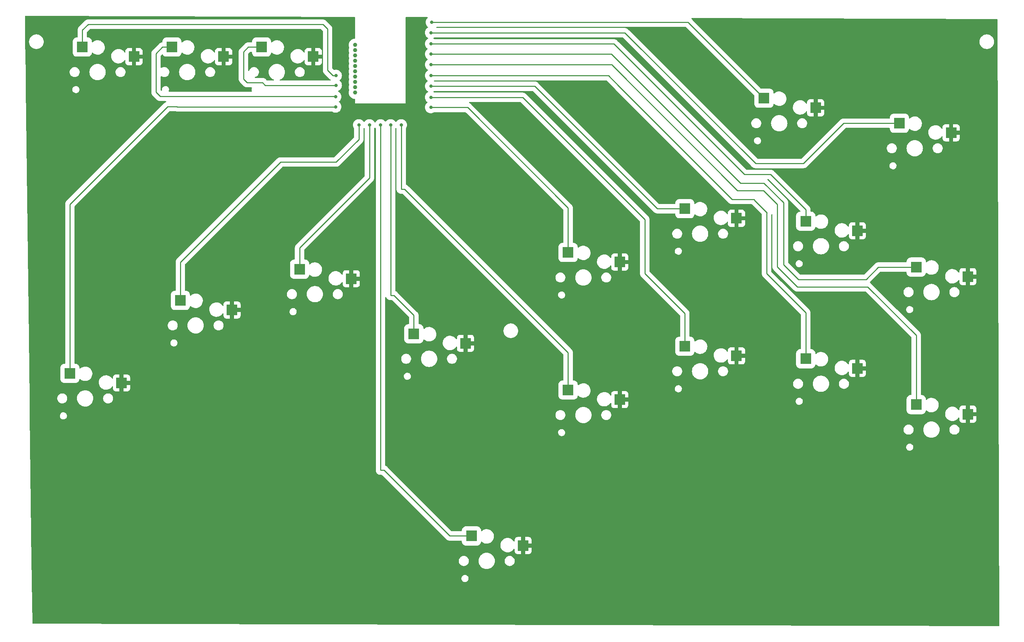
<source format=gbl>
%TF.GenerationSoftware,KiCad,Pcbnew,7.0.7*%
%TF.CreationDate,2024-03-12T09:27:44-04:00*%
%TF.ProjectId,AngelsBox_PCB,416e6765-6c73-4426-9f78-5f5043422e6b,rev?*%
%TF.SameCoordinates,Original*%
%TF.FileFunction,Copper,L2,Bot*%
%TF.FilePolarity,Positive*%
%FSLAX46Y46*%
G04 Gerber Fmt 4.6, Leading zero omitted, Abs format (unit mm)*
G04 Created by KiCad (PCBNEW 7.0.7) date 2024-03-12 09:27:44*
%MOMM*%
%LPD*%
G01*
G04 APERTURE LIST*
%TA.AperFunction,SMDPad,CuDef*%
%ADD10R,2.600000X2.600000*%
%TD*%
%TA.AperFunction,ComponentPad*%
%ADD11C,1.000000*%
%TD*%
%TA.AperFunction,ViaPad*%
%ADD12C,0.800000*%
%TD*%
%TA.AperFunction,Conductor*%
%ADD13C,0.254000*%
%TD*%
G04 APERTURE END LIST*
D10*
%TO.P,Choc1,1,COL*%
%TO.N,COL0*%
X124878914Y-131006000D03*
%TO.P,Choc1,2,ROW*%
%TO.N,GND*%
X137275000Y-133306000D03*
%TD*%
%TO.P,Choc2,1,COL*%
%TO.N,COL1*%
X151378914Y-113506000D03*
%TO.P,Choc2,2,ROW*%
%TO.N,GND*%
X163775000Y-115806000D03*
%TD*%
%TO.P,Choc7,1,COL*%
%TO.N,COL6*%
X272378914Y-91506000D03*
%TO.P,Choc7,2,ROW*%
%TO.N,GND*%
X284775000Y-93806000D03*
%TD*%
%TO.P,Choc14,1,COL*%
%TO.N,COL13*%
X291358914Y-65006000D03*
%TO.P,Choc14,2,ROW*%
%TO.N,GND*%
X303755000Y-67306000D03*
%TD*%
%TO.P,Choc4,1,COL*%
%TO.N,COL3*%
X207378914Y-121506000D03*
%TO.P,Choc4,2,ROW*%
%TO.N,GND*%
X219775000Y-123806000D03*
%TD*%
%TO.P,Choc8,1,COL*%
%TO.N,COL7*%
X244378914Y-135006000D03*
%TO.P,Choc8,2,ROW*%
%TO.N,GND*%
X256775000Y-137306000D03*
%TD*%
%TO.P,Choc9,1,COL*%
%TO.N,COL8*%
X272378914Y-124506000D03*
%TO.P,Choc9,2,ROW*%
%TO.N,GND*%
X284775000Y-126806000D03*
%TD*%
%TO.P,Choc6,1,COL*%
%TO.N,COL5*%
X244378914Y-102006000D03*
%TO.P,Choc6,2,ROW*%
%TO.N,GND*%
X256775000Y-104306000D03*
%TD*%
%TO.P,Choc15,1,COL*%
%TO.N,COL14*%
X323858914Y-71006000D03*
%TO.P,Choc15,2,ROW*%
%TO.N,GND*%
X336255000Y-73306000D03*
%TD*%
%TO.P,Choc10,1,COL*%
%TO.N,COL9*%
X301378914Y-127506000D03*
%TO.P,Choc10,2,ROW*%
%TO.N,GND*%
X313775000Y-129806000D03*
%TD*%
%TO.P,Choc11,1,COL*%
%TO.N,COL10*%
X301378914Y-94506000D03*
%TO.P,Choc11,2,ROW*%
%TO.N,GND*%
X313775000Y-96806000D03*
%TD*%
%TO.P,Choc16,1,COL*%
%TO.N,COL15*%
X127858914Y-52726000D03*
%TO.P,Choc16,2,ROW*%
%TO.N,GND*%
X140255000Y-55026000D03*
%TD*%
%TO.P,Choc13,1,COL*%
%TO.N,COL12*%
X327878914Y-138506000D03*
%TO.P,Choc13,2,ROW*%
%TO.N,GND*%
X340275000Y-140806000D03*
%TD*%
%TO.P,Choc12,1,COL*%
%TO.N,COL11*%
X327878914Y-105506000D03*
%TO.P,Choc12,2,ROW*%
%TO.N,GND*%
X340275000Y-107806000D03*
%TD*%
%TO.P,Choc17,1,COL*%
%TO.N,COL17*%
X149358914Y-52726000D03*
%TO.P,Choc17,2,ROW*%
%TO.N,GND*%
X161755000Y-55026000D03*
%TD*%
%TO.P,Choc3,1,COL*%
%TO.N,COL2*%
X179978914Y-106006000D03*
%TO.P,Choc3,2,ROW*%
%TO.N,GND*%
X192375000Y-108306000D03*
%TD*%
%TO.P,Choc5,1,COL*%
%TO.N,COL4*%
X221202664Y-170006000D03*
%TO.P,Choc5,2,ROW*%
%TO.N,GND*%
X233598750Y-172306000D03*
%TD*%
%TO.P,Choc18,1,COL*%
%TO.N,COL16*%
X170858914Y-52726000D03*
%TO.P,Choc18,2,ROW*%
%TO.N,GND*%
X183255000Y-55026000D03*
%TD*%
D11*
%TO.P,U1,16*%
%TO.N,N/C*%
X193277000Y-63652000D03*
%TO.P,U1,17*%
X193277000Y-62382000D03*
%TO.P,U1,18*%
X193277000Y-61112000D03*
%TO.P,U1,19*%
X193277000Y-59842000D03*
%TO.P,U1,20*%
X193277000Y-58572000D03*
%TO.P,U1,21*%
X193277000Y-57302000D03*
%TO.P,U1,22*%
X193277000Y-56032000D03*
%TO.P,U1,23*%
X193277000Y-54762000D03*
%TO.P,U1,24*%
X193277000Y-53492000D03*
%TO.P,U1,25*%
X193277000Y-52222000D03*
%TD*%
D12*
%TO.N,COL0*%
X188595000Y-67056000D03*
%TO.N,COL1*%
X194186336Y-71422554D03*
%TO.N,COL2*%
X196726336Y-71422554D03*
%TO.N,COL3*%
X201806336Y-71422554D03*
%TO.N,COL4*%
X199393336Y-71422554D03*
%TO.N,COL5*%
X211455000Y-67183000D03*
%TO.N,COL6*%
X211455000Y-62103000D03*
%TO.N,COL7*%
X204346336Y-71422554D03*
%TO.N,COL8*%
X211455000Y-64770000D03*
%TO.N,COL9*%
X211455000Y-59563000D03*
%TO.N,COL10*%
X211455000Y-51943000D03*
%TO.N,COL11*%
X211455000Y-54390554D03*
%TO.N,COL12*%
X211455000Y-56944554D03*
%TO.N,COL13*%
X211629000Y-46784554D03*
%TO.N,COL14*%
X211455000Y-49276000D03*
%TO.N,COL15*%
X188722000Y-59563000D03*
%TO.N,GND*%
X188979336Y-49324554D03*
%TO.N,COL16*%
X188725336Y-61897554D03*
%TO.N,COL17*%
X188595000Y-64643000D03*
%TD*%
D13*
%TO.N,COL0*%
X150625336Y-67056000D02*
X188595000Y-67056000D01*
X148339336Y-66977554D02*
X150546890Y-66977554D01*
X150546890Y-66977554D02*
X150625336Y-67056000D01*
X124878914Y-131006000D02*
X124878914Y-90437976D01*
X124878914Y-90437976D02*
X148339336Y-66977554D01*
%TO.N,COL1*%
X188725336Y-80312554D02*
X194189672Y-74848218D01*
X175390336Y-80312554D02*
X188725336Y-80312554D01*
X151378914Y-104323976D02*
X175390336Y-80312554D01*
X194189672Y-74848218D02*
X194189672Y-74138108D01*
X151378914Y-113506000D02*
X151378914Y-104323976D01*
X194189672Y-74138108D02*
X194189672Y-71425890D01*
%TO.N,COL2*%
X196726336Y-84122554D02*
X196726336Y-71422554D01*
X179978914Y-106006000D02*
X179978914Y-100869976D01*
X179978914Y-100869976D02*
X196726336Y-84122554D01*
%TO.N,COL3*%
X207378914Y-121506000D02*
X207378914Y-117081914D01*
X202616890Y-112319890D02*
X201809672Y-112319890D01*
X207378914Y-117081914D02*
X202616890Y-112319890D01*
X201809672Y-112319890D02*
X201809672Y-71425890D01*
%TO.N,COL4*%
X200200554Y-154226554D02*
X199393336Y-154226554D01*
X215980000Y-170006000D02*
X200200554Y-154226554D01*
X199393336Y-154226554D02*
X199393336Y-71422554D01*
X221202664Y-170006000D02*
X215980000Y-170006000D01*
%TO.N,COL5*%
X211469000Y-67197000D02*
X211455000Y-67183000D01*
X220265000Y-67197000D02*
X211469000Y-67197000D01*
X244378914Y-102006000D02*
X244378914Y-91310914D01*
X211709000Y-67183000D02*
X211455000Y-67183000D01*
X244378914Y-91310914D02*
X220265000Y-67197000D01*
%TO.N,COL6*%
X265783000Y-91506000D02*
X236394000Y-62117000D01*
X236394000Y-62117000D02*
X211455000Y-62117000D01*
X272378914Y-91506000D02*
X265783000Y-91506000D01*
%TO.N,COL7*%
X205153554Y-86789554D02*
X204346336Y-86789554D01*
X244378914Y-126014914D02*
X205153554Y-86789554D01*
X244378914Y-135006000D02*
X244378914Y-126014914D01*
X204346336Y-86789554D02*
X204346336Y-71422554D01*
%TO.N,COL8*%
X272378914Y-124506000D02*
X272378914Y-116655914D01*
X211469000Y-64784000D02*
X211455000Y-64770000D01*
X272378914Y-116655914D02*
X262763000Y-107040000D01*
X262763000Y-94074000D02*
X233473000Y-64784000D01*
X233473000Y-64784000D02*
X211469000Y-64784000D01*
X262763000Y-107040000D02*
X262763000Y-94074000D01*
%TO.N,COL9*%
X291973000Y-92583000D02*
X292100000Y-92456000D01*
X289052000Y-89408000D02*
X289052000Y-89281000D01*
X292100000Y-92456000D02*
X289052000Y-89408000D01*
X289052000Y-89281000D02*
X283718000Y-89281000D01*
X283718000Y-89281000D02*
X256540000Y-62103000D01*
X301378914Y-116466914D02*
X291973000Y-107061000D01*
X256540000Y-62070000D02*
X254047000Y-59577000D01*
X301378914Y-127506000D02*
X301378914Y-116466914D01*
X291973000Y-107061000D02*
X291973000Y-92583000D01*
X256540000Y-62103000D02*
X256540000Y-62070000D01*
X254047000Y-59577000D02*
X211375000Y-59577000D01*
%TO.N,COL10*%
X301378914Y-91701914D02*
X292956000Y-83279000D01*
X292956000Y-83279000D02*
X286639000Y-83279000D01*
X301378914Y-94506000D02*
X301378914Y-91701914D01*
X255317000Y-51957000D02*
X211502000Y-51957000D01*
X286639000Y-83279000D02*
X255317000Y-51957000D01*
%TO.N,COL11*%
X296037000Y-104902000D02*
X296037000Y-90043000D01*
X318801000Y-105506000D02*
X315849000Y-108458000D01*
X315849000Y-108458000D02*
X299593000Y-108458000D01*
X299593000Y-108458000D02*
X296037000Y-104902000D01*
X285719500Y-85344000D02*
X254745500Y-54370000D01*
X254745500Y-54404554D02*
X211438500Y-54404554D01*
X291338000Y-85344000D02*
X285719500Y-85344000D01*
X327878914Y-105506000D02*
X318801000Y-105506000D01*
X296037000Y-90043000D02*
X291338000Y-85344000D01*
%TO.N,COL12*%
X285021000Y-87122000D02*
X254936000Y-57037000D01*
X299339000Y-110236000D02*
X294513000Y-105410000D01*
X291211000Y-87122000D02*
X285021000Y-87122000D01*
X327878914Y-138506000D02*
X327878914Y-121884914D01*
X316230000Y-110236000D02*
X299339000Y-110236000D01*
X254936000Y-56958554D02*
X211438500Y-56958554D01*
X327878914Y-121884914D02*
X316230000Y-110236000D01*
X294513000Y-90424000D02*
X291211000Y-87122000D01*
X294513000Y-105410000D02*
X294513000Y-90424000D01*
%TO.N,COL13*%
X273229914Y-46784554D02*
X214804000Y-46784554D01*
X291358914Y-65006000D02*
X273229914Y-46877000D01*
X214804000Y-46784554D02*
X211629000Y-46784554D01*
%TO.N,COL14*%
X257984000Y-49290000D02*
X212708500Y-49290000D01*
X289353000Y-80659000D02*
X257984000Y-49290000D01*
X212725000Y-49276000D02*
X211455000Y-49276000D01*
X300849000Y-80659000D02*
X289353000Y-80659000D01*
X323858914Y-71006000D02*
X310502000Y-71006000D01*
X310502000Y-71006000D02*
X300849000Y-80659000D01*
%TO.N,COL15*%
X187960000Y-59563000D02*
X188722000Y-59563000D01*
X127858914Y-48671086D02*
X129286000Y-47244000D01*
X186690000Y-48387000D02*
X186690000Y-58293000D01*
X185547000Y-47244000D02*
X186690000Y-48387000D01*
X127858914Y-52726000D02*
X127858914Y-48671086D01*
X129286000Y-47244000D02*
X185547000Y-47244000D01*
X186690000Y-58293000D02*
X187960000Y-59563000D01*
%TO.N,GND*%
X163775000Y-115806000D02*
X165329000Y-115806000D01*
%TO.N,COL16*%
X171072336Y-61262554D02*
X171707336Y-61897554D01*
X171707336Y-61897554D02*
X188725336Y-61897554D01*
X167389336Y-61262554D02*
X171072336Y-61262554D01*
X167670890Y-52726000D02*
X166500336Y-53896554D01*
X166500336Y-60373554D02*
X167389336Y-61262554D01*
X170858914Y-52726000D02*
X167670890Y-52726000D01*
X166500336Y-53896554D02*
X166500336Y-60373554D01*
%TO.N,COL17*%
X147096890Y-52726000D02*
X145545336Y-54277554D01*
X145545336Y-54277554D02*
X145545336Y-63548554D01*
X145545336Y-63548554D02*
X146561336Y-64564554D01*
X146561336Y-64564554D02*
X188516554Y-64564554D01*
X149358914Y-52726000D02*
X147096890Y-52726000D01*
X188516554Y-64564554D02*
X188595000Y-64643000D01*
%TD*%
%TA.AperFunction,Conductor*%
%TO.N,GND*%
G36*
X193152906Y-45484224D02*
G01*
X193219879Y-45504127D01*
X193265461Y-45557080D01*
X193276499Y-45608223D01*
X193276500Y-50597500D01*
X193256815Y-50664539D01*
X193204011Y-50710294D01*
X193157717Y-50720365D01*
X193157776Y-50721076D01*
X193152671Y-50721498D01*
X192907383Y-50762429D01*
X192672197Y-50843169D01*
X192672188Y-50843172D01*
X192453493Y-50961524D01*
X192257257Y-51114261D01*
X192088833Y-51297217D01*
X191952826Y-51505393D01*
X191852936Y-51733118D01*
X191791892Y-51974175D01*
X191791890Y-51974187D01*
X191771357Y-52221994D01*
X191771357Y-52222005D01*
X191791890Y-52469812D01*
X191791892Y-52469824D01*
X191852936Y-52710879D01*
X191852938Y-52710883D01*
X191895181Y-52807190D01*
X191904084Y-52876490D01*
X191895182Y-52906808D01*
X191852935Y-53003123D01*
X191791892Y-53244175D01*
X191791890Y-53244187D01*
X191771357Y-53491994D01*
X191771357Y-53492005D01*
X191791890Y-53739812D01*
X191791892Y-53739824D01*
X191852936Y-53980879D01*
X191852937Y-53980881D01*
X191856412Y-53988803D01*
X191895181Y-54077190D01*
X191904084Y-54146490D01*
X191895182Y-54176808D01*
X191852935Y-54273123D01*
X191791892Y-54514175D01*
X191791890Y-54514187D01*
X191771357Y-54761994D01*
X191771357Y-54762005D01*
X191791890Y-55009812D01*
X191791892Y-55009824D01*
X191852936Y-55250879D01*
X191852938Y-55250883D01*
X191895181Y-55347190D01*
X191904084Y-55416490D01*
X191895182Y-55446808D01*
X191852935Y-55543123D01*
X191791892Y-55784175D01*
X191791890Y-55784187D01*
X191771357Y-56031994D01*
X191771357Y-56032005D01*
X191791890Y-56279812D01*
X191791892Y-56279824D01*
X191852936Y-56520879D01*
X191852938Y-56520883D01*
X191895181Y-56617191D01*
X191904084Y-56686491D01*
X191895181Y-56716809D01*
X191852938Y-56813116D01*
X191852936Y-56813120D01*
X191791892Y-57054175D01*
X191791890Y-57054187D01*
X191771357Y-57301994D01*
X191771357Y-57302005D01*
X191791890Y-57549812D01*
X191791892Y-57549824D01*
X191852936Y-57790879D01*
X191852938Y-57790883D01*
X191895181Y-57887191D01*
X191904084Y-57956491D01*
X191895181Y-57986809D01*
X191852938Y-58083116D01*
X191852936Y-58083120D01*
X191791892Y-58324175D01*
X191791890Y-58324187D01*
X191771357Y-58571994D01*
X191771357Y-58572005D01*
X191791890Y-58819812D01*
X191791892Y-58819824D01*
X191852936Y-59060879D01*
X191852938Y-59060883D01*
X191895181Y-59157191D01*
X191904084Y-59226491D01*
X191895181Y-59256809D01*
X191852938Y-59353116D01*
X191852936Y-59353120D01*
X191791892Y-59594175D01*
X191791890Y-59594187D01*
X191771357Y-59841994D01*
X191771357Y-59842005D01*
X191791890Y-60089812D01*
X191791892Y-60089824D01*
X191852936Y-60330879D01*
X191852938Y-60330883D01*
X191895181Y-60427191D01*
X191904084Y-60496491D01*
X191895181Y-60526809D01*
X191852938Y-60623116D01*
X191852936Y-60623120D01*
X191791892Y-60864175D01*
X191791890Y-60864187D01*
X191771357Y-61111994D01*
X191771357Y-61112005D01*
X191791890Y-61359812D01*
X191791892Y-61359824D01*
X191852936Y-61600879D01*
X191852938Y-61600883D01*
X191895181Y-61697191D01*
X191904084Y-61766491D01*
X191895181Y-61796809D01*
X191852938Y-61893116D01*
X191852936Y-61893120D01*
X191791892Y-62134175D01*
X191791890Y-62134187D01*
X191771357Y-62381994D01*
X191771357Y-62382005D01*
X191791890Y-62629812D01*
X191791892Y-62629824D01*
X191852936Y-62870879D01*
X191852938Y-62870883D01*
X191895181Y-62967191D01*
X191904084Y-63036491D01*
X191895181Y-63066809D01*
X191852938Y-63163116D01*
X191852936Y-63163120D01*
X191791892Y-63404175D01*
X191791890Y-63404187D01*
X191771357Y-63651994D01*
X191771357Y-63652005D01*
X191791890Y-63899812D01*
X191791892Y-63899824D01*
X191852936Y-64140881D01*
X191952826Y-64368606D01*
X192088833Y-64576782D01*
X192088836Y-64576785D01*
X192257256Y-64759738D01*
X192453491Y-64912474D01*
X192453493Y-64912475D01*
X192617621Y-65001297D01*
X192672190Y-65030828D01*
X192907386Y-65111571D01*
X193152665Y-65152500D01*
X193152671Y-65152501D01*
X193157776Y-65152924D01*
X193157684Y-65154022D01*
X193219539Y-65172185D01*
X193265294Y-65224989D01*
X193276500Y-65276500D01*
X193276500Y-66203467D01*
X193276416Y-66203889D01*
X193276459Y-66228001D01*
X193276500Y-66228099D01*
X193276616Y-66228382D01*
X193276618Y-66228384D01*
X193276808Y-66228462D01*
X193277000Y-66228541D01*
X193277002Y-66228539D01*
X193301616Y-66228524D01*
X193301616Y-66228528D01*
X193301760Y-66228500D01*
X205348240Y-66228500D01*
X205348383Y-66228528D01*
X205348384Y-66228524D01*
X205372997Y-66228539D01*
X205373000Y-66228541D01*
X205373383Y-66228383D01*
X205373500Y-66228099D01*
X205373541Y-66228000D01*
X205373540Y-66227997D01*
X205373583Y-66203889D01*
X205373500Y-66203467D01*
X205373500Y-45648544D01*
X205393185Y-45581505D01*
X205445989Y-45535750D01*
X205497900Y-45524545D01*
X210587766Y-45541170D01*
X210654737Y-45561072D01*
X210700319Y-45614025D01*
X210710037Y-45683216D01*
X210680804Y-45746676D01*
X210678587Y-45749150D01*
X210520019Y-45921403D01*
X210393075Y-46115705D01*
X210299842Y-46328253D01*
X210242866Y-46553245D01*
X210242864Y-46553256D01*
X210223700Y-46784547D01*
X210223700Y-46784560D01*
X210242864Y-47015851D01*
X210242866Y-47015862D01*
X210299842Y-47240854D01*
X210393075Y-47453402D01*
X210520016Y-47647701D01*
X210520019Y-47647705D01*
X210520021Y-47647707D01*
X210677216Y-47818467D01*
X210677219Y-47818469D01*
X210677222Y-47818472D01*
X210744202Y-47870605D01*
X210785015Y-47927315D01*
X210788690Y-47997088D01*
X210754058Y-48057771D01*
X210727058Y-48077513D01*
X210686371Y-48099531D01*
X210686365Y-48099535D01*
X210503222Y-48242081D01*
X210503219Y-48242084D01*
X210503216Y-48242086D01*
X210503216Y-48242087D01*
X210465298Y-48283277D01*
X210346016Y-48412852D01*
X210219075Y-48607151D01*
X210125842Y-48819699D01*
X210068866Y-49044691D01*
X210068864Y-49044702D01*
X210049700Y-49275993D01*
X210049700Y-49276006D01*
X210068864Y-49507297D01*
X210068866Y-49507308D01*
X210125842Y-49732300D01*
X210219075Y-49944848D01*
X210346016Y-50139147D01*
X210346019Y-50139151D01*
X210346021Y-50139153D01*
X210503216Y-50309913D01*
X210503219Y-50309915D01*
X210503222Y-50309918D01*
X210686365Y-50452464D01*
X210686371Y-50452468D01*
X210686374Y-50452470D01*
X210759587Y-50492091D01*
X210775024Y-50500445D01*
X210824614Y-50549665D01*
X210839722Y-50617882D01*
X210815551Y-50683437D01*
X210775024Y-50718555D01*
X210686371Y-50766531D01*
X210686365Y-50766535D01*
X210503222Y-50909081D01*
X210503219Y-50909084D01*
X210503216Y-50909086D01*
X210503216Y-50909087D01*
X210465298Y-50950277D01*
X210346016Y-51079852D01*
X210219075Y-51274151D01*
X210125842Y-51486699D01*
X210068866Y-51711691D01*
X210068864Y-51711702D01*
X210049700Y-51942993D01*
X210049700Y-51943006D01*
X210068864Y-52174297D01*
X210068866Y-52174308D01*
X210125842Y-52399300D01*
X210219075Y-52611848D01*
X210346016Y-52806147D01*
X210346019Y-52806151D01*
X210346021Y-52806153D01*
X210503216Y-52976913D01*
X210503219Y-52976915D01*
X210503222Y-52976918D01*
X210621431Y-53068924D01*
X210662244Y-53125634D01*
X210665919Y-53195407D01*
X210631287Y-53256090D01*
X210621431Y-53264630D01*
X210503222Y-53356635D01*
X210503219Y-53356638D01*
X210346016Y-53527406D01*
X210219075Y-53721705D01*
X210125842Y-53934253D01*
X210068866Y-54159245D01*
X210068864Y-54159256D01*
X210049700Y-54390547D01*
X210049700Y-54390560D01*
X210068864Y-54621851D01*
X210068866Y-54621862D01*
X210125842Y-54846854D01*
X210219075Y-55059402D01*
X210346016Y-55253701D01*
X210346019Y-55253705D01*
X210346021Y-55253707D01*
X210503216Y-55424467D01*
X210503219Y-55424469D01*
X210503222Y-55424472D01*
X210689812Y-55569701D01*
X210730625Y-55626411D01*
X210734300Y-55696184D01*
X210699668Y-55756867D01*
X210689812Y-55765407D01*
X210503222Y-55910635D01*
X210503219Y-55910638D01*
X210503216Y-55910640D01*
X210503216Y-55910641D01*
X210444267Y-55974675D01*
X210346016Y-56081406D01*
X210219075Y-56275705D01*
X210125842Y-56488253D01*
X210068866Y-56713245D01*
X210068864Y-56713256D01*
X210049700Y-56944547D01*
X210049700Y-56944560D01*
X210068864Y-57175851D01*
X210068866Y-57175862D01*
X210125842Y-57400854D01*
X210219075Y-57613402D01*
X210346016Y-57807701D01*
X210346019Y-57807705D01*
X210346021Y-57807707D01*
X210503216Y-57978467D01*
X210503219Y-57978469D01*
X210503222Y-57978472D01*
X210686365Y-58121018D01*
X210686380Y-58121028D01*
X210730164Y-58144723D01*
X210779754Y-58193942D01*
X210794862Y-58262159D01*
X210770691Y-58327714D01*
X210730164Y-58362831D01*
X210686380Y-58386525D01*
X210686365Y-58386535D01*
X210503222Y-58529081D01*
X210503219Y-58529084D01*
X210503216Y-58529086D01*
X210503216Y-58529087D01*
X210463712Y-58572000D01*
X210346016Y-58699852D01*
X210219075Y-58894151D01*
X210125842Y-59106699D01*
X210068866Y-59331691D01*
X210068864Y-59331702D01*
X210049700Y-59562993D01*
X210049700Y-59563006D01*
X210068864Y-59794297D01*
X210068866Y-59794308D01*
X210125842Y-60019300D01*
X210219075Y-60231848D01*
X210346016Y-60426147D01*
X210346019Y-60426151D01*
X210346021Y-60426153D01*
X210503216Y-60596913D01*
X210680818Y-60735146D01*
X210721631Y-60791856D01*
X210725306Y-60861629D01*
X210690675Y-60922312D01*
X210680819Y-60930852D01*
X210503218Y-61069085D01*
X210503216Y-61069086D01*
X210503216Y-61069087D01*
X210463712Y-61112000D01*
X210346016Y-61239852D01*
X210219075Y-61434151D01*
X210125842Y-61646699D01*
X210068866Y-61871691D01*
X210068864Y-61871702D01*
X210049700Y-62102993D01*
X210049700Y-62103006D01*
X210068864Y-62334297D01*
X210068866Y-62334308D01*
X210125842Y-62559300D01*
X210219075Y-62771848D01*
X210346016Y-62966147D01*
X210346019Y-62966151D01*
X210346021Y-62966153D01*
X210503216Y-63136913D01*
X210503219Y-63136915D01*
X210503222Y-63136918D01*
X210686365Y-63279464D01*
X210686371Y-63279468D01*
X210686374Y-63279470D01*
X210773690Y-63326723D01*
X210775024Y-63327445D01*
X210824614Y-63376665D01*
X210839722Y-63444882D01*
X210815551Y-63510437D01*
X210775024Y-63545555D01*
X210686371Y-63593531D01*
X210686365Y-63593535D01*
X210503222Y-63736081D01*
X210503219Y-63736084D01*
X210503216Y-63736086D01*
X210503216Y-63736087D01*
X210471192Y-63770875D01*
X210346016Y-63906852D01*
X210219075Y-64101151D01*
X210125842Y-64313699D01*
X210068866Y-64538691D01*
X210068864Y-64538702D01*
X210049700Y-64769993D01*
X210049700Y-64770006D01*
X210068864Y-65001297D01*
X210068866Y-65001308D01*
X210125842Y-65226300D01*
X210219075Y-65438848D01*
X210346016Y-65633147D01*
X210346019Y-65633151D01*
X210346021Y-65633153D01*
X210503216Y-65803913D01*
X210541488Y-65833701D01*
X210599234Y-65878647D01*
X210640046Y-65935357D01*
X210643721Y-66005130D01*
X210609089Y-66065813D01*
X210599234Y-66074353D01*
X210503218Y-66149085D01*
X210503216Y-66149086D01*
X210503216Y-66149087D01*
X210465298Y-66190277D01*
X210346016Y-66319852D01*
X210219075Y-66514151D01*
X210125842Y-66726699D01*
X210068866Y-66951691D01*
X210068864Y-66951702D01*
X210049700Y-67182993D01*
X210049700Y-67183006D01*
X210068864Y-67414297D01*
X210068866Y-67414308D01*
X210125842Y-67639300D01*
X210219075Y-67851848D01*
X210346016Y-68046147D01*
X210346019Y-68046151D01*
X210346021Y-68046153D01*
X210503216Y-68216913D01*
X210503219Y-68216915D01*
X210503222Y-68216918D01*
X210686365Y-68359464D01*
X210686371Y-68359468D01*
X210686374Y-68359470D01*
X210890497Y-68469936D01*
X211004487Y-68509068D01*
X211110015Y-68545297D01*
X211110017Y-68545297D01*
X211110019Y-68545298D01*
X211338951Y-68583500D01*
X211338952Y-68583500D01*
X211571048Y-68583500D01*
X211571049Y-68583500D01*
X211799981Y-68545298D01*
X212019503Y-68469936D01*
X212223626Y-68359470D01*
X212234961Y-68350647D01*
X212299956Y-68325004D01*
X212311125Y-68324500D01*
X219746612Y-68324500D01*
X219813651Y-68344185D01*
X219834293Y-68360819D01*
X243215095Y-91741620D01*
X243248580Y-91802943D01*
X243251414Y-91829301D01*
X243251414Y-99581500D01*
X243231729Y-99648539D01*
X243178925Y-99694294D01*
X243127415Y-99705500D01*
X243020885Y-99705500D01*
X243020878Y-99705501D01*
X242984837Y-99708704D01*
X242901498Y-99716113D01*
X242705868Y-99772089D01*
X242615686Y-99819196D01*
X242525507Y-99866302D01*
X242525505Y-99866303D01*
X242525504Y-99866304D01*
X242367804Y-99994890D01*
X242239218Y-100152590D01*
X242239216Y-100152593D01*
X242199980Y-100227706D01*
X242145003Y-100332954D01*
X242089028Y-100528583D01*
X242089027Y-100528586D01*
X242083197Y-100594168D01*
X242078414Y-100647963D01*
X242078415Y-103364036D01*
X242081245Y-103395872D01*
X242089027Y-103483415D01*
X242145003Y-103679045D01*
X242145004Y-103679048D01*
X242145005Y-103679049D01*
X242239216Y-103859407D01*
X242253164Y-103876513D01*
X242367804Y-104017109D01*
X242450944Y-104084900D01*
X242525507Y-104145698D01*
X242705865Y-104239909D01*
X242901496Y-104295886D01*
X243020877Y-104306500D01*
X243020878Y-104306499D01*
X243020879Y-104306500D01*
X243020880Y-104306500D01*
X244187136Y-104306499D01*
X245736950Y-104306499D01*
X245856332Y-104295886D01*
X246051963Y-104239909D01*
X246232321Y-104145698D01*
X246239660Y-104139714D01*
X251315692Y-104139714D01*
X251325839Y-104404467D01*
X251376284Y-104664574D01*
X251465839Y-104913922D01*
X251465842Y-104913929D01*
X251592410Y-105146682D01*
X251592413Y-105146687D01*
X251713476Y-105305507D01*
X251753031Y-105357398D01*
X251943933Y-105541122D01*
X252160642Y-105693552D01*
X252398080Y-105811115D01*
X252650682Y-105891056D01*
X252912526Y-105931500D01*
X252912530Y-105931500D01*
X253111140Y-105931500D01*
X253309171Y-105916296D01*
X253567151Y-105855927D01*
X253725516Y-105792100D01*
X253812883Y-105756888D01*
X253812894Y-105756883D01*
X253855937Y-105731293D01*
X254040634Y-105621491D01*
X254040636Y-105621489D01*
X254040637Y-105621489D01*
X254134033Y-105544465D01*
X254245039Y-105452919D01*
X254421316Y-105255120D01*
X254496919Y-105138374D01*
X254549881Y-105092805D01*
X254619074Y-105083102D01*
X254682528Y-105112348D01*
X254720098Y-105171257D01*
X254725000Y-105205778D01*
X254725000Y-105655971D01*
X254725001Y-105655987D01*
X254735494Y-105758697D01*
X254790641Y-105925119D01*
X254790643Y-105925124D01*
X254882684Y-106074345D01*
X255006654Y-106198315D01*
X255155875Y-106290356D01*
X255155880Y-106290358D01*
X255322302Y-106345505D01*
X255322309Y-106345506D01*
X255425019Y-106355999D01*
X256274999Y-106355999D01*
X256274999Y-104806000D01*
X257274999Y-104806000D01*
X257274999Y-106355998D01*
X257275000Y-106355999D01*
X258124972Y-106355999D01*
X258124986Y-106355998D01*
X258227697Y-106345505D01*
X258394119Y-106290358D01*
X258394124Y-106290356D01*
X258543345Y-106198315D01*
X258667315Y-106074345D01*
X258759356Y-105925124D01*
X258759358Y-105925119D01*
X258814505Y-105758697D01*
X258814506Y-105758690D01*
X258824999Y-105655986D01*
X258825000Y-105655973D01*
X258825000Y-104806000D01*
X257274999Y-104806000D01*
X256274999Y-104806000D01*
X256274999Y-102256000D01*
X257274999Y-102256000D01*
X257274999Y-103805999D01*
X257275001Y-103806000D01*
X258824999Y-103806000D01*
X258824999Y-102956028D01*
X258824998Y-102956013D01*
X258814505Y-102853302D01*
X258759358Y-102686880D01*
X258759356Y-102686875D01*
X258667315Y-102537654D01*
X258543345Y-102413684D01*
X258394124Y-102321643D01*
X258394119Y-102321641D01*
X258227697Y-102266494D01*
X258227690Y-102266493D01*
X258124986Y-102256000D01*
X257274999Y-102256000D01*
X256274999Y-102256000D01*
X255425028Y-102256000D01*
X255425012Y-102256001D01*
X255322302Y-102266494D01*
X255155880Y-102321641D01*
X255155875Y-102321643D01*
X255006654Y-102413684D01*
X254882684Y-102537654D01*
X254790643Y-102686875D01*
X254790641Y-102686880D01*
X254735494Y-102853302D01*
X254735493Y-102853309D01*
X254725000Y-102956013D01*
X254725000Y-103196879D01*
X254705315Y-103263918D01*
X254652511Y-103309673D01*
X254583353Y-103319617D01*
X254519797Y-103290592D01*
X254500850Y-103268803D01*
X254500469Y-103269094D01*
X254336972Y-103054606D01*
X254336969Y-103054602D01*
X254146067Y-102870878D01*
X254146063Y-102870875D01*
X253929357Y-102718447D01*
X253691921Y-102600885D01*
X253691918Y-102600884D01*
X253439320Y-102520944D01*
X253334580Y-102504766D01*
X253177474Y-102480500D01*
X252978860Y-102480500D01*
X252780829Y-102495704D01*
X252780825Y-102495704D01*
X252522851Y-102556072D01*
X252522841Y-102556075D01*
X252277116Y-102655111D01*
X252277105Y-102655116D01*
X252049363Y-102790510D01*
X252049362Y-102790510D01*
X251844963Y-102959079D01*
X251844961Y-102959080D01*
X251668684Y-103156879D01*
X251668677Y-103156888D01*
X251524667Y-103379264D01*
X251524666Y-103379268D01*
X251416283Y-103621035D01*
X251346078Y-103876507D01*
X251346077Y-103876511D01*
X251315692Y-104139714D01*
X246239660Y-104139714D01*
X246390023Y-104017109D01*
X246518612Y-103859407D01*
X246612823Y-103679049D01*
X246668800Y-103483418D01*
X246671019Y-103458456D01*
X246696562Y-103393423D01*
X246753210Y-103352524D01*
X246822977Y-103348743D01*
X246880516Y-103380090D01*
X246943933Y-103441122D01*
X247160642Y-103593552D01*
X247398080Y-103711115D01*
X247650682Y-103791056D01*
X247912526Y-103831500D01*
X247912530Y-103831500D01*
X248111140Y-103831500D01*
X248309171Y-103816296D01*
X248567151Y-103755927D01*
X248741110Y-103685815D01*
X248812883Y-103656888D01*
X248812894Y-103656883D01*
X248873193Y-103621035D01*
X249040634Y-103521491D01*
X249040636Y-103521489D01*
X249040637Y-103521489D01*
X249138084Y-103441124D01*
X249245039Y-103352919D01*
X249421316Y-103155120D01*
X249421322Y-103155111D01*
X249565332Y-102932735D01*
X249565332Y-102932733D01*
X249565334Y-102932731D01*
X249673716Y-102690965D01*
X249743923Y-102435487D01*
X249774308Y-102172286D01*
X249764160Y-101907531D01*
X249713716Y-101647429D01*
X249685042Y-101567593D01*
X249624160Y-101398077D01*
X249624157Y-101398070D01*
X249497589Y-101165317D01*
X249497586Y-101165312D01*
X249336972Y-100954606D01*
X249336969Y-100954602D01*
X249146067Y-100770878D01*
X249039797Y-100696129D01*
X248929357Y-100618447D01*
X248691921Y-100500885D01*
X248691918Y-100500884D01*
X248439320Y-100420944D01*
X248334580Y-100404766D01*
X248177474Y-100380500D01*
X247978860Y-100380500D01*
X247780829Y-100395704D01*
X247780825Y-100395704D01*
X247522851Y-100456072D01*
X247522841Y-100456075D01*
X247277116Y-100555111D01*
X247277105Y-100555116D01*
X247049367Y-100690508D01*
X246882307Y-100828281D01*
X246818062Y-100855748D01*
X246749167Y-100844121D01*
X246697494Y-100797092D01*
X246679413Y-100732616D01*
X246679413Y-100647967D01*
X246677746Y-100629219D01*
X246668800Y-100528582D01*
X246617980Y-100350975D01*
X246612824Y-100332954D01*
X246612823Y-100332953D01*
X246612823Y-100332951D01*
X246518612Y-100152593D01*
X246405598Y-100013992D01*
X246390023Y-99994890D01*
X246232323Y-99866304D01*
X246232324Y-99866304D01*
X246232321Y-99866302D01*
X246051963Y-99772091D01*
X246051962Y-99772090D01*
X246051959Y-99772089D01*
X245934743Y-99738550D01*
X245856332Y-99716114D01*
X245856329Y-99716113D01*
X245856327Y-99716113D01*
X245765897Y-99708073D01*
X245736951Y-99705500D01*
X245736949Y-99705500D01*
X245630414Y-99705500D01*
X245563375Y-99685815D01*
X245517620Y-99633011D01*
X245506414Y-99581500D01*
X245506413Y-91415410D01*
X245508132Y-91394834D01*
X245508657Y-91391715D01*
X245506414Y-91297483D01*
X245506414Y-91257201D01*
X245505346Y-91246032D01*
X245505083Y-91241608D01*
X245504594Y-91221063D01*
X245503533Y-91176449D01*
X245503532Y-91176444D01*
X245503532Y-91176442D01*
X245499758Y-91159097D01*
X245495708Y-91140481D01*
X245494573Y-91133209D01*
X245491075Y-91096563D01*
X245472706Y-91034006D01*
X245471620Y-91029748D01*
X245457762Y-90966044D01*
X245443271Y-90932206D01*
X245440779Y-90925273D01*
X245430410Y-90889958D01*
X245400534Y-90832008D01*
X245398659Y-90828027D01*
X245372998Y-90768102D01*
X245352367Y-90737620D01*
X245348610Y-90731288D01*
X245331742Y-90698569D01*
X245291447Y-90647329D01*
X245288849Y-90643772D01*
X245252306Y-90589780D01*
X245226278Y-90563752D01*
X245221390Y-90558245D01*
X245198636Y-90529310D01*
X245149366Y-90486618D01*
X245146147Y-90483621D01*
X221136151Y-66473625D01*
X221122823Y-66457869D01*
X221120986Y-66455289D01*
X221120984Y-66455286D01*
X221052764Y-66390238D01*
X221024282Y-66361756D01*
X221024274Y-66361749D01*
X221015627Y-66354609D01*
X221012316Y-66351670D01*
X220965144Y-66306692D01*
X220950134Y-66297046D01*
X220934184Y-66286795D01*
X220928228Y-66282446D01*
X220899853Y-66259017D01*
X220899844Y-66259011D01*
X220842632Y-66227771D01*
X220838826Y-66225512D01*
X220783999Y-66190277D01*
X220749828Y-66176598D01*
X220743151Y-66173452D01*
X220710867Y-66155822D01*
X220710853Y-66155816D01*
X220703953Y-66153611D01*
X220646092Y-66114448D01*
X220618589Y-66050219D01*
X220630177Y-65981317D01*
X220677176Y-65929617D01*
X220741712Y-65911500D01*
X232954612Y-65911500D01*
X233021651Y-65931185D01*
X233042293Y-65947819D01*
X261599180Y-94504706D01*
X261632665Y-94566029D01*
X261635499Y-94592387D01*
X261635499Y-106935507D01*
X261633784Y-106956059D01*
X261633258Y-106959186D01*
X261633257Y-106959198D01*
X261633257Y-106959199D01*
X261634182Y-106998075D01*
X261635500Y-107053431D01*
X261635500Y-107093717D01*
X261636566Y-107104891D01*
X261636829Y-107109304D01*
X261638056Y-107160821D01*
X261638381Y-107174465D01*
X261646206Y-107210441D01*
X261647339Y-107217705D01*
X261648995Y-107235037D01*
X261650839Y-107254353D01*
X261658205Y-107279437D01*
X261669027Y-107316296D01*
X261669200Y-107316883D01*
X261670294Y-107321172D01*
X261684151Y-107384866D01*
X261684154Y-107384874D01*
X261698640Y-107418703D01*
X261701137Y-107425648D01*
X261711503Y-107460954D01*
X261711506Y-107460962D01*
X261741365Y-107518881D01*
X261743252Y-107522885D01*
X261768914Y-107582810D01*
X261768915Y-107582812D01*
X261789545Y-107613293D01*
X261793310Y-107619639D01*
X261810172Y-107652345D01*
X261850458Y-107703574D01*
X261853068Y-107707148D01*
X261889608Y-107761134D01*
X261915622Y-107787148D01*
X261920520Y-107792664D01*
X261937036Y-107813667D01*
X261943280Y-107821606D01*
X261943282Y-107821608D01*
X261966107Y-107841385D01*
X261992547Y-107864295D01*
X261995764Y-107867290D01*
X266609554Y-112481080D01*
X271215095Y-117086621D01*
X271248580Y-117147944D01*
X271251414Y-117174302D01*
X271251414Y-122081500D01*
X271231729Y-122148539D01*
X271178925Y-122194294D01*
X271127415Y-122205500D01*
X271020885Y-122205500D01*
X271020878Y-122205501D01*
X270984837Y-122208704D01*
X270901498Y-122216113D01*
X270705868Y-122272089D01*
X270657735Y-122297232D01*
X270525507Y-122366302D01*
X270525505Y-122366303D01*
X270525504Y-122366304D01*
X270367804Y-122494890D01*
X270239218Y-122652590D01*
X270239216Y-122652593D01*
X270234918Y-122660821D01*
X270145003Y-122832954D01*
X270109775Y-122956073D01*
X270090073Y-123024932D01*
X270089028Y-123028583D01*
X270089027Y-123028586D01*
X270081038Y-123118447D01*
X270078414Y-123147963D01*
X270078415Y-125864036D01*
X270081230Y-125895704D01*
X270089027Y-125983415D01*
X270145003Y-126179045D01*
X270145004Y-126179048D01*
X270145005Y-126179049D01*
X270239216Y-126359407D01*
X270257455Y-126381775D01*
X270367804Y-126517109D01*
X270401814Y-126544840D01*
X270525507Y-126645698D01*
X270705865Y-126739909D01*
X270901496Y-126795886D01*
X271020877Y-126806500D01*
X271020878Y-126806499D01*
X271020879Y-126806500D01*
X271020880Y-126806500D01*
X272180370Y-126806499D01*
X273736950Y-126806499D01*
X273856332Y-126795886D01*
X274051963Y-126739909D01*
X274232321Y-126645698D01*
X274239660Y-126639714D01*
X279315692Y-126639714D01*
X279325839Y-126904467D01*
X279376284Y-127164574D01*
X279465839Y-127413922D01*
X279465842Y-127413929D01*
X279592410Y-127646682D01*
X279592413Y-127646687D01*
X279725776Y-127821643D01*
X279753031Y-127857398D01*
X279943933Y-128041122D01*
X280160642Y-128193552D01*
X280398080Y-128311115D01*
X280650682Y-128391056D01*
X280912526Y-128431500D01*
X280912530Y-128431500D01*
X281111140Y-128431500D01*
X281309171Y-128416296D01*
X281567151Y-128355927D01*
X281729461Y-128290510D01*
X281812883Y-128256888D01*
X281812894Y-128256883D01*
X281877546Y-128218447D01*
X282040634Y-128121491D01*
X282040636Y-128121489D01*
X282040637Y-128121489D01*
X282118927Y-128056923D01*
X282245039Y-127952919D01*
X282421316Y-127755120D01*
X282496919Y-127638374D01*
X282549881Y-127592805D01*
X282619074Y-127583102D01*
X282682528Y-127612348D01*
X282720098Y-127671257D01*
X282725000Y-127705778D01*
X282725000Y-128155971D01*
X282725001Y-128155987D01*
X282735494Y-128258697D01*
X282790641Y-128425119D01*
X282790643Y-128425124D01*
X282882684Y-128574345D01*
X283006654Y-128698315D01*
X283155875Y-128790356D01*
X283155880Y-128790358D01*
X283322302Y-128845505D01*
X283322309Y-128845506D01*
X283425019Y-128855999D01*
X284274999Y-128855999D01*
X284275000Y-128855998D01*
X284275000Y-127306000D01*
X285275000Y-127306000D01*
X285275000Y-128855999D01*
X286124972Y-128855999D01*
X286124986Y-128855998D01*
X286227697Y-128845505D01*
X286394119Y-128790358D01*
X286394124Y-128790356D01*
X286543345Y-128698315D01*
X286667315Y-128574345D01*
X286759356Y-128425124D01*
X286759358Y-128425119D01*
X286814505Y-128258697D01*
X286814506Y-128258690D01*
X286824999Y-128155986D01*
X286825000Y-128155973D01*
X286825000Y-127306000D01*
X285275000Y-127306000D01*
X284275000Y-127306000D01*
X284275000Y-124756000D01*
X285275000Y-124756000D01*
X285275000Y-126306000D01*
X286824999Y-126306000D01*
X286824999Y-125456028D01*
X286824998Y-125456013D01*
X286814505Y-125353302D01*
X286759358Y-125186880D01*
X286759356Y-125186875D01*
X286667315Y-125037654D01*
X286543345Y-124913684D01*
X286394124Y-124821643D01*
X286394119Y-124821641D01*
X286227697Y-124766494D01*
X286227690Y-124766493D01*
X286124986Y-124756000D01*
X285275000Y-124756000D01*
X284275000Y-124756000D01*
X283425028Y-124756000D01*
X283425012Y-124756001D01*
X283322302Y-124766494D01*
X283155880Y-124821641D01*
X283155875Y-124821643D01*
X283006654Y-124913684D01*
X282882684Y-125037654D01*
X282790643Y-125186875D01*
X282790641Y-125186880D01*
X282735494Y-125353302D01*
X282735493Y-125353309D01*
X282725000Y-125456013D01*
X282725000Y-125696879D01*
X282705315Y-125763918D01*
X282652511Y-125809673D01*
X282583353Y-125819617D01*
X282519797Y-125790592D01*
X282500850Y-125768803D01*
X282500469Y-125769094D01*
X282348524Y-125569761D01*
X282336969Y-125554602D01*
X282146067Y-125370878D01*
X282139564Y-125366304D01*
X281929357Y-125218447D01*
X281691921Y-125100885D01*
X281691918Y-125100884D01*
X281439320Y-125020944D01*
X281334580Y-125004766D01*
X281177474Y-124980500D01*
X280978860Y-124980500D01*
X280780829Y-124995704D01*
X280780825Y-124995704D01*
X280522851Y-125056072D01*
X280522841Y-125056075D01*
X280277116Y-125155111D01*
X280277105Y-125155116D01*
X280049363Y-125290510D01*
X280049362Y-125290510D01*
X279844963Y-125459079D01*
X279844961Y-125459080D01*
X279668684Y-125656879D01*
X279668677Y-125656888D01*
X279524667Y-125879264D01*
X279524666Y-125879268D01*
X279416283Y-126121035D01*
X279346078Y-126376507D01*
X279346077Y-126376511D01*
X279315692Y-126639714D01*
X274239660Y-126639714D01*
X274390023Y-126517109D01*
X274518612Y-126359407D01*
X274612823Y-126179049D01*
X274668800Y-125983418D01*
X274671019Y-125958456D01*
X274696562Y-125893423D01*
X274753210Y-125852524D01*
X274822977Y-125848743D01*
X274880516Y-125880090D01*
X274943933Y-125941122D01*
X275160642Y-126093552D01*
X275398080Y-126211115D01*
X275650682Y-126291056D01*
X275912526Y-126331500D01*
X275912530Y-126331500D01*
X276111140Y-126331500D01*
X276309171Y-126316296D01*
X276567151Y-126255927D01*
X276678339Y-126211114D01*
X276812883Y-126156888D01*
X276812894Y-126156883D01*
X276877546Y-126118447D01*
X277040634Y-126021491D01*
X277040636Y-126021489D01*
X277040637Y-126021489D01*
X277090377Y-125980467D01*
X277245039Y-125852919D01*
X277421316Y-125655120D01*
X277421322Y-125655111D01*
X277565332Y-125432735D01*
X277565332Y-125432733D01*
X277565334Y-125432731D01*
X277673716Y-125190965D01*
X277743923Y-124935487D01*
X277774308Y-124672286D01*
X277764160Y-124407531D01*
X277713716Y-124147429D01*
X277699096Y-124106723D01*
X277624160Y-123898077D01*
X277624157Y-123898070D01*
X277497589Y-123665317D01*
X277497586Y-123665312D01*
X277336972Y-123454606D01*
X277336969Y-123454602D01*
X277146067Y-123270878D01*
X277146063Y-123270875D01*
X276929357Y-123118447D01*
X276691921Y-123000885D01*
X276691918Y-123000884D01*
X276439320Y-122920944D01*
X276334580Y-122904766D01*
X276177474Y-122880500D01*
X275978860Y-122880500D01*
X275780829Y-122895704D01*
X275780825Y-122895704D01*
X275522851Y-122956072D01*
X275522841Y-122956075D01*
X275277116Y-123055111D01*
X275277105Y-123055116D01*
X275049367Y-123190508D01*
X274882307Y-123328281D01*
X274818062Y-123355748D01*
X274749167Y-123344121D01*
X274697494Y-123297092D01*
X274679413Y-123232616D01*
X274679413Y-123147967D01*
X274673806Y-123084900D01*
X274668800Y-123028582D01*
X274612823Y-122832951D01*
X274518612Y-122652593D01*
X274438711Y-122554602D01*
X274390023Y-122494890D01*
X274237929Y-122370875D01*
X274232321Y-122366302D01*
X274051963Y-122272091D01*
X274051962Y-122272090D01*
X274051959Y-122272089D01*
X273928888Y-122236875D01*
X273856332Y-122216114D01*
X273856329Y-122216113D01*
X273856327Y-122216113D01*
X273765897Y-122208073D01*
X273736951Y-122205500D01*
X273736949Y-122205500D01*
X273630414Y-122205500D01*
X273563375Y-122185815D01*
X273517620Y-122133011D01*
X273506414Y-122081500D01*
X273506414Y-116760408D01*
X273508132Y-116739841D01*
X273508655Y-116736726D01*
X273508657Y-116736715D01*
X273506414Y-116642483D01*
X273506414Y-116602201D01*
X273506305Y-116601063D01*
X273505347Y-116591034D01*
X273505083Y-116586608D01*
X273505000Y-116583102D01*
X273503533Y-116521449D01*
X273503532Y-116521444D01*
X273503532Y-116521442D01*
X273499361Y-116502270D01*
X273495708Y-116485481D01*
X273494573Y-116478209D01*
X273491075Y-116441563D01*
X273472706Y-116379006D01*
X273471620Y-116374748D01*
X273457762Y-116311044D01*
X273443271Y-116277207D01*
X273440777Y-116270266D01*
X273430411Y-116234961D01*
X273430410Y-116234960D01*
X273430410Y-116234958D01*
X273405033Y-116185733D01*
X273400542Y-116177021D01*
X273398655Y-116173015D01*
X273373000Y-116113105D01*
X273372999Y-116113102D01*
X273352358Y-116082607D01*
X273348606Y-116076282D01*
X273331742Y-116043569D01*
X273291438Y-115992319D01*
X273288851Y-115988775D01*
X273252306Y-115934780D01*
X273226278Y-115908752D01*
X273221390Y-115903245D01*
X273198636Y-115874310D01*
X273149366Y-115831618D01*
X273146147Y-115828621D01*
X266270445Y-108952919D01*
X263926819Y-106609292D01*
X263893334Y-106547969D01*
X263890500Y-106521611D01*
X263890500Y-101659685D01*
X269970740Y-101659685D01*
X269980755Y-101844406D01*
X269980755Y-101844411D01*
X270030244Y-102022656D01*
X270030247Y-102022662D01*
X270116898Y-102186102D01*
X270179540Y-102259850D01*
X270236663Y-102327100D01*
X270383936Y-102439054D01*
X270551833Y-102516732D01*
X270551834Y-102516732D01*
X270551836Y-102516733D01*
X270606648Y-102528797D01*
X270732503Y-102556500D01*
X270732506Y-102556500D01*
X270871107Y-102556500D01*
X270871113Y-102556500D01*
X271008910Y-102541514D01*
X271184221Y-102482444D01*
X271342736Y-102387070D01*
X271477041Y-102259849D01*
X271580858Y-102106730D01*
X271649331Y-101934875D01*
X271679260Y-101752317D01*
X271669245Y-101567593D01*
X271669244Y-101567588D01*
X271619755Y-101389343D01*
X271619752Y-101389337D01*
X271533101Y-101225897D01*
X271413337Y-101084900D01*
X271376534Y-101056923D01*
X271266064Y-100972946D01*
X271098167Y-100895268D01*
X271098163Y-100895266D01*
X270917497Y-100855500D01*
X270778887Y-100855500D01*
X270778883Y-100855500D01*
X270641088Y-100870486D01*
X270465776Y-100929557D01*
X270465774Y-100929558D01*
X270307262Y-101024931D01*
X270307261Y-101024932D01*
X270172959Y-101152149D01*
X270069138Y-101305276D01*
X270000669Y-101477122D01*
X269970740Y-101659685D01*
X263890500Y-101659685D01*
X263890500Y-100350972D01*
X263890500Y-97617243D01*
X269344500Y-97617243D01*
X269385382Y-97835940D01*
X269464870Y-98041122D01*
X269465752Y-98043398D01*
X269465754Y-98043404D01*
X269582874Y-98232560D01*
X269582876Y-98232562D01*
X269732761Y-98396979D01*
X269910308Y-98531056D01*
X269910316Y-98531061D01*
X270109461Y-98630224D01*
X270109465Y-98630225D01*
X270109472Y-98630229D01*
X270323464Y-98691115D01*
X270489497Y-98706500D01*
X270489501Y-98706500D01*
X270600499Y-98706500D01*
X270600503Y-98706500D01*
X270766536Y-98691115D01*
X270980528Y-98630229D01*
X271115113Y-98563213D01*
X271179683Y-98531061D01*
X271179683Y-98531060D01*
X271179689Y-98531058D01*
X271357236Y-98396981D01*
X271507124Y-98232562D01*
X271624247Y-98043401D01*
X271704618Y-97835940D01*
X271745500Y-97617243D01*
X271745500Y-97506001D01*
X274089518Y-97506001D01*
X274109422Y-97784299D01*
X274165787Y-98043401D01*
X274168729Y-98056923D01*
X274205678Y-98155987D01*
X274266231Y-98318338D01*
X274266233Y-98318342D01*
X274399940Y-98563207D01*
X274399945Y-98563215D01*
X274567138Y-98786560D01*
X274567154Y-98786578D01*
X274764421Y-98983845D01*
X274764439Y-98983861D01*
X274987784Y-99151054D01*
X274987792Y-99151059D01*
X275232657Y-99284766D01*
X275232661Y-99284768D01*
X275232663Y-99284769D01*
X275494077Y-99382271D01*
X275630391Y-99411924D01*
X275766700Y-99441577D01*
X275766702Y-99441577D01*
X275766706Y-99441578D01*
X275975343Y-99456500D01*
X276114657Y-99456500D01*
X276323294Y-99441578D01*
X276595923Y-99382271D01*
X276857337Y-99284769D01*
X277102213Y-99151056D01*
X277325568Y-98983855D01*
X277522855Y-98786568D01*
X277690056Y-98563213D01*
X277823769Y-98318337D01*
X277921271Y-98056923D01*
X277980578Y-97784294D01*
X277992526Y-97617243D01*
X280344500Y-97617243D01*
X280385382Y-97835940D01*
X280464870Y-98041122D01*
X280465752Y-98043398D01*
X280465754Y-98043404D01*
X280582874Y-98232560D01*
X280582876Y-98232562D01*
X280732761Y-98396979D01*
X280910308Y-98531056D01*
X280910316Y-98531061D01*
X281109461Y-98630224D01*
X281109465Y-98630225D01*
X281109472Y-98630229D01*
X281323464Y-98691115D01*
X281489497Y-98706500D01*
X281489501Y-98706500D01*
X281600499Y-98706500D01*
X281600503Y-98706500D01*
X281766536Y-98691115D01*
X281980528Y-98630229D01*
X282115113Y-98563213D01*
X282179683Y-98531061D01*
X282179683Y-98531060D01*
X282179689Y-98531058D01*
X282357236Y-98396981D01*
X282507124Y-98232562D01*
X282624247Y-98043401D01*
X282704618Y-97835940D01*
X282745500Y-97617243D01*
X282745500Y-97394757D01*
X282704618Y-97176060D01*
X282624247Y-96968599D01*
X282615878Y-96955083D01*
X282507125Y-96779439D01*
X282507123Y-96779437D01*
X282357238Y-96615020D01*
X282179691Y-96480943D01*
X282179683Y-96480938D01*
X281980538Y-96381775D01*
X281980523Y-96381769D01*
X281766537Y-96320885D01*
X281766535Y-96320884D01*
X281648653Y-96309961D01*
X281600503Y-96305500D01*
X281489497Y-96305500D01*
X281444601Y-96309660D01*
X281323464Y-96320884D01*
X281323462Y-96320885D01*
X281109476Y-96381769D01*
X281109461Y-96381775D01*
X280910316Y-96480938D01*
X280910308Y-96480943D01*
X280732761Y-96615020D01*
X280582876Y-96779437D01*
X280582874Y-96779439D01*
X280465754Y-96968595D01*
X280465753Y-96968599D01*
X280385382Y-97176060D01*
X280344500Y-97394757D01*
X280344500Y-97617243D01*
X277992526Y-97617243D01*
X278000482Y-97506000D01*
X277980578Y-97227706D01*
X277969343Y-97176062D01*
X277924213Y-96968601D01*
X277921271Y-96955077D01*
X277823769Y-96693663D01*
X277797576Y-96645695D01*
X277690059Y-96448792D01*
X277690054Y-96448784D01*
X277522861Y-96225439D01*
X277522845Y-96225421D01*
X277325578Y-96028154D01*
X277325560Y-96028138D01*
X277102215Y-95860945D01*
X277102207Y-95860940D01*
X276857342Y-95727233D01*
X276857338Y-95727231D01*
X276758230Y-95690266D01*
X276595923Y-95629729D01*
X276595919Y-95629728D01*
X276595916Y-95629727D01*
X276323299Y-95570422D01*
X276114657Y-95555500D01*
X275975343Y-95555500D01*
X275766700Y-95570422D01*
X275494083Y-95629727D01*
X275494078Y-95629728D01*
X275494077Y-95629729D01*
X275430875Y-95653301D01*
X275232661Y-95727231D01*
X275232657Y-95727233D01*
X274987792Y-95860940D01*
X274987784Y-95860945D01*
X274764439Y-96028138D01*
X274764421Y-96028154D01*
X274567154Y-96225421D01*
X274567138Y-96225439D01*
X274399945Y-96448784D01*
X274399940Y-96448792D01*
X274266233Y-96693657D01*
X274266231Y-96693661D01*
X274224145Y-96806500D01*
X274187606Y-96904467D01*
X274168727Y-96955083D01*
X274109422Y-97227700D01*
X274089518Y-97505998D01*
X274089518Y-97506001D01*
X271745500Y-97506001D01*
X271745500Y-97394757D01*
X271704618Y-97176060D01*
X271624247Y-96968599D01*
X271615878Y-96955083D01*
X271507125Y-96779439D01*
X271507123Y-96779437D01*
X271357238Y-96615020D01*
X271179691Y-96480943D01*
X271179683Y-96480938D01*
X270980538Y-96381775D01*
X270980523Y-96381769D01*
X270766537Y-96320885D01*
X270766535Y-96320884D01*
X270648653Y-96309961D01*
X270600503Y-96305500D01*
X270489497Y-96305500D01*
X270444601Y-96309660D01*
X270323464Y-96320884D01*
X270323462Y-96320885D01*
X270109476Y-96381769D01*
X270109461Y-96381775D01*
X269910316Y-96480938D01*
X269910308Y-96480943D01*
X269732761Y-96615020D01*
X269582876Y-96779437D01*
X269582874Y-96779439D01*
X269465754Y-96968595D01*
X269465753Y-96968599D01*
X269385382Y-97176060D01*
X269344500Y-97394757D01*
X269344500Y-97617243D01*
X263890500Y-97617243D01*
X263890500Y-94178482D01*
X263892219Y-94157914D01*
X263892743Y-94154801D01*
X263890500Y-94060569D01*
X263890500Y-94020287D01*
X263889432Y-94009118D01*
X263889169Y-94004694D01*
X263887619Y-93939535D01*
X263887618Y-93939530D01*
X263887618Y-93939528D01*
X263879990Y-93904469D01*
X263879794Y-93903567D01*
X263878659Y-93896295D01*
X263875161Y-93859649D01*
X263856792Y-93797092D01*
X263855706Y-93792834D01*
X263841848Y-93729130D01*
X263827357Y-93695292D01*
X263824865Y-93688359D01*
X263814496Y-93653044D01*
X263784620Y-93595094D01*
X263782745Y-93591113D01*
X263757084Y-93531188D01*
X263736453Y-93500706D01*
X263732696Y-93494374D01*
X263715828Y-93461655D01*
X263675533Y-93410415D01*
X263672935Y-93406858D01*
X263636392Y-93352866D01*
X263610364Y-93326838D01*
X263605476Y-93321331D01*
X263582722Y-93292396D01*
X263533452Y-93249704D01*
X263530233Y-93246707D01*
X234344152Y-64060626D01*
X234330823Y-64044869D01*
X234330802Y-64044840D01*
X234328984Y-64042286D01*
X234260764Y-63977238D01*
X234232282Y-63948756D01*
X234232274Y-63948749D01*
X234223627Y-63941609D01*
X234220316Y-63938670D01*
X234173144Y-63893692D01*
X234158134Y-63884046D01*
X234142184Y-63873795D01*
X234136228Y-63869446D01*
X234107853Y-63846017D01*
X234107844Y-63846011D01*
X234050632Y-63814771D01*
X234046826Y-63812512D01*
X233991999Y-63777277D01*
X233957828Y-63763598D01*
X233951151Y-63760452D01*
X233918867Y-63742822D01*
X233918860Y-63742819D01*
X233856777Y-63722973D01*
X233852619Y-63721478D01*
X233837299Y-63715345D01*
X233792100Y-63697250D01*
X233765943Y-63692208D01*
X233755953Y-63690283D01*
X233748808Y-63688459D01*
X233713760Y-63677256D01*
X233713757Y-63677255D01*
X233649038Y-63669516D01*
X233644666Y-63668834D01*
X233593915Y-63659054D01*
X233580663Y-63656500D01*
X233580661Y-63656500D01*
X233543861Y-63656500D01*
X233536494Y-63656061D01*
X233499953Y-63651692D01*
X233434935Y-63656342D01*
X233430514Y-63656500D01*
X212347099Y-63656500D01*
X212280060Y-63636815D01*
X212270936Y-63630353D01*
X212223628Y-63593531D01*
X212223623Y-63593528D01*
X212134976Y-63545555D01*
X212085385Y-63496336D01*
X212070277Y-63428119D01*
X212094447Y-63362563D01*
X212134976Y-63327445D01*
X212136310Y-63326723D01*
X212223626Y-63279470D01*
X212234961Y-63270647D01*
X212299956Y-63245004D01*
X212311125Y-63244500D01*
X235875612Y-63244500D01*
X235942651Y-63264185D01*
X235963293Y-63280819D01*
X264911847Y-92229372D01*
X264925172Y-92245124D01*
X264927017Y-92247715D01*
X264927018Y-92247716D01*
X264995257Y-92312782D01*
X265023711Y-92341237D01*
X265023716Y-92341241D01*
X265023718Y-92341243D01*
X265032389Y-92348402D01*
X265035659Y-92351305D01*
X265082855Y-92396307D01*
X265113824Y-92416209D01*
X265119773Y-92420554D01*
X265148146Y-92443981D01*
X265148147Y-92443982D01*
X265148151Y-92443984D01*
X265148152Y-92443985D01*
X265205352Y-92475218D01*
X265209153Y-92477474D01*
X265234010Y-92493448D01*
X265263999Y-92512721D01*
X265291355Y-92523672D01*
X265298170Y-92526401D01*
X265304847Y-92529547D01*
X265318131Y-92536801D01*
X265337141Y-92547181D01*
X265399216Y-92567024D01*
X265403360Y-92568512D01*
X265463902Y-92592750D01*
X265500042Y-92599715D01*
X265507182Y-92601536D01*
X265542242Y-92612744D01*
X265606956Y-92620481D01*
X265611314Y-92621160D01*
X265675337Y-92633500D01*
X265712138Y-92633500D01*
X265719505Y-92633939D01*
X265722271Y-92634269D01*
X265756046Y-92638308D01*
X265821057Y-92633658D01*
X265825482Y-92633500D01*
X269954415Y-92633500D01*
X270021454Y-92653185D01*
X270067209Y-92705989D01*
X270078415Y-92757499D01*
X270078415Y-92864036D01*
X270081164Y-92894958D01*
X270089027Y-92983415D01*
X270145003Y-93179045D01*
X270145004Y-93179048D01*
X270145005Y-93179049D01*
X270239216Y-93359407D01*
X270253164Y-93376513D01*
X270367804Y-93517109D01*
X270401814Y-93544840D01*
X270525507Y-93645698D01*
X270705865Y-93739909D01*
X270901496Y-93795886D01*
X271020877Y-93806500D01*
X271020878Y-93806499D01*
X271020879Y-93806500D01*
X271020880Y-93806500D01*
X272180370Y-93806499D01*
X273736950Y-93806499D01*
X273856332Y-93795886D01*
X274051963Y-93739909D01*
X274232321Y-93645698D01*
X274239660Y-93639714D01*
X279315692Y-93639714D01*
X279325839Y-93904467D01*
X279376284Y-94164574D01*
X279465839Y-94413922D01*
X279465842Y-94413929D01*
X279592410Y-94646682D01*
X279592413Y-94646687D01*
X279725776Y-94821643D01*
X279753031Y-94857398D01*
X279943933Y-95041122D01*
X280160642Y-95193552D01*
X280398080Y-95311115D01*
X280650682Y-95391056D01*
X280912526Y-95431500D01*
X280912530Y-95431500D01*
X281111140Y-95431500D01*
X281309171Y-95416296D01*
X281567151Y-95355927D01*
X281729461Y-95290510D01*
X281812883Y-95256888D01*
X281812894Y-95256883D01*
X281877546Y-95218447D01*
X282040634Y-95121491D01*
X282040636Y-95121489D01*
X282040637Y-95121489D01*
X282119955Y-95056075D01*
X282245039Y-94952919D01*
X282421316Y-94755120D01*
X282496919Y-94638374D01*
X282549881Y-94592805D01*
X282619074Y-94583102D01*
X282682528Y-94612348D01*
X282720098Y-94671257D01*
X282725000Y-94705778D01*
X282725000Y-95155971D01*
X282725001Y-95155987D01*
X282735494Y-95258697D01*
X282790641Y-95425119D01*
X282790643Y-95425124D01*
X282882684Y-95574345D01*
X283006654Y-95698315D01*
X283155875Y-95790356D01*
X283155880Y-95790358D01*
X283322302Y-95845505D01*
X283322309Y-95845506D01*
X283425019Y-95855999D01*
X284274999Y-95855999D01*
X284275000Y-95855998D01*
X284275000Y-94306000D01*
X285275000Y-94306000D01*
X285275000Y-95855999D01*
X286124972Y-95855999D01*
X286124986Y-95855998D01*
X286227697Y-95845505D01*
X286394119Y-95790358D01*
X286394124Y-95790356D01*
X286543345Y-95698315D01*
X286667315Y-95574345D01*
X286759356Y-95425124D01*
X286759358Y-95425119D01*
X286814505Y-95258697D01*
X286814506Y-95258690D01*
X286824999Y-95155986D01*
X286825000Y-95155973D01*
X286825000Y-94306000D01*
X285275000Y-94306000D01*
X284275000Y-94306000D01*
X284275000Y-91756000D01*
X285275000Y-91756000D01*
X285275000Y-93306000D01*
X286824999Y-93306000D01*
X286824999Y-92456028D01*
X286824998Y-92456013D01*
X286814505Y-92353302D01*
X286759358Y-92186880D01*
X286759356Y-92186875D01*
X286667315Y-92037654D01*
X286543345Y-91913684D01*
X286394124Y-91821643D01*
X286394119Y-91821641D01*
X286227697Y-91766494D01*
X286227690Y-91766493D01*
X286124986Y-91756000D01*
X285275000Y-91756000D01*
X284275000Y-91756000D01*
X283425028Y-91756000D01*
X283425012Y-91756001D01*
X283322302Y-91766494D01*
X283155880Y-91821641D01*
X283155875Y-91821643D01*
X283006654Y-91913684D01*
X282882684Y-92037654D01*
X282790643Y-92186875D01*
X282790641Y-92186880D01*
X282735494Y-92353302D01*
X282735493Y-92353309D01*
X282725000Y-92456013D01*
X282725000Y-92696879D01*
X282705315Y-92763918D01*
X282652511Y-92809673D01*
X282583353Y-92819617D01*
X282519797Y-92790592D01*
X282500850Y-92768803D01*
X282500469Y-92769094D01*
X282336972Y-92554606D01*
X282336969Y-92554602D01*
X282146067Y-92370878D01*
X282139564Y-92366304D01*
X281929357Y-92218447D01*
X281691921Y-92100885D01*
X281691918Y-92100884D01*
X281439320Y-92020944D01*
X281334580Y-92004766D01*
X281177474Y-91980500D01*
X280978860Y-91980500D01*
X280780829Y-91995704D01*
X280780825Y-91995704D01*
X280522851Y-92056072D01*
X280522841Y-92056075D01*
X280277116Y-92155111D01*
X280277105Y-92155116D01*
X280049363Y-92290510D01*
X280049362Y-92290510D01*
X279844963Y-92459079D01*
X279844961Y-92459080D01*
X279668684Y-92656879D01*
X279668677Y-92656888D01*
X279524667Y-92879264D01*
X279524666Y-92879268D01*
X279416283Y-93121035D01*
X279346078Y-93376507D01*
X279346077Y-93376511D01*
X279315692Y-93639714D01*
X274239660Y-93639714D01*
X274390023Y-93517109D01*
X274518612Y-93359407D01*
X274612823Y-93179049D01*
X274668800Y-92983418D01*
X274671019Y-92958456D01*
X274696562Y-92893423D01*
X274753210Y-92852524D01*
X274822977Y-92848743D01*
X274880516Y-92880090D01*
X274943933Y-92941122D01*
X275160642Y-93093552D01*
X275398080Y-93211115D01*
X275650682Y-93291056D01*
X275912526Y-93331500D01*
X275912530Y-93331500D01*
X276111140Y-93331500D01*
X276309171Y-93316296D01*
X276567151Y-93255927D01*
X276678339Y-93211114D01*
X276812883Y-93156888D01*
X276812894Y-93156883D01*
X276877546Y-93118447D01*
X277040634Y-93021491D01*
X277040636Y-93021489D01*
X277040637Y-93021489D01*
X277119955Y-92956075D01*
X277245039Y-92852919D01*
X277421316Y-92655120D01*
X277422569Y-92653185D01*
X277565332Y-92432735D01*
X277565332Y-92432733D01*
X277565334Y-92432731D01*
X277673716Y-92190965D01*
X277743923Y-91935487D01*
X277774308Y-91672286D01*
X277764160Y-91407531D01*
X277713716Y-91147429D01*
X277708604Y-91133197D01*
X277624160Y-90898077D01*
X277624157Y-90898070D01*
X277497589Y-90665317D01*
X277497586Y-90665312D01*
X277336972Y-90454606D01*
X277336969Y-90454602D01*
X277146067Y-90270878D01*
X277146063Y-90270875D01*
X276929357Y-90118447D01*
X276691921Y-90000885D01*
X276691918Y-90000884D01*
X276439320Y-89920944D01*
X276334580Y-89904766D01*
X276177474Y-89880500D01*
X275978860Y-89880500D01*
X275780829Y-89895704D01*
X275780825Y-89895704D01*
X275522851Y-89956072D01*
X275522841Y-89956075D01*
X275277116Y-90055111D01*
X275277105Y-90055116D01*
X275049367Y-90190508D01*
X274882307Y-90328281D01*
X274818062Y-90355748D01*
X274749167Y-90344121D01*
X274697494Y-90297092D01*
X274679413Y-90232616D01*
X274679413Y-90147967D01*
X274678450Y-90137139D01*
X274668800Y-90028582D01*
X274612823Y-89832951D01*
X274518612Y-89652593D01*
X274466598Y-89588803D01*
X274390023Y-89494890D01*
X274246271Y-89377677D01*
X274232321Y-89366302D01*
X274051963Y-89272091D01*
X274051962Y-89272090D01*
X274051959Y-89272089D01*
X273934743Y-89238550D01*
X273856332Y-89216114D01*
X273856329Y-89216113D01*
X273856327Y-89216113D01*
X273765897Y-89208073D01*
X273736951Y-89205500D01*
X273736949Y-89205500D01*
X273736948Y-89205500D01*
X272573586Y-89205500D01*
X271020878Y-89205501D01*
X270991641Y-89208100D01*
X270901498Y-89216113D01*
X270705868Y-89272089D01*
X270615686Y-89319196D01*
X270525507Y-89366302D01*
X270525505Y-89366303D01*
X270525504Y-89366304D01*
X270367804Y-89494890D01*
X270241158Y-89650211D01*
X270239216Y-89652593D01*
X270194696Y-89737823D01*
X270145003Y-89832954D01*
X270089028Y-90028583D01*
X270089027Y-90028586D01*
X270078414Y-90147965D01*
X270078414Y-90254500D01*
X270058729Y-90321539D01*
X270005925Y-90367294D01*
X269954414Y-90378500D01*
X266301388Y-90378500D01*
X266234349Y-90358815D01*
X266213707Y-90342181D01*
X237265152Y-61393626D01*
X237251823Y-61377869D01*
X237249986Y-61375289D01*
X237249984Y-61375286D01*
X237181764Y-61310238D01*
X237153282Y-61281756D01*
X237153274Y-61281749D01*
X237144627Y-61274609D01*
X237141316Y-61271670D01*
X237094144Y-61226692D01*
X237079134Y-61217046D01*
X237063184Y-61206795D01*
X237057228Y-61202446D01*
X237028853Y-61179017D01*
X237028844Y-61179011D01*
X236971632Y-61147771D01*
X236967826Y-61145512D01*
X236912999Y-61110277D01*
X236878828Y-61096598D01*
X236872151Y-61093452D01*
X236839867Y-61075822D01*
X236839860Y-61075819D01*
X236777777Y-61055973D01*
X236773619Y-61054478D01*
X236758299Y-61048345D01*
X236713100Y-61030250D01*
X236686943Y-61025208D01*
X236676953Y-61023283D01*
X236669808Y-61021459D01*
X236634760Y-61010256D01*
X236634757Y-61010255D01*
X236570038Y-61002516D01*
X236565666Y-61001834D01*
X236521415Y-60993306D01*
X236501663Y-60989500D01*
X236501661Y-60989500D01*
X236464861Y-60989500D01*
X236457494Y-60989061D01*
X236420953Y-60984692D01*
X236355935Y-60989342D01*
X236351514Y-60989500D01*
X212347099Y-60989500D01*
X212280060Y-60969815D01*
X212270937Y-60963353D01*
X212229181Y-60930853D01*
X212188368Y-60874143D01*
X212184693Y-60804370D01*
X212219325Y-60743687D01*
X212229184Y-60735144D01*
X212234966Y-60730644D01*
X212299961Y-60705004D01*
X212311125Y-60704500D01*
X253528612Y-60704500D01*
X253595651Y-60724185D01*
X253616293Y-60740819D01*
X255571184Y-62695709D01*
X255583365Y-62710824D01*
X255583521Y-62710702D01*
X255627458Y-62766574D01*
X255630068Y-62770148D01*
X255666608Y-62824134D01*
X255692622Y-62850148D01*
X255697520Y-62855664D01*
X255705885Y-62866302D01*
X255720280Y-62884606D01*
X255720282Y-62884608D01*
X255742979Y-62904274D01*
X255769547Y-62927295D01*
X255772764Y-62930290D01*
X269311069Y-76468595D01*
X282846847Y-90004373D01*
X282860172Y-90020125D01*
X282862013Y-90022710D01*
X282862017Y-90022715D01*
X282930235Y-90087761D01*
X282958711Y-90116238D01*
X282958716Y-90116242D01*
X282958718Y-90116244D01*
X282967374Y-90123391D01*
X282970676Y-90126322D01*
X283017856Y-90171308D01*
X283048813Y-90191203D01*
X283054772Y-90195554D01*
X283083149Y-90218983D01*
X283083150Y-90218983D01*
X283083152Y-90218985D01*
X283140352Y-90250218D01*
X283144153Y-90252474D01*
X283198999Y-90287721D01*
X283222407Y-90297092D01*
X283233170Y-90301401D01*
X283239846Y-90304546D01*
X283272141Y-90322181D01*
X283334216Y-90342024D01*
X283338360Y-90343512D01*
X283398902Y-90367750D01*
X283435042Y-90374715D01*
X283442182Y-90376536D01*
X283477242Y-90387744D01*
X283541956Y-90395481D01*
X283546314Y-90396160D01*
X283610337Y-90408500D01*
X283647138Y-90408500D01*
X283654505Y-90408939D01*
X283657271Y-90409269D01*
X283691046Y-90413308D01*
X283756057Y-90408658D01*
X283760482Y-90408500D01*
X288406612Y-90408500D01*
X288473651Y-90428185D01*
X288494293Y-90444819D01*
X290809181Y-92759707D01*
X290842666Y-92821030D01*
X290845500Y-92847388D01*
X290845500Y-106956507D01*
X290843783Y-106977072D01*
X290843257Y-106980195D01*
X290843257Y-106980198D01*
X290843257Y-106980199D01*
X290843334Y-106983415D01*
X290845500Y-107074431D01*
X290845500Y-107114717D01*
X290846566Y-107125891D01*
X290846829Y-107130304D01*
X290847556Y-107160821D01*
X290848381Y-107195465D01*
X290856206Y-107231441D01*
X290857339Y-107238705D01*
X290860048Y-107267074D01*
X290860839Y-107275353D01*
X290862039Y-107279439D01*
X290877325Y-107331500D01*
X290879200Y-107337883D01*
X290880294Y-107342172D01*
X290889584Y-107384874D01*
X290894152Y-107405870D01*
X290901102Y-107422100D01*
X290908640Y-107439703D01*
X290911135Y-107446644D01*
X290914604Y-107458457D01*
X290921503Y-107481954D01*
X290921506Y-107481962D01*
X290951365Y-107539881D01*
X290953252Y-107543885D01*
X290978914Y-107603810D01*
X290978915Y-107603812D01*
X290999545Y-107634293D01*
X291003310Y-107640639D01*
X291020172Y-107673345D01*
X291060458Y-107724574D01*
X291063068Y-107728148D01*
X291099608Y-107782134D01*
X291125622Y-107808148D01*
X291130520Y-107813664D01*
X291136763Y-107821604D01*
X291153280Y-107842606D01*
X291153282Y-107842608D01*
X291172670Y-107859407D01*
X291202547Y-107885295D01*
X291205764Y-107888290D01*
X295752350Y-112434875D01*
X300215095Y-116897620D01*
X300248580Y-116958943D01*
X300251414Y-116985301D01*
X300251414Y-125081500D01*
X300231729Y-125148539D01*
X300178925Y-125194294D01*
X300127415Y-125205500D01*
X300020885Y-125205500D01*
X300020878Y-125205501D01*
X299984837Y-125208704D01*
X299901498Y-125216113D01*
X299705868Y-125272089D01*
X299664349Y-125293777D01*
X299525507Y-125366302D01*
X299525505Y-125366303D01*
X299525504Y-125366304D01*
X299367804Y-125494890D01*
X299255344Y-125632813D01*
X299239216Y-125652593D01*
X299200227Y-125727233D01*
X299145003Y-125832954D01*
X299101953Y-125983412D01*
X299089151Y-126028154D01*
X299089028Y-126028583D01*
X299089027Y-126028586D01*
X299083059Y-126095715D01*
X299078414Y-126147963D01*
X299078415Y-128864036D01*
X299081245Y-128895872D01*
X299089027Y-128983415D01*
X299145003Y-129179045D01*
X299145004Y-129179048D01*
X299145005Y-129179049D01*
X299239216Y-129359407D01*
X299257455Y-129381775D01*
X299367804Y-129517109D01*
X299461717Y-129593684D01*
X299525507Y-129645698D01*
X299705865Y-129739909D01*
X299901496Y-129795886D01*
X300020877Y-129806500D01*
X300020878Y-129806499D01*
X300020879Y-129806500D01*
X300020880Y-129806500D01*
X301184731Y-129806499D01*
X302736950Y-129806499D01*
X302856332Y-129795886D01*
X303051963Y-129739909D01*
X303232321Y-129645698D01*
X303239660Y-129639714D01*
X308315692Y-129639714D01*
X308325839Y-129904467D01*
X308376284Y-130164574D01*
X308465839Y-130413922D01*
X308465842Y-130413929D01*
X308592410Y-130646682D01*
X308592413Y-130646687D01*
X308697310Y-130784299D01*
X308753031Y-130857398D01*
X308943933Y-131041122D01*
X309160642Y-131193552D01*
X309398080Y-131311115D01*
X309650682Y-131391056D01*
X309912526Y-131431500D01*
X309912530Y-131431500D01*
X310111140Y-131431500D01*
X310309171Y-131416296D01*
X310567151Y-131355927D01*
X310692839Y-131305270D01*
X310812883Y-131256888D01*
X310812894Y-131256883D01*
X310865016Y-131225896D01*
X311040634Y-131121491D01*
X311040636Y-131121489D01*
X311040637Y-131121489D01*
X311118927Y-131056923D01*
X311245039Y-130952919D01*
X311421316Y-130755120D01*
X311496919Y-130638374D01*
X311549881Y-130592805D01*
X311619074Y-130583102D01*
X311682528Y-130612348D01*
X311720098Y-130671257D01*
X311725000Y-130705778D01*
X311725000Y-131155971D01*
X311725001Y-131155987D01*
X311735494Y-131258697D01*
X311790641Y-131425119D01*
X311790643Y-131425124D01*
X311882684Y-131574345D01*
X312006654Y-131698315D01*
X312155875Y-131790356D01*
X312155880Y-131790358D01*
X312322302Y-131845505D01*
X312322309Y-131845506D01*
X312425019Y-131855999D01*
X313274999Y-131855999D01*
X313275000Y-131855998D01*
X313275000Y-130306000D01*
X314275000Y-130306000D01*
X314275000Y-131855999D01*
X315124972Y-131855999D01*
X315124986Y-131855998D01*
X315227697Y-131845505D01*
X315394119Y-131790358D01*
X315394124Y-131790356D01*
X315543345Y-131698315D01*
X315667315Y-131574345D01*
X315759356Y-131425124D01*
X315759358Y-131425119D01*
X315814505Y-131258697D01*
X315814506Y-131258690D01*
X315824999Y-131155986D01*
X315825000Y-131155973D01*
X315825000Y-130306000D01*
X314275000Y-130306000D01*
X313275000Y-130306000D01*
X313275000Y-127756000D01*
X314275000Y-127756000D01*
X314275000Y-129306000D01*
X315824999Y-129306000D01*
X315824999Y-128456028D01*
X315824998Y-128456013D01*
X315814505Y-128353302D01*
X315759358Y-128186880D01*
X315759356Y-128186875D01*
X315667315Y-128037654D01*
X315543345Y-127913684D01*
X315394124Y-127821643D01*
X315394119Y-127821641D01*
X315227697Y-127766494D01*
X315227690Y-127766493D01*
X315124986Y-127756000D01*
X314275000Y-127756000D01*
X313275000Y-127756000D01*
X312425028Y-127756000D01*
X312425012Y-127756001D01*
X312322302Y-127766494D01*
X312155880Y-127821641D01*
X312155875Y-127821643D01*
X312006654Y-127913684D01*
X311882684Y-128037654D01*
X311790643Y-128186875D01*
X311790641Y-128186880D01*
X311735494Y-128353302D01*
X311735493Y-128353309D01*
X311725000Y-128456013D01*
X311725000Y-128696879D01*
X311705315Y-128763918D01*
X311652511Y-128809673D01*
X311583353Y-128819617D01*
X311519797Y-128790592D01*
X311500850Y-128768803D01*
X311500469Y-128769094D01*
X311343528Y-128563207D01*
X311336969Y-128554602D01*
X311146067Y-128370878D01*
X311146063Y-128370875D01*
X310929357Y-128218447D01*
X310691921Y-128100885D01*
X310691918Y-128100884D01*
X310439320Y-128020944D01*
X310334580Y-128004766D01*
X310177474Y-127980500D01*
X309978860Y-127980500D01*
X309780829Y-127995704D01*
X309780825Y-127995704D01*
X309522851Y-128056072D01*
X309522841Y-128056075D01*
X309277116Y-128155111D01*
X309277105Y-128155116D01*
X309049363Y-128290510D01*
X309049362Y-128290510D01*
X308844963Y-128459079D01*
X308844961Y-128459080D01*
X308668684Y-128656879D01*
X308668677Y-128656888D01*
X308524667Y-128879264D01*
X308524666Y-128879268D01*
X308416283Y-129121035D01*
X308346078Y-129376507D01*
X308346077Y-129376511D01*
X308315692Y-129639714D01*
X303239660Y-129639714D01*
X303390023Y-129517109D01*
X303518612Y-129359407D01*
X303612823Y-129179049D01*
X303668800Y-128983418D01*
X303671019Y-128958456D01*
X303696562Y-128893423D01*
X303753210Y-128852524D01*
X303822977Y-128848743D01*
X303880516Y-128880090D01*
X303943933Y-128941122D01*
X304160642Y-129093552D01*
X304398080Y-129211115D01*
X304650682Y-129291056D01*
X304912526Y-129331500D01*
X304912530Y-129331500D01*
X305111140Y-129331500D01*
X305309171Y-129316296D01*
X305567151Y-129255927D01*
X305678339Y-129211114D01*
X305812883Y-129156888D01*
X305812894Y-129156883D01*
X305873193Y-129121035D01*
X306040634Y-129021491D01*
X306040636Y-129021489D01*
X306040637Y-129021489D01*
X306138084Y-128941124D01*
X306245039Y-128852919D01*
X306421316Y-128655120D01*
X306437435Y-128630230D01*
X306565332Y-128432735D01*
X306565332Y-128432733D01*
X306565334Y-128432731D01*
X306673716Y-128190965D01*
X306743923Y-127935487D01*
X306774308Y-127672286D01*
X306764160Y-127407531D01*
X306713716Y-127147429D01*
X306673511Y-127035487D01*
X306624160Y-126898077D01*
X306624157Y-126898070D01*
X306497589Y-126665317D01*
X306497586Y-126665312D01*
X306336972Y-126454606D01*
X306336969Y-126454602D01*
X306146067Y-126270878D01*
X306146063Y-126270875D01*
X305929357Y-126118447D01*
X305691921Y-126000885D01*
X305691918Y-126000884D01*
X305439320Y-125920944D01*
X305334580Y-125904766D01*
X305177474Y-125880500D01*
X304978860Y-125880500D01*
X304780829Y-125895704D01*
X304780825Y-125895704D01*
X304522851Y-125956072D01*
X304522841Y-125956075D01*
X304277116Y-126055111D01*
X304277105Y-126055116D01*
X304049367Y-126190508D01*
X303882307Y-126328281D01*
X303818062Y-126355748D01*
X303749167Y-126344121D01*
X303697494Y-126297092D01*
X303679413Y-126232616D01*
X303679413Y-126147967D01*
X303668800Y-126028584D01*
X303668800Y-126028583D01*
X303668800Y-126028582D01*
X303617342Y-125848743D01*
X303612824Y-125832954D01*
X303612823Y-125832953D01*
X303612823Y-125832951D01*
X303518612Y-125652593D01*
X303454809Y-125574345D01*
X303390023Y-125494890D01*
X303232323Y-125366304D01*
X303232324Y-125366304D01*
X303232321Y-125366302D01*
X303051963Y-125272091D01*
X303051962Y-125272090D01*
X303051959Y-125272089D01*
X302916429Y-125233310D01*
X302856332Y-125216114D01*
X302856329Y-125216113D01*
X302856327Y-125216113D01*
X302765897Y-125208073D01*
X302736951Y-125205500D01*
X302736949Y-125205500D01*
X302630414Y-125205500D01*
X302563375Y-125185815D01*
X302517620Y-125133011D01*
X302506414Y-125081500D01*
X302506414Y-116571408D01*
X302508132Y-116550841D01*
X302508655Y-116547726D01*
X302508657Y-116547715D01*
X302506414Y-116453483D01*
X302506414Y-116413201D01*
X302505346Y-116402032D01*
X302505083Y-116397608D01*
X302503533Y-116332449D01*
X302503532Y-116332444D01*
X302503532Y-116332442D01*
X302498876Y-116311044D01*
X302495708Y-116296481D01*
X302494573Y-116289209D01*
X302491075Y-116252563D01*
X302472706Y-116190006D01*
X302471620Y-116185748D01*
X302457762Y-116122044D01*
X302443271Y-116088207D01*
X302440777Y-116081266D01*
X302430411Y-116045961D01*
X302430410Y-116045960D01*
X302430410Y-116045958D01*
X302415937Y-116017885D01*
X302400542Y-115988021D01*
X302398655Y-115984015D01*
X302377612Y-115934875D01*
X302372999Y-115924102D01*
X302352358Y-115893607D01*
X302348606Y-115887282D01*
X302331742Y-115854569D01*
X302291438Y-115803319D01*
X302288851Y-115799775D01*
X302252306Y-115745780D01*
X302226278Y-115719752D01*
X302221390Y-115714245D01*
X302198636Y-115685310D01*
X302149366Y-115642618D01*
X302146147Y-115639621D01*
X295403505Y-108896979D01*
X293136819Y-106630292D01*
X293103334Y-106568969D01*
X293100500Y-106542611D01*
X293100500Y-93015709D01*
X293117087Y-92956631D01*
X293116208Y-92956204D01*
X293118576Y-92951327D01*
X293118622Y-92951165D01*
X293118787Y-92950896D01*
X293125132Y-92933882D01*
X293132480Y-92917792D01*
X293141181Y-92901859D01*
X293143386Y-92894958D01*
X293182548Y-92837094D01*
X293246775Y-92809588D01*
X293315678Y-92821173D01*
X293367379Y-92868170D01*
X293385500Y-92932711D01*
X293385500Y-105305507D01*
X293383783Y-105326072D01*
X293383257Y-105329195D01*
X293383257Y-105329198D01*
X293385500Y-105423431D01*
X293385500Y-105463717D01*
X293386566Y-105474891D01*
X293386829Y-105479304D01*
X293387721Y-105516733D01*
X293388381Y-105544465D01*
X293396206Y-105580441D01*
X293397339Y-105587705D01*
X293400048Y-105616074D01*
X293400839Y-105624353D01*
X293407614Y-105647425D01*
X293414913Y-105672285D01*
X293419200Y-105686883D01*
X293420294Y-105691172D01*
X293420812Y-105693552D01*
X293434152Y-105754870D01*
X293435016Y-105756888D01*
X293448640Y-105788703D01*
X293451137Y-105795648D01*
X293461503Y-105830954D01*
X293461506Y-105830962D01*
X293491365Y-105888881D01*
X293493252Y-105892885D01*
X293518914Y-105952810D01*
X293518915Y-105952812D01*
X293539545Y-105983293D01*
X293543310Y-105989639D01*
X293560172Y-106022345D01*
X293600458Y-106073574D01*
X293603068Y-106077148D01*
X293639608Y-106131134D01*
X293665622Y-106157148D01*
X293670520Y-106162664D01*
X293692775Y-106190965D01*
X293693280Y-106191606D01*
X293693282Y-106191608D01*
X293701023Y-106198315D01*
X293742547Y-106234295D01*
X293745764Y-106237290D01*
X296120822Y-108612348D01*
X298467847Y-110959373D01*
X298481172Y-110975125D01*
X298483013Y-110977711D01*
X298483017Y-110977715D01*
X298551235Y-111042761D01*
X298579711Y-111071238D01*
X298579716Y-111071242D01*
X298579718Y-111071244D01*
X298588374Y-111078391D01*
X298591676Y-111081322D01*
X298638857Y-111126309D01*
X298649287Y-111133011D01*
X298669817Y-111146204D01*
X298675769Y-111150549D01*
X298690532Y-111162739D01*
X298704150Y-111173984D01*
X298704151Y-111173984D01*
X298704153Y-111173986D01*
X298761355Y-111205220D01*
X298765156Y-111207476D01*
X298819999Y-111242721D01*
X298854182Y-111256406D01*
X298860837Y-111259542D01*
X298893141Y-111277181D01*
X298955233Y-111297029D01*
X298959366Y-111298515D01*
X299019902Y-111322750D01*
X299056050Y-111329717D01*
X299063179Y-111331536D01*
X299098242Y-111342745D01*
X299162974Y-111350484D01*
X299167328Y-111351163D01*
X299231337Y-111363500D01*
X299268131Y-111363500D01*
X299275498Y-111363939D01*
X299278123Y-111364252D01*
X299312047Y-111368309D01*
X299377072Y-111363658D01*
X299381497Y-111363500D01*
X315711612Y-111363500D01*
X315778651Y-111383185D01*
X315799293Y-111399819D01*
X326715095Y-122315620D01*
X326748580Y-122376943D01*
X326751414Y-122403301D01*
X326751414Y-136081500D01*
X326731729Y-136148539D01*
X326678925Y-136194294D01*
X326627415Y-136205500D01*
X326520885Y-136205500D01*
X326520878Y-136205501D01*
X326484837Y-136208704D01*
X326401498Y-136216113D01*
X326205868Y-136272089D01*
X326133918Y-136309673D01*
X326025507Y-136366302D01*
X326025505Y-136366303D01*
X326025504Y-136366304D01*
X325867804Y-136494890D01*
X325739218Y-136652590D01*
X325739216Y-136652593D01*
X325699980Y-136727706D01*
X325645003Y-136832954D01*
X325609775Y-136956073D01*
X325590073Y-137024932D01*
X325589028Y-137028583D01*
X325589027Y-137028586D01*
X325584021Y-137084900D01*
X325578414Y-137147963D01*
X325578415Y-139864036D01*
X325581245Y-139895872D01*
X325589027Y-139983415D01*
X325645003Y-140179045D01*
X325645004Y-140179048D01*
X325645005Y-140179049D01*
X325739216Y-140359407D01*
X325753164Y-140376513D01*
X325867804Y-140517109D01*
X325950944Y-140584900D01*
X326025507Y-140645698D01*
X326205865Y-140739909D01*
X326401496Y-140795886D01*
X326520877Y-140806500D01*
X326520878Y-140806499D01*
X326520879Y-140806500D01*
X326520880Y-140806500D01*
X327680000Y-140806499D01*
X329236950Y-140806499D01*
X329356332Y-140795886D01*
X329551963Y-140739909D01*
X329732321Y-140645698D01*
X329739660Y-140639714D01*
X334815692Y-140639714D01*
X334825839Y-140904467D01*
X334876284Y-141164574D01*
X334965839Y-141413922D01*
X334965842Y-141413929D01*
X335092410Y-141646682D01*
X335092413Y-141646687D01*
X335223256Y-141818337D01*
X335253031Y-141857398D01*
X335443933Y-142041122D01*
X335660642Y-142193552D01*
X335898080Y-142311115D01*
X336150682Y-142391056D01*
X336412526Y-142431500D01*
X336412530Y-142431500D01*
X336611140Y-142431500D01*
X336809171Y-142416296D01*
X337067151Y-142355927D01*
X337239217Y-142286578D01*
X337312883Y-142256888D01*
X337312894Y-142256883D01*
X337397642Y-142206500D01*
X337540634Y-142121491D01*
X337540636Y-142121489D01*
X337540637Y-142121489D01*
X337590377Y-142080467D01*
X337745039Y-141952919D01*
X337921316Y-141755120D01*
X337996919Y-141638374D01*
X338049881Y-141592805D01*
X338119074Y-141583102D01*
X338182528Y-141612348D01*
X338220098Y-141671257D01*
X338225000Y-141705778D01*
X338225000Y-142155971D01*
X338225001Y-142155987D01*
X338235494Y-142258697D01*
X338290641Y-142425119D01*
X338290643Y-142425124D01*
X338382684Y-142574345D01*
X338506654Y-142698315D01*
X338655875Y-142790356D01*
X338655880Y-142790358D01*
X338822302Y-142845505D01*
X338822309Y-142845506D01*
X338925019Y-142855999D01*
X339774999Y-142855999D01*
X339775000Y-142855998D01*
X339775000Y-141306000D01*
X340775000Y-141306000D01*
X340775000Y-142855999D01*
X341624972Y-142855999D01*
X341624986Y-142855998D01*
X341727697Y-142845505D01*
X341894119Y-142790358D01*
X341894124Y-142790356D01*
X342043345Y-142698315D01*
X342167315Y-142574345D01*
X342259356Y-142425124D01*
X342259358Y-142425119D01*
X342314505Y-142258697D01*
X342314506Y-142258690D01*
X342324999Y-142155986D01*
X342325000Y-142155973D01*
X342325000Y-141306000D01*
X340775000Y-141306000D01*
X339775000Y-141306000D01*
X339774999Y-138756000D01*
X340775000Y-138756000D01*
X340775000Y-140306000D01*
X342324999Y-140306000D01*
X342324999Y-139456028D01*
X342324998Y-139456013D01*
X342314505Y-139353302D01*
X342259358Y-139186880D01*
X342259356Y-139186875D01*
X342167315Y-139037654D01*
X342043345Y-138913684D01*
X341894124Y-138821643D01*
X341894119Y-138821641D01*
X341727697Y-138766494D01*
X341727690Y-138766493D01*
X341624986Y-138756000D01*
X340775000Y-138756000D01*
X339774999Y-138756000D01*
X338925028Y-138756000D01*
X338925012Y-138756001D01*
X338822302Y-138766494D01*
X338655880Y-138821641D01*
X338655875Y-138821643D01*
X338506654Y-138913684D01*
X338382684Y-139037654D01*
X338290643Y-139186875D01*
X338290641Y-139186880D01*
X338235494Y-139353302D01*
X338235493Y-139353309D01*
X338225000Y-139456013D01*
X338225000Y-139696879D01*
X338205315Y-139763918D01*
X338152511Y-139809673D01*
X338083353Y-139819617D01*
X338019797Y-139790592D01*
X338000850Y-139768803D01*
X338000469Y-139769094D01*
X337836972Y-139554606D01*
X337836969Y-139554602D01*
X337646067Y-139370878D01*
X337646063Y-139370875D01*
X337429357Y-139218447D01*
X337191921Y-139100885D01*
X337191918Y-139100884D01*
X336939320Y-139020944D01*
X336834580Y-139004766D01*
X336677474Y-138980500D01*
X336478860Y-138980500D01*
X336280829Y-138995704D01*
X336280825Y-138995704D01*
X336022851Y-139056072D01*
X336022841Y-139056075D01*
X335777116Y-139155111D01*
X335777105Y-139155116D01*
X335549363Y-139290510D01*
X335549362Y-139290510D01*
X335344963Y-139459079D01*
X335344961Y-139459080D01*
X335168684Y-139656879D01*
X335168677Y-139656888D01*
X335024667Y-139879264D01*
X335024666Y-139879268D01*
X334916283Y-140121035D01*
X334846078Y-140376507D01*
X334846077Y-140376511D01*
X334815692Y-140639714D01*
X329739660Y-140639714D01*
X329890023Y-140517109D01*
X330018612Y-140359407D01*
X330112823Y-140179049D01*
X330168800Y-139983418D01*
X330171019Y-139958456D01*
X330196562Y-139893423D01*
X330253210Y-139852524D01*
X330322977Y-139848743D01*
X330380516Y-139880090D01*
X330443933Y-139941122D01*
X330660642Y-140093552D01*
X330898080Y-140211115D01*
X331150682Y-140291056D01*
X331412526Y-140331500D01*
X331412530Y-140331500D01*
X331611140Y-140331500D01*
X331809171Y-140316296D01*
X332067151Y-140255927D01*
X332221653Y-140193657D01*
X332312883Y-140156888D01*
X332312894Y-140156883D01*
X332373193Y-140121035D01*
X332540634Y-140021491D01*
X332540636Y-140021489D01*
X332540637Y-140021489D01*
X332628786Y-139948792D01*
X332745039Y-139852919D01*
X332921316Y-139655120D01*
X332921322Y-139655111D01*
X333065332Y-139432735D01*
X333065332Y-139432733D01*
X333065334Y-139432731D01*
X333173716Y-139190965D01*
X333243923Y-138935487D01*
X333274308Y-138672286D01*
X333264160Y-138407531D01*
X333213716Y-138147429D01*
X333213449Y-138146686D01*
X333124160Y-137898077D01*
X333124157Y-137898070D01*
X332997589Y-137665317D01*
X332997586Y-137665312D01*
X332836972Y-137454606D01*
X332836969Y-137454602D01*
X332646067Y-137270878D01*
X332582118Y-137225897D01*
X332429357Y-137118447D01*
X332191921Y-137000885D01*
X332191918Y-137000884D01*
X331939320Y-136920944D01*
X331834580Y-136904766D01*
X331677474Y-136880500D01*
X331478860Y-136880500D01*
X331280829Y-136895704D01*
X331280825Y-136895704D01*
X331022851Y-136956072D01*
X331022841Y-136956075D01*
X330777116Y-137055111D01*
X330777105Y-137055116D01*
X330549367Y-137190508D01*
X330382307Y-137328281D01*
X330318062Y-137355748D01*
X330249167Y-137344121D01*
X330197494Y-137297092D01*
X330179413Y-137232616D01*
X330179413Y-137147967D01*
X330179211Y-137145698D01*
X330168800Y-137028582D01*
X330112823Y-136832951D01*
X330018612Y-136652593D01*
X329966598Y-136588803D01*
X329890023Y-136494890D01*
X329749232Y-136380091D01*
X329732321Y-136366302D01*
X329551963Y-136272091D01*
X329551962Y-136272090D01*
X329551959Y-136272089D01*
X329434743Y-136238550D01*
X329356332Y-136216114D01*
X329356329Y-136216113D01*
X329356327Y-136216113D01*
X329265897Y-136208073D01*
X329236951Y-136205500D01*
X329236949Y-136205500D01*
X329130414Y-136205500D01*
X329063375Y-136185815D01*
X329017620Y-136133011D01*
X329006414Y-136081500D01*
X329006414Y-121989408D01*
X329008132Y-121968841D01*
X329008655Y-121965726D01*
X329008657Y-121965715D01*
X329006414Y-121871483D01*
X329006414Y-121831201D01*
X329005346Y-121820032D01*
X329005083Y-121815608D01*
X329003533Y-121750449D01*
X329003532Y-121750444D01*
X329003532Y-121750442D01*
X329000048Y-121734431D01*
X328995708Y-121714481D01*
X328994573Y-121707209D01*
X328991075Y-121670563D01*
X328972706Y-121608006D01*
X328971620Y-121603748D01*
X328957762Y-121540044D01*
X328943271Y-121506207D01*
X328940777Y-121499266D01*
X328930411Y-121463961D01*
X328930410Y-121463960D01*
X328930410Y-121463958D01*
X328915937Y-121435885D01*
X328900542Y-121406021D01*
X328898655Y-121402015D01*
X328873000Y-121342105D01*
X328872999Y-121342102D01*
X328852358Y-121311607D01*
X328848606Y-121305282D01*
X328831742Y-121272569D01*
X328791438Y-121221319D01*
X328788851Y-121217775D01*
X328752306Y-121163780D01*
X328726278Y-121137752D01*
X328721390Y-121132245D01*
X328698636Y-121103310D01*
X328649366Y-121060618D01*
X328646147Y-121057621D01*
X323248211Y-115659685D01*
X325470740Y-115659685D01*
X325480755Y-115844406D01*
X325480755Y-115844411D01*
X325530244Y-116022656D01*
X325530247Y-116022662D01*
X325616898Y-116186102D01*
X325736662Y-116327099D01*
X325736663Y-116327100D01*
X325883936Y-116439054D01*
X326051833Y-116516732D01*
X326051834Y-116516732D01*
X326051836Y-116516733D01*
X326106648Y-116528797D01*
X326232503Y-116556500D01*
X326232506Y-116556500D01*
X326371107Y-116556500D01*
X326371113Y-116556500D01*
X326508910Y-116541514D01*
X326684221Y-116482444D01*
X326842736Y-116387070D01*
X326977041Y-116259849D01*
X327080858Y-116106730D01*
X327088236Y-116088214D01*
X327127130Y-115990595D01*
X327149331Y-115934875D01*
X327179260Y-115752317D01*
X327169245Y-115567593D01*
X327169244Y-115567588D01*
X327119755Y-115389343D01*
X327119752Y-115389337D01*
X327033101Y-115225897D01*
X326913337Y-115084900D01*
X326834449Y-115024931D01*
X326766064Y-114972946D01*
X326598167Y-114895268D01*
X326598163Y-114895266D01*
X326417497Y-114855500D01*
X326278887Y-114855500D01*
X326278883Y-114855500D01*
X326141088Y-114870486D01*
X325965776Y-114929557D01*
X325965774Y-114929558D01*
X325807262Y-115024931D01*
X325807261Y-115024932D01*
X325672959Y-115152149D01*
X325569138Y-115305276D01*
X325500669Y-115477122D01*
X325492831Y-115524932D01*
X325473775Y-115641174D01*
X325470740Y-115659685D01*
X323248211Y-115659685D01*
X319205769Y-111617243D01*
X324844500Y-111617243D01*
X324885382Y-111835940D01*
X324960013Y-112028584D01*
X324965752Y-112043398D01*
X324965754Y-112043404D01*
X325082874Y-112232560D01*
X325082876Y-112232562D01*
X325232761Y-112396979D01*
X325410308Y-112531056D01*
X325410316Y-112531061D01*
X325609461Y-112630224D01*
X325609465Y-112630225D01*
X325609472Y-112630229D01*
X325823464Y-112691115D01*
X325989497Y-112706500D01*
X325989501Y-112706500D01*
X326100499Y-112706500D01*
X326100503Y-112706500D01*
X326266536Y-112691115D01*
X326480528Y-112630229D01*
X326615113Y-112563213D01*
X326679683Y-112531061D01*
X326679683Y-112531060D01*
X326679689Y-112531058D01*
X326857236Y-112396981D01*
X327007124Y-112232562D01*
X327124247Y-112043401D01*
X327204618Y-111835940D01*
X327245500Y-111617243D01*
X327245500Y-111506001D01*
X329589518Y-111506001D01*
X329609422Y-111784299D01*
X329668727Y-112056916D01*
X329668729Y-112056923D01*
X329718554Y-112190509D01*
X329766231Y-112318338D01*
X329766233Y-112318342D01*
X329899940Y-112563207D01*
X329899945Y-112563215D01*
X330067138Y-112786560D01*
X330067154Y-112786578D01*
X330264421Y-112983845D01*
X330264439Y-112983861D01*
X330487784Y-113151054D01*
X330487792Y-113151059D01*
X330732657Y-113284766D01*
X330732661Y-113284768D01*
X330732663Y-113284769D01*
X330994077Y-113382271D01*
X331106081Y-113406636D01*
X331266700Y-113441577D01*
X331266702Y-113441577D01*
X331266706Y-113441578D01*
X331475343Y-113456500D01*
X331614657Y-113456500D01*
X331823294Y-113441578D01*
X332095923Y-113382271D01*
X332357337Y-113284769D01*
X332602213Y-113151056D01*
X332825568Y-112983855D01*
X333022855Y-112786568D01*
X333190056Y-112563213D01*
X333323769Y-112318337D01*
X333421271Y-112056923D01*
X333480578Y-111784294D01*
X333492526Y-111617243D01*
X335844500Y-111617243D01*
X335885382Y-111835940D01*
X335960013Y-112028584D01*
X335965752Y-112043398D01*
X335965754Y-112043404D01*
X336082874Y-112232560D01*
X336082876Y-112232562D01*
X336232761Y-112396979D01*
X336410308Y-112531056D01*
X336410316Y-112531061D01*
X336609461Y-112630224D01*
X336609465Y-112630225D01*
X336609472Y-112630229D01*
X336823464Y-112691115D01*
X336989497Y-112706500D01*
X336989501Y-112706500D01*
X337100499Y-112706500D01*
X337100503Y-112706500D01*
X337266536Y-112691115D01*
X337480528Y-112630229D01*
X337615113Y-112563213D01*
X337679683Y-112531061D01*
X337679683Y-112531060D01*
X337679689Y-112531058D01*
X337857236Y-112396981D01*
X338007124Y-112232562D01*
X338124247Y-112043401D01*
X338204618Y-111835940D01*
X338245500Y-111617243D01*
X338245500Y-111394757D01*
X338204618Y-111176060D01*
X338124247Y-110968599D01*
X338115878Y-110955083D01*
X338007125Y-110779439D01*
X338007123Y-110779437D01*
X337857238Y-110615020D01*
X337679691Y-110480943D01*
X337679683Y-110480938D01*
X337480538Y-110381775D01*
X337480523Y-110381769D01*
X337266537Y-110320885D01*
X337266535Y-110320884D01*
X337148653Y-110309961D01*
X337100503Y-110305500D01*
X336989497Y-110305500D01*
X336944601Y-110309660D01*
X336823464Y-110320884D01*
X336823462Y-110320885D01*
X336609476Y-110381769D01*
X336609461Y-110381775D01*
X336410316Y-110480938D01*
X336410308Y-110480943D01*
X336232761Y-110615020D01*
X336082876Y-110779437D01*
X336082874Y-110779439D01*
X335965754Y-110968595D01*
X335965753Y-110968599D01*
X335885382Y-111176060D01*
X335844500Y-111394757D01*
X335844500Y-111617243D01*
X333492526Y-111617243D01*
X333500482Y-111506000D01*
X333499687Y-111494891D01*
X333496493Y-111450236D01*
X333480578Y-111227706D01*
X333478056Y-111216114D01*
X333446540Y-111071238D01*
X333421271Y-110955077D01*
X333323769Y-110693663D01*
X333280826Y-110615020D01*
X333190059Y-110448792D01*
X333190054Y-110448784D01*
X333022861Y-110225439D01*
X333022845Y-110225421D01*
X332825578Y-110028154D01*
X332825560Y-110028138D01*
X332602215Y-109860945D01*
X332602207Y-109860940D01*
X332357342Y-109727233D01*
X332357338Y-109727231D01*
X332258230Y-109690266D01*
X332095923Y-109629729D01*
X332095919Y-109629728D01*
X332095916Y-109629727D01*
X331823299Y-109570422D01*
X331614657Y-109555500D01*
X331475343Y-109555500D01*
X331266700Y-109570422D01*
X330994083Y-109629727D01*
X330994078Y-109629728D01*
X330994077Y-109629729D01*
X330936902Y-109651054D01*
X330732661Y-109727231D01*
X330732657Y-109727233D01*
X330487792Y-109860940D01*
X330487784Y-109860945D01*
X330264439Y-110028138D01*
X330264421Y-110028154D01*
X330067154Y-110225421D01*
X330067138Y-110225439D01*
X329899945Y-110448784D01*
X329899940Y-110448792D01*
X329766233Y-110693657D01*
X329766231Y-110693661D01*
X329668727Y-110955083D01*
X329609422Y-111227700D01*
X329589518Y-111505998D01*
X329589518Y-111506001D01*
X327245500Y-111506001D01*
X327245500Y-111394757D01*
X327204618Y-111176060D01*
X327124247Y-110968599D01*
X327115878Y-110955083D01*
X327007125Y-110779439D01*
X327007123Y-110779437D01*
X326857238Y-110615020D01*
X326679691Y-110480943D01*
X326679683Y-110480938D01*
X326480538Y-110381775D01*
X326480523Y-110381769D01*
X326266537Y-110320885D01*
X326266535Y-110320884D01*
X326148653Y-110309961D01*
X326100503Y-110305500D01*
X325989497Y-110305500D01*
X325944601Y-110309660D01*
X325823464Y-110320884D01*
X325823462Y-110320885D01*
X325609476Y-110381769D01*
X325609461Y-110381775D01*
X325410316Y-110480938D01*
X325410308Y-110480943D01*
X325232761Y-110615020D01*
X325082876Y-110779437D01*
X325082874Y-110779439D01*
X324965754Y-110968595D01*
X324965753Y-110968599D01*
X324885382Y-111176060D01*
X324844500Y-111394757D01*
X324844500Y-111617243D01*
X319205769Y-111617243D01*
X317101152Y-109512626D01*
X317087823Y-109496869D01*
X317085986Y-109494289D01*
X317085984Y-109494286D01*
X317017764Y-109429238D01*
X316989282Y-109400756D01*
X316989274Y-109400749D01*
X316980627Y-109393609D01*
X316977316Y-109390670D01*
X316930144Y-109345692D01*
X316915134Y-109336046D01*
X316899184Y-109325795D01*
X316893228Y-109321446D01*
X316864853Y-109298017D01*
X316864847Y-109298013D01*
X316841192Y-109285096D01*
X316791788Y-109235690D01*
X316776937Y-109167417D01*
X316801355Y-109101953D01*
X316812933Y-109088591D01*
X319231706Y-106669818D01*
X319293029Y-106636334D01*
X319319387Y-106633500D01*
X325454415Y-106633500D01*
X325521454Y-106653185D01*
X325567209Y-106705989D01*
X325578415Y-106757500D01*
X325578415Y-106864036D01*
X325581245Y-106895872D01*
X325589027Y-106983415D01*
X325645003Y-107179045D01*
X325645004Y-107179048D01*
X325645005Y-107179049D01*
X325739216Y-107359407D01*
X325756082Y-107380091D01*
X325867804Y-107517109D01*
X325898147Y-107541850D01*
X326025507Y-107645698D01*
X326205865Y-107739909D01*
X326401496Y-107795886D01*
X326520877Y-107806500D01*
X326520878Y-107806499D01*
X326520879Y-107806500D01*
X326520880Y-107806500D01*
X327698724Y-107806499D01*
X329236950Y-107806499D01*
X329356332Y-107795886D01*
X329551963Y-107739909D01*
X329732321Y-107645698D01*
X329739660Y-107639714D01*
X334815692Y-107639714D01*
X334825839Y-107904467D01*
X334876284Y-108164574D01*
X334965839Y-108413922D01*
X334965842Y-108413929D01*
X335092410Y-108646682D01*
X335092413Y-108646687D01*
X335213852Y-108806000D01*
X335253031Y-108857398D01*
X335443933Y-109041122D01*
X335660642Y-109193552D01*
X335898080Y-109311115D01*
X336150682Y-109391056D01*
X336412526Y-109431500D01*
X336412530Y-109431500D01*
X336611140Y-109431500D01*
X336809171Y-109416296D01*
X337067151Y-109355927D01*
X337239217Y-109286578D01*
X337312883Y-109256888D01*
X337312894Y-109256883D01*
X337398964Y-109205714D01*
X337540634Y-109121491D01*
X337540636Y-109121489D01*
X337540637Y-109121489D01*
X337590377Y-109080467D01*
X337745039Y-108952919D01*
X337921316Y-108755120D01*
X337996919Y-108638374D01*
X338049881Y-108592805D01*
X338119074Y-108583102D01*
X338182528Y-108612348D01*
X338220098Y-108671257D01*
X338225000Y-108705778D01*
X338225000Y-109155971D01*
X338225001Y-109155987D01*
X338235494Y-109258697D01*
X338290641Y-109425119D01*
X338290643Y-109425124D01*
X338382684Y-109574345D01*
X338506654Y-109698315D01*
X338655875Y-109790356D01*
X338655880Y-109790358D01*
X338822302Y-109845505D01*
X338822309Y-109845506D01*
X338925019Y-109855999D01*
X339774999Y-109855999D01*
X339775000Y-109855998D01*
X339775000Y-108306000D01*
X340775000Y-108306000D01*
X340775000Y-109855999D01*
X341624972Y-109855999D01*
X341624986Y-109855998D01*
X341727697Y-109845505D01*
X341894119Y-109790358D01*
X341894124Y-109790356D01*
X342043345Y-109698315D01*
X342167315Y-109574345D01*
X342259356Y-109425124D01*
X342259358Y-109425119D01*
X342314505Y-109258697D01*
X342314506Y-109258690D01*
X342324999Y-109155986D01*
X342325000Y-109155973D01*
X342325000Y-108306000D01*
X340775000Y-108306000D01*
X339775000Y-108306000D01*
X339774999Y-105756000D01*
X340775000Y-105756000D01*
X340775000Y-107306000D01*
X342324999Y-107306000D01*
X342324999Y-106456028D01*
X342324998Y-106456013D01*
X342314505Y-106353302D01*
X342259358Y-106186880D01*
X342259356Y-106186875D01*
X342167315Y-106037654D01*
X342043345Y-105913684D01*
X341894124Y-105821643D01*
X341894119Y-105821641D01*
X341727697Y-105766494D01*
X341727690Y-105766493D01*
X341624986Y-105756000D01*
X340775000Y-105756000D01*
X339774999Y-105756000D01*
X338925028Y-105756000D01*
X338925012Y-105756001D01*
X338822302Y-105766494D01*
X338655880Y-105821641D01*
X338655875Y-105821643D01*
X338506654Y-105913684D01*
X338382684Y-106037654D01*
X338290643Y-106186875D01*
X338290641Y-106186880D01*
X338235494Y-106353302D01*
X338235493Y-106353309D01*
X338225000Y-106456013D01*
X338225000Y-106696879D01*
X338205315Y-106763918D01*
X338152511Y-106809673D01*
X338083353Y-106819617D01*
X338019797Y-106790592D01*
X338000850Y-106768803D01*
X338000469Y-106769094D01*
X337838090Y-106556073D01*
X337836969Y-106554602D01*
X337646067Y-106370878D01*
X337646063Y-106370875D01*
X337429357Y-106218447D01*
X337191921Y-106100885D01*
X337191918Y-106100884D01*
X336939320Y-106020944D01*
X336834580Y-106004766D01*
X336677474Y-105980500D01*
X336478860Y-105980500D01*
X336280829Y-105995704D01*
X336280825Y-105995704D01*
X336022851Y-106056072D01*
X336022841Y-106056075D01*
X335777116Y-106155111D01*
X335777105Y-106155116D01*
X335549363Y-106290510D01*
X335549362Y-106290510D01*
X335344963Y-106459079D01*
X335344961Y-106459080D01*
X335168684Y-106656879D01*
X335168677Y-106656888D01*
X335024667Y-106879264D01*
X335024666Y-106879268D01*
X334916283Y-107121035D01*
X334846078Y-107376507D01*
X334846077Y-107376511D01*
X334815692Y-107639714D01*
X329739660Y-107639714D01*
X329890023Y-107517109D01*
X330018612Y-107359407D01*
X330112823Y-107179049D01*
X330168800Y-106983418D01*
X330171019Y-106958456D01*
X330196562Y-106893423D01*
X330253210Y-106852524D01*
X330322977Y-106848743D01*
X330380516Y-106880090D01*
X330443933Y-106941122D01*
X330660642Y-107093552D01*
X330898080Y-107211115D01*
X331150682Y-107291056D01*
X331412526Y-107331500D01*
X331412530Y-107331500D01*
X331611140Y-107331500D01*
X331809171Y-107316296D01*
X332067151Y-107255927D01*
X332178339Y-107211114D01*
X332312883Y-107156888D01*
X332312894Y-107156883D01*
X332373193Y-107121035D01*
X332540634Y-107021491D01*
X332540636Y-107021489D01*
X332540637Y-107021489D01*
X332616310Y-106959081D01*
X332745039Y-106852919D01*
X332921316Y-106655120D01*
X332935317Y-106633500D01*
X333065332Y-106432735D01*
X333065332Y-106432733D01*
X333065334Y-106432731D01*
X333173716Y-106190965D01*
X333243923Y-105935487D01*
X333274308Y-105672286D01*
X333264160Y-105407531D01*
X333213716Y-105147429D01*
X333213449Y-105146686D01*
X333124160Y-104898077D01*
X333124157Y-104898070D01*
X332997589Y-104665317D01*
X332997586Y-104665312D01*
X332838090Y-104456073D01*
X332836969Y-104454602D01*
X332646067Y-104270878D01*
X332626068Y-104256811D01*
X332429357Y-104118447D01*
X332191921Y-104000885D01*
X332191918Y-104000884D01*
X331939320Y-103920944D01*
X331834580Y-103904766D01*
X331677474Y-103880500D01*
X331478860Y-103880500D01*
X331280829Y-103895704D01*
X331280825Y-103895704D01*
X331022851Y-103956072D01*
X331022841Y-103956075D01*
X330777116Y-104055111D01*
X330777105Y-104055116D01*
X330549367Y-104190508D01*
X330382307Y-104328281D01*
X330318062Y-104355748D01*
X330249167Y-104344121D01*
X330197494Y-104297092D01*
X330179413Y-104232616D01*
X330179413Y-104147967D01*
X330179410Y-104147937D01*
X330168800Y-104028582D01*
X330123563Y-103870486D01*
X330112824Y-103832954D01*
X330112823Y-103832953D01*
X330112823Y-103832951D01*
X330018612Y-103652593D01*
X329923715Y-103536211D01*
X329890023Y-103494890D01*
X329749232Y-103380091D01*
X329732321Y-103366302D01*
X329551963Y-103272091D01*
X329551962Y-103272090D01*
X329551959Y-103272089D01*
X329434743Y-103238550D01*
X329356332Y-103216114D01*
X329356329Y-103216113D01*
X329356327Y-103216113D01*
X329265897Y-103208073D01*
X329236951Y-103205500D01*
X329236949Y-103205500D01*
X329236948Y-103205500D01*
X328073216Y-103205500D01*
X326520878Y-103205501D01*
X326491641Y-103208100D01*
X326401498Y-103216113D01*
X326205868Y-103272089D01*
X326133918Y-103309673D01*
X326025507Y-103366302D01*
X326025505Y-103366303D01*
X326025504Y-103366304D01*
X325867804Y-103494890D01*
X325739218Y-103652590D01*
X325739216Y-103652593D01*
X325692110Y-103742772D01*
X325645003Y-103832954D01*
X325609775Y-103956073D01*
X325590073Y-104024932D01*
X325589028Y-104028583D01*
X325589027Y-104028586D01*
X325584170Y-104083218D01*
X325578616Y-104145698D01*
X325578414Y-104147965D01*
X325578414Y-104254500D01*
X325558729Y-104321539D01*
X325505925Y-104367294D01*
X325454414Y-104378500D01*
X318905494Y-104378500D01*
X318884927Y-104376782D01*
X318881812Y-104376258D01*
X318881802Y-104376257D01*
X318881801Y-104376257D01*
X318834685Y-104377378D01*
X318787569Y-104378500D01*
X318747287Y-104378500D01*
X318745902Y-104378632D01*
X318736107Y-104379566D01*
X318731694Y-104379829D01*
X318670288Y-104381291D01*
X318666535Y-104381381D01*
X318666533Y-104381381D01*
X318666526Y-104381382D01*
X318630567Y-104389204D01*
X318623280Y-104390340D01*
X318616977Y-104390942D01*
X318586651Y-104393838D01*
X318524104Y-104412202D01*
X318519817Y-104413296D01*
X318474347Y-104423188D01*
X318456130Y-104427152D01*
X318456128Y-104427152D01*
X318456127Y-104427153D01*
X318456124Y-104427154D01*
X318422292Y-104441641D01*
X318415351Y-104444136D01*
X318380043Y-104454504D01*
X318322115Y-104484367D01*
X318318112Y-104486253D01*
X318258189Y-104511914D01*
X318227709Y-104532543D01*
X318221367Y-104536306D01*
X318188650Y-104553174D01*
X318137416Y-104593465D01*
X318133843Y-104596074D01*
X318079859Y-104632613D01*
X318053842Y-104658629D01*
X318048325Y-104663526D01*
X318019397Y-104686276D01*
X317976712Y-104735537D01*
X317973695Y-104738777D01*
X315418293Y-107294181D01*
X315356970Y-107327666D01*
X315330612Y-107330500D01*
X300111388Y-107330500D01*
X300044349Y-107310815D01*
X300023707Y-107294181D01*
X297389211Y-104659685D01*
X298970740Y-104659685D01*
X298976768Y-104770875D01*
X298980739Y-104844121D01*
X298980755Y-104844406D01*
X298980755Y-104844411D01*
X299030244Y-105022656D01*
X299030247Y-105022662D01*
X299116898Y-105186102D01*
X299179540Y-105259850D01*
X299236663Y-105327100D01*
X299383936Y-105439054D01*
X299551833Y-105516732D01*
X299551834Y-105516732D01*
X299551836Y-105516733D01*
X299606648Y-105528797D01*
X299732503Y-105556500D01*
X299732506Y-105556500D01*
X299871107Y-105556500D01*
X299871113Y-105556500D01*
X300008910Y-105541514D01*
X300184221Y-105482444D01*
X300342736Y-105387070D01*
X300477041Y-105259849D01*
X300580858Y-105106730D01*
X300649331Y-104934875D01*
X300679260Y-104752317D01*
X300669245Y-104567593D01*
X300665781Y-104555116D01*
X300619755Y-104389343D01*
X300619752Y-104389337D01*
X300533101Y-104225897D01*
X300413337Y-104084900D01*
X300339257Y-104028586D01*
X300266064Y-103972946D01*
X300098167Y-103895268D01*
X300098163Y-103895266D01*
X299917497Y-103855500D01*
X299778887Y-103855500D01*
X299778883Y-103855500D01*
X299641088Y-103870486D01*
X299465776Y-103929557D01*
X299465774Y-103929558D01*
X299307262Y-104024931D01*
X299307261Y-104024932D01*
X299172959Y-104152149D01*
X299069138Y-104305276D01*
X299000669Y-104477122D01*
X298988202Y-104553172D01*
X298972662Y-104647964D01*
X298970740Y-104659685D01*
X297389211Y-104659685D01*
X297200819Y-104471293D01*
X297167334Y-104409970D01*
X297164500Y-104383612D01*
X297164500Y-100617243D01*
X298344500Y-100617243D01*
X298385382Y-100835940D01*
X298421650Y-100929557D01*
X298465752Y-101043398D01*
X298465754Y-101043404D01*
X298582874Y-101232560D01*
X298582876Y-101232562D01*
X298732761Y-101396979D01*
X298910308Y-101531056D01*
X298910316Y-101531061D01*
X299109461Y-101630224D01*
X299109465Y-101630225D01*
X299109472Y-101630229D01*
X299323464Y-101691115D01*
X299489497Y-101706500D01*
X299489501Y-101706500D01*
X299600499Y-101706500D01*
X299600503Y-101706500D01*
X299766536Y-101691115D01*
X299980528Y-101630229D01*
X300115113Y-101563213D01*
X300179683Y-101531061D01*
X300179683Y-101531060D01*
X300179689Y-101531058D01*
X300357236Y-101396981D01*
X300364205Y-101389337D01*
X300411915Y-101337001D01*
X300507124Y-101232562D01*
X300624247Y-101043401D01*
X300704618Y-100835940D01*
X300745500Y-100617243D01*
X300745500Y-100506001D01*
X303089518Y-100506001D01*
X303109422Y-100784299D01*
X303165787Y-101043401D01*
X303168729Y-101056923D01*
X303204247Y-101152151D01*
X303266231Y-101318338D01*
X303266233Y-101318342D01*
X303399940Y-101563207D01*
X303399945Y-101563215D01*
X303567138Y-101786560D01*
X303567154Y-101786578D01*
X303764421Y-101983845D01*
X303764439Y-101983861D01*
X303987784Y-102151054D01*
X303987792Y-102151059D01*
X304232657Y-102284766D01*
X304232661Y-102284768D01*
X304232663Y-102284769D01*
X304494077Y-102382271D01*
X304630391Y-102411924D01*
X304766700Y-102441577D01*
X304766702Y-102441577D01*
X304766706Y-102441578D01*
X304975343Y-102456500D01*
X305114657Y-102456500D01*
X305323294Y-102441578D01*
X305595923Y-102382271D01*
X305857337Y-102284769D01*
X306102213Y-102151056D01*
X306325568Y-101983855D01*
X306522855Y-101786568D01*
X306690056Y-101563213D01*
X306823769Y-101318337D01*
X306921271Y-101056923D01*
X306980578Y-100784294D01*
X306992526Y-100617243D01*
X309344500Y-100617243D01*
X309385382Y-100835940D01*
X309421650Y-100929557D01*
X309465752Y-101043398D01*
X309465754Y-101043404D01*
X309582874Y-101232560D01*
X309582876Y-101232562D01*
X309732761Y-101396979D01*
X309910308Y-101531056D01*
X309910316Y-101531061D01*
X310109461Y-101630224D01*
X310109465Y-101630225D01*
X310109472Y-101630229D01*
X310323464Y-101691115D01*
X310489497Y-101706500D01*
X310489501Y-101706500D01*
X310600499Y-101706500D01*
X310600503Y-101706500D01*
X310766536Y-101691115D01*
X310980528Y-101630229D01*
X311115113Y-101563213D01*
X311179683Y-101531061D01*
X311179683Y-101531060D01*
X311179689Y-101531058D01*
X311357236Y-101396981D01*
X311364205Y-101389337D01*
X311411915Y-101337001D01*
X311507124Y-101232562D01*
X311624247Y-101043401D01*
X311704618Y-100835940D01*
X311745500Y-100617243D01*
X311745500Y-100394757D01*
X311704618Y-100176060D01*
X311624247Y-99968599D01*
X311615878Y-99955083D01*
X311507125Y-99779439D01*
X311507123Y-99779437D01*
X311357238Y-99615020D01*
X311179691Y-99480943D01*
X311179683Y-99480938D01*
X310980538Y-99381775D01*
X310980523Y-99381769D01*
X310766537Y-99320885D01*
X310766535Y-99320884D01*
X310648653Y-99309961D01*
X310600503Y-99305500D01*
X310489497Y-99305500D01*
X310444601Y-99309660D01*
X310323464Y-99320884D01*
X310323462Y-99320885D01*
X310109476Y-99381769D01*
X310109461Y-99381775D01*
X309910316Y-99480938D01*
X309910308Y-99480943D01*
X309732761Y-99615020D01*
X309582876Y-99779437D01*
X309582874Y-99779439D01*
X309465754Y-99968595D01*
X309465753Y-99968599D01*
X309385382Y-100176060D01*
X309344500Y-100394757D01*
X309344500Y-100617243D01*
X306992526Y-100617243D01*
X307000482Y-100506000D01*
X306980578Y-100227706D01*
X306969343Y-100176062D01*
X306934087Y-100013991D01*
X306921271Y-99955077D01*
X306823769Y-99693663D01*
X306799129Y-99648539D01*
X306690059Y-99448792D01*
X306690054Y-99448784D01*
X306522861Y-99225439D01*
X306522845Y-99225421D01*
X306325578Y-99028154D01*
X306325560Y-99028138D01*
X306102215Y-98860945D01*
X306102207Y-98860940D01*
X305857342Y-98727233D01*
X305857338Y-98727231D01*
X305758230Y-98690266D01*
X305595923Y-98629729D01*
X305595919Y-98629728D01*
X305595916Y-98629727D01*
X305323299Y-98570422D01*
X305114657Y-98555500D01*
X304975343Y-98555500D01*
X304766700Y-98570422D01*
X304494083Y-98629727D01*
X304494078Y-98629728D01*
X304494077Y-98629729D01*
X304492734Y-98630230D01*
X304232661Y-98727231D01*
X304232657Y-98727233D01*
X303987792Y-98860940D01*
X303987784Y-98860945D01*
X303764439Y-99028138D01*
X303764421Y-99028154D01*
X303567154Y-99225421D01*
X303567138Y-99225439D01*
X303399945Y-99448784D01*
X303399940Y-99448792D01*
X303266233Y-99693657D01*
X303266231Y-99693661D01*
X303168727Y-99955083D01*
X303109422Y-100227700D01*
X303089518Y-100505998D01*
X303089518Y-100506001D01*
X300745500Y-100506001D01*
X300745500Y-100394757D01*
X300704618Y-100176060D01*
X300624247Y-99968599D01*
X300615878Y-99955083D01*
X300507125Y-99779439D01*
X300507123Y-99779437D01*
X300357238Y-99615020D01*
X300179691Y-99480943D01*
X300179683Y-99480938D01*
X299980538Y-99381775D01*
X299980523Y-99381769D01*
X299766537Y-99320885D01*
X299766535Y-99320884D01*
X299648653Y-99309961D01*
X299600503Y-99305500D01*
X299489497Y-99305500D01*
X299444601Y-99309660D01*
X299323464Y-99320884D01*
X299323462Y-99320885D01*
X299109476Y-99381769D01*
X299109461Y-99381775D01*
X298910316Y-99480938D01*
X298910308Y-99480943D01*
X298732761Y-99615020D01*
X298582876Y-99779437D01*
X298582874Y-99779439D01*
X298465754Y-99968595D01*
X298465753Y-99968599D01*
X298385382Y-100176060D01*
X298344500Y-100394757D01*
X298344500Y-100617243D01*
X297164500Y-100617243D01*
X297164500Y-90147494D01*
X297166218Y-90126927D01*
X297166741Y-90123812D01*
X297166743Y-90123801D01*
X297164500Y-90029551D01*
X297164500Y-89989287D01*
X297163433Y-89978121D01*
X297163170Y-89973706D01*
X297161620Y-89908535D01*
X297153793Y-89872558D01*
X297152658Y-89865283D01*
X297149161Y-89828649D01*
X297130796Y-89766105D01*
X297129710Y-89761847D01*
X297115849Y-89698130D01*
X297101357Y-89664289D01*
X297098863Y-89657353D01*
X297088496Y-89622044D01*
X297058632Y-89564116D01*
X297056751Y-89560124D01*
X297031085Y-89500188D01*
X297031084Y-89500187D01*
X297031081Y-89500181D01*
X297010455Y-89469707D01*
X297006689Y-89463360D01*
X296989826Y-89430652D01*
X296949540Y-89379426D01*
X296946929Y-89375850D01*
X296910396Y-89321873D01*
X296910392Y-89321867D01*
X296884367Y-89295842D01*
X296879480Y-89290336D01*
X296856722Y-89261396D01*
X296807444Y-89218697D01*
X296804225Y-89215700D01*
X292209152Y-84620626D01*
X292195824Y-84604870D01*
X292194083Y-84602425D01*
X292171232Y-84536398D01*
X292187706Y-84468498D01*
X292238274Y-84420283D01*
X292295092Y-84406500D01*
X292437612Y-84406500D01*
X292504651Y-84426185D01*
X292525293Y-84442819D01*
X296368293Y-88285819D01*
X300078480Y-91996005D01*
X300111965Y-92057328D01*
X300106981Y-92127020D01*
X300065109Y-92182953D01*
X300001779Y-92207198D01*
X299990091Y-92208237D01*
X299901498Y-92216113D01*
X299705868Y-92272089D01*
X299661774Y-92295122D01*
X299525507Y-92366302D01*
X299525505Y-92366303D01*
X299525504Y-92366304D01*
X299367804Y-92494890D01*
X299239218Y-92652590D01*
X299239216Y-92652593D01*
X299234918Y-92660821D01*
X299145003Y-92832954D01*
X299109775Y-92956073D01*
X299092712Y-93015709D01*
X299089028Y-93028583D01*
X299089027Y-93028586D01*
X299081038Y-93118447D01*
X299078414Y-93147963D01*
X299078415Y-95864036D01*
X299081245Y-95895872D01*
X299089027Y-95983415D01*
X299145003Y-96179045D01*
X299145004Y-96179048D01*
X299145005Y-96179049D01*
X299239216Y-96359407D01*
X299257455Y-96381775D01*
X299367804Y-96517109D01*
X299461717Y-96593684D01*
X299525507Y-96645698D01*
X299705865Y-96739909D01*
X299901496Y-96795886D01*
X300020877Y-96806500D01*
X300020878Y-96806499D01*
X300020879Y-96806500D01*
X300020880Y-96806500D01*
X301184731Y-96806499D01*
X302736950Y-96806499D01*
X302856332Y-96795886D01*
X303051963Y-96739909D01*
X303232321Y-96645698D01*
X303239660Y-96639714D01*
X308315692Y-96639714D01*
X308325839Y-96904467D01*
X308376284Y-97164574D01*
X308465839Y-97413922D01*
X308465842Y-97413929D01*
X308592410Y-97646682D01*
X308592413Y-97646687D01*
X308697310Y-97784299D01*
X308753031Y-97857398D01*
X308943933Y-98041122D01*
X309160642Y-98193552D01*
X309398080Y-98311115D01*
X309650682Y-98391056D01*
X309912526Y-98431500D01*
X309912530Y-98431500D01*
X310111140Y-98431500D01*
X310309171Y-98416296D01*
X310567151Y-98355927D01*
X310678339Y-98311114D01*
X310812883Y-98256888D01*
X310812894Y-98256883D01*
X310855937Y-98231293D01*
X311040634Y-98121491D01*
X311040636Y-98121489D01*
X311040637Y-98121489D01*
X311118927Y-98056923D01*
X311245039Y-97952919D01*
X311421316Y-97755120D01*
X311496919Y-97638374D01*
X311549881Y-97592805D01*
X311619074Y-97583102D01*
X311682528Y-97612348D01*
X311720098Y-97671257D01*
X311725000Y-97705778D01*
X311725000Y-98155971D01*
X311725001Y-98155987D01*
X311735494Y-98258697D01*
X311790641Y-98425119D01*
X311790643Y-98425124D01*
X311882684Y-98574345D01*
X312006654Y-98698315D01*
X312155875Y-98790356D01*
X312155880Y-98790358D01*
X312322302Y-98845505D01*
X312322309Y-98845506D01*
X312425019Y-98855999D01*
X313274999Y-98855999D01*
X313275000Y-98855998D01*
X313275000Y-97306000D01*
X314275000Y-97306000D01*
X314275000Y-98855999D01*
X315124972Y-98855999D01*
X315124986Y-98855998D01*
X315227697Y-98845505D01*
X315394119Y-98790358D01*
X315394124Y-98790356D01*
X315543345Y-98698315D01*
X315667315Y-98574345D01*
X315759356Y-98425124D01*
X315759358Y-98425119D01*
X315814505Y-98258697D01*
X315814506Y-98258690D01*
X315824999Y-98155986D01*
X315825000Y-98155973D01*
X315825000Y-97306000D01*
X314275000Y-97306000D01*
X313275000Y-97306000D01*
X313275000Y-94756000D01*
X314275000Y-94756000D01*
X314275000Y-96306000D01*
X315824999Y-96306000D01*
X315824999Y-95456028D01*
X315824998Y-95456013D01*
X315814505Y-95353302D01*
X315759358Y-95186880D01*
X315759356Y-95186875D01*
X315667315Y-95037654D01*
X315543345Y-94913684D01*
X315394124Y-94821643D01*
X315394119Y-94821641D01*
X315227697Y-94766494D01*
X315227690Y-94766493D01*
X315124986Y-94756000D01*
X314275000Y-94756000D01*
X313275000Y-94756000D01*
X312425028Y-94756000D01*
X312425012Y-94756001D01*
X312322302Y-94766494D01*
X312155880Y-94821641D01*
X312155875Y-94821643D01*
X312006654Y-94913684D01*
X311882684Y-95037654D01*
X311790643Y-95186875D01*
X311790641Y-95186880D01*
X311735494Y-95353302D01*
X311735493Y-95353309D01*
X311725000Y-95456013D01*
X311725000Y-95696879D01*
X311705315Y-95763918D01*
X311652511Y-95809673D01*
X311583353Y-95819617D01*
X311519797Y-95790592D01*
X311500850Y-95768803D01*
X311500469Y-95769094D01*
X311348524Y-95569761D01*
X311336969Y-95554602D01*
X311146067Y-95370878D01*
X311146063Y-95370875D01*
X310929357Y-95218447D01*
X310691921Y-95100885D01*
X310691918Y-95100884D01*
X310439320Y-95020944D01*
X310334580Y-95004766D01*
X310177474Y-94980500D01*
X309978860Y-94980500D01*
X309780829Y-94995704D01*
X309780825Y-94995704D01*
X309522851Y-95056072D01*
X309522841Y-95056075D01*
X309277116Y-95155111D01*
X309277105Y-95155116D01*
X309049363Y-95290510D01*
X309049362Y-95290510D01*
X308844963Y-95459079D01*
X308844961Y-95459080D01*
X308668684Y-95656879D01*
X308668677Y-95656888D01*
X308524667Y-95879264D01*
X308524666Y-95879268D01*
X308416283Y-96121035D01*
X308346078Y-96376507D01*
X308346077Y-96376511D01*
X308315692Y-96639714D01*
X303239660Y-96639714D01*
X303390023Y-96517109D01*
X303518612Y-96359407D01*
X303612823Y-96179049D01*
X303668800Y-95983418D01*
X303671019Y-95958456D01*
X303696562Y-95893423D01*
X303753210Y-95852524D01*
X303822977Y-95848743D01*
X303880516Y-95880090D01*
X303943933Y-95941122D01*
X304160642Y-96093552D01*
X304398080Y-96211115D01*
X304650682Y-96291056D01*
X304912526Y-96331500D01*
X304912530Y-96331500D01*
X305111140Y-96331500D01*
X305309171Y-96316296D01*
X305567151Y-96255927D01*
X305678339Y-96211114D01*
X305812883Y-96156888D01*
X305812894Y-96156883D01*
X305873193Y-96121035D01*
X306040634Y-96021491D01*
X306040636Y-96021489D01*
X306040637Y-96021489D01*
X306138084Y-95941124D01*
X306245039Y-95852919D01*
X306421316Y-95655120D01*
X306437759Y-95629729D01*
X306565332Y-95432735D01*
X306565332Y-95432733D01*
X306565334Y-95432731D01*
X306673716Y-95190965D01*
X306743923Y-94935487D01*
X306774308Y-94672286D01*
X306764160Y-94407531D01*
X306713716Y-94147429D01*
X306682519Y-94060568D01*
X306624160Y-93898077D01*
X306624157Y-93898070D01*
X306497589Y-93665317D01*
X306497586Y-93665312D01*
X306336972Y-93454606D01*
X306336969Y-93454602D01*
X306146067Y-93270878D01*
X306146063Y-93270875D01*
X305929357Y-93118447D01*
X305691921Y-93000885D01*
X305691918Y-93000884D01*
X305439320Y-92920944D01*
X305315744Y-92901857D01*
X305177474Y-92880500D01*
X304978860Y-92880500D01*
X304780829Y-92895704D01*
X304780825Y-92895704D01*
X304522851Y-92956072D01*
X304522841Y-92956075D01*
X304277116Y-93055111D01*
X304277105Y-93055116D01*
X304049367Y-93190508D01*
X303882307Y-93328281D01*
X303818062Y-93355748D01*
X303749167Y-93344121D01*
X303697494Y-93297092D01*
X303679413Y-93232616D01*
X303679413Y-93147967D01*
X303668800Y-93028584D01*
X303668800Y-93028583D01*
X303668800Y-93028582D01*
X303616954Y-92847388D01*
X303612824Y-92832954D01*
X303612823Y-92832953D01*
X303612823Y-92832951D01*
X303518612Y-92652593D01*
X303432660Y-92547181D01*
X303390023Y-92494890D01*
X303232323Y-92366304D01*
X303232324Y-92366304D01*
X303232321Y-92366302D01*
X303051963Y-92272091D01*
X303051962Y-92272090D01*
X303051959Y-92272089D01*
X302928252Y-92236693D01*
X302856332Y-92216114D01*
X302856329Y-92216113D01*
X302856327Y-92216113D01*
X302765897Y-92208073D01*
X302736951Y-92205500D01*
X302736949Y-92205500D01*
X302630414Y-92205500D01*
X302563375Y-92185815D01*
X302517620Y-92133011D01*
X302506414Y-92081500D01*
X302506414Y-91806408D01*
X302508132Y-91785841D01*
X302508655Y-91782726D01*
X302508657Y-91782715D01*
X302506414Y-91688483D01*
X302506414Y-91648201D01*
X302505346Y-91637032D01*
X302505083Y-91632608D01*
X302503533Y-91567449D01*
X302503532Y-91567444D01*
X302503532Y-91567442D01*
X302500048Y-91551431D01*
X302495708Y-91531481D01*
X302494573Y-91524209D01*
X302491075Y-91487563D01*
X302472706Y-91425006D01*
X302471620Y-91420748D01*
X302457762Y-91357044D01*
X302443271Y-91323207D01*
X302440777Y-91316266D01*
X302430411Y-91280961D01*
X302430410Y-91280960D01*
X302430410Y-91280958D01*
X302415937Y-91252885D01*
X302400542Y-91223021D01*
X302398655Y-91219015D01*
X302380427Y-91176449D01*
X302372999Y-91159102D01*
X302352358Y-91128607D01*
X302348606Y-91122282D01*
X302331742Y-91089569D01*
X302291438Y-91038319D01*
X302288851Y-91034775D01*
X302252306Y-90980780D01*
X302226278Y-90954752D01*
X302221390Y-90949245D01*
X302198636Y-90920310D01*
X302149366Y-90877618D01*
X302146147Y-90874621D01*
X293827152Y-82555626D01*
X293813823Y-82539869D01*
X293811986Y-82537289D01*
X293811984Y-82537286D01*
X293743764Y-82472238D01*
X293715282Y-82443756D01*
X293715274Y-82443749D01*
X293706627Y-82436609D01*
X293703316Y-82433670D01*
X293656144Y-82388692D01*
X293641134Y-82379046D01*
X293625184Y-82368795D01*
X293619228Y-82364446D01*
X293590853Y-82341017D01*
X293590844Y-82341011D01*
X293533632Y-82309771D01*
X293529826Y-82307512D01*
X293474999Y-82272277D01*
X293440828Y-82258598D01*
X293434151Y-82255452D01*
X293401867Y-82237822D01*
X293401860Y-82237819D01*
X293339777Y-82217973D01*
X293335619Y-82216478D01*
X293320299Y-82210345D01*
X293275100Y-82192250D01*
X293248943Y-82187208D01*
X293238953Y-82185283D01*
X293231808Y-82183459D01*
X293196760Y-82172256D01*
X293196757Y-82172255D01*
X293132038Y-82164516D01*
X293127666Y-82163834D01*
X293083415Y-82155306D01*
X293063663Y-82151500D01*
X293063661Y-82151500D01*
X293026861Y-82151500D01*
X293019494Y-82151061D01*
X292982953Y-82146692D01*
X292917935Y-82151342D01*
X292913514Y-82151500D01*
X287157388Y-82151500D01*
X287090349Y-82131815D01*
X287069707Y-82115181D01*
X256188152Y-51233626D01*
X256174823Y-51217869D01*
X256172986Y-51215289D01*
X256172984Y-51215286D01*
X256104764Y-51150238D01*
X256076282Y-51121756D01*
X256076274Y-51121749D01*
X256067627Y-51114609D01*
X256064316Y-51111670D01*
X256017144Y-51066692D01*
X255991514Y-51050221D01*
X255986184Y-51046795D01*
X255980228Y-51042446D01*
X255951853Y-51019017D01*
X255951844Y-51019011D01*
X255894632Y-50987771D01*
X255890826Y-50985512D01*
X255835999Y-50950277D01*
X255801828Y-50936598D01*
X255795151Y-50933452D01*
X255762867Y-50915822D01*
X255762860Y-50915819D01*
X255700777Y-50895973D01*
X255696619Y-50894478D01*
X255681299Y-50888345D01*
X255636100Y-50870250D01*
X255609943Y-50865208D01*
X255599953Y-50863283D01*
X255592808Y-50861459D01*
X255557760Y-50850256D01*
X255557757Y-50850255D01*
X255493038Y-50842516D01*
X255488666Y-50841834D01*
X255444415Y-50833306D01*
X255424663Y-50829500D01*
X255424661Y-50829500D01*
X255387861Y-50829500D01*
X255380494Y-50829061D01*
X255343953Y-50824692D01*
X255278935Y-50829342D01*
X255274514Y-50829500D01*
X212347099Y-50829500D01*
X212280060Y-50809815D01*
X212270936Y-50803353D01*
X212266322Y-50799762D01*
X212253816Y-50790028D01*
X212223628Y-50766531D01*
X212223619Y-50766525D01*
X212134975Y-50718553D01*
X212085385Y-50669334D01*
X212070277Y-50601117D01*
X212094448Y-50535561D01*
X212134975Y-50500445D01*
X212197526Y-50466594D01*
X212223619Y-50452474D01*
X212223621Y-50452472D01*
X212223626Y-50452470D01*
X212233460Y-50444815D01*
X212252951Y-50429646D01*
X212317946Y-50404004D01*
X212329113Y-50403500D01*
X212516357Y-50403500D01*
X212539824Y-50405741D01*
X212600836Y-50417500D01*
X212600837Y-50417500D01*
X257465612Y-50417500D01*
X257532651Y-50437185D01*
X257553293Y-50453819D01*
X288481847Y-81382373D01*
X288495172Y-81398125D01*
X288497013Y-81400711D01*
X288497017Y-81400715D01*
X288565235Y-81465761D01*
X288593711Y-81494238D01*
X288593716Y-81494242D01*
X288593718Y-81494244D01*
X288602374Y-81501391D01*
X288605676Y-81504322D01*
X288652856Y-81549308D01*
X288683813Y-81569203D01*
X288689772Y-81573554D01*
X288718149Y-81596983D01*
X288718150Y-81596983D01*
X288718152Y-81596985D01*
X288775352Y-81628218D01*
X288779153Y-81630474D01*
X288833999Y-81665721D01*
X288861355Y-81676672D01*
X288868170Y-81679401D01*
X288874846Y-81682546D01*
X288907141Y-81700181D01*
X288969216Y-81720024D01*
X288973360Y-81721512D01*
X289033902Y-81745750D01*
X289070042Y-81752715D01*
X289077182Y-81754536D01*
X289112242Y-81765744D01*
X289176956Y-81773481D01*
X289181314Y-81774160D01*
X289245337Y-81786500D01*
X289282138Y-81786500D01*
X289289505Y-81786939D01*
X289292271Y-81787269D01*
X289326046Y-81791308D01*
X289391057Y-81786658D01*
X289395482Y-81786500D01*
X300744506Y-81786500D01*
X300765073Y-81788218D01*
X300768187Y-81788741D01*
X300768199Y-81788743D01*
X300860337Y-81786549D01*
X300862431Y-81786500D01*
X300902708Y-81786500D01*
X300902713Y-81786500D01*
X300902718Y-81786499D01*
X300902728Y-81786499D01*
X300913880Y-81785433D01*
X300918299Y-81785169D01*
X300983465Y-81783619D01*
X300983470Y-81783618D01*
X300983471Y-81783618D01*
X300997937Y-81780470D01*
X301019429Y-81775794D01*
X301026706Y-81774659D01*
X301063351Y-81771161D01*
X301125912Y-81752790D01*
X301130157Y-81751707D01*
X301193870Y-81737848D01*
X301216475Y-81728166D01*
X301227701Y-81723360D01*
X301234649Y-81720862D01*
X301237510Y-81720022D01*
X301269956Y-81710496D01*
X301327890Y-81680628D01*
X301331880Y-81678749D01*
X301341543Y-81674610D01*
X301391812Y-81653085D01*
X301422304Y-81632446D01*
X301428627Y-81628694D01*
X301461345Y-81611828D01*
X301512596Y-81571523D01*
X301516124Y-81568946D01*
X301570134Y-81532392D01*
X301596155Y-81506369D01*
X301601672Y-81501472D01*
X301630604Y-81478722D01*
X301673308Y-81429436D01*
X301676291Y-81426233D01*
X301942839Y-81159685D01*
X321450740Y-81159685D01*
X321460755Y-81344406D01*
X321460755Y-81344411D01*
X321510244Y-81522656D01*
X321510247Y-81522662D01*
X321596898Y-81686102D01*
X321684081Y-81788742D01*
X321716663Y-81827100D01*
X321863936Y-81939054D01*
X322031833Y-82016732D01*
X322031834Y-82016732D01*
X322031836Y-82016733D01*
X322086648Y-82028797D01*
X322212503Y-82056500D01*
X322212506Y-82056500D01*
X322351107Y-82056500D01*
X322351113Y-82056500D01*
X322488910Y-82041514D01*
X322664221Y-81982444D01*
X322822736Y-81887070D01*
X322957041Y-81759849D01*
X323060858Y-81606730D01*
X323074077Y-81573554D01*
X323101886Y-81503757D01*
X323129331Y-81434875D01*
X323159260Y-81252317D01*
X323149245Y-81067593D01*
X323099754Y-80889341D01*
X323013100Y-80725896D01*
X322950460Y-80652151D01*
X322893337Y-80584900D01*
X322814449Y-80524931D01*
X322746064Y-80472946D01*
X322578167Y-80395268D01*
X322578163Y-80395266D01*
X322397497Y-80355500D01*
X322258887Y-80355500D01*
X322258883Y-80355500D01*
X322121088Y-80370486D01*
X321945776Y-80429557D01*
X321945774Y-80429558D01*
X321787262Y-80524931D01*
X321787261Y-80524932D01*
X321652959Y-80652149D01*
X321549138Y-80805276D01*
X321480669Y-80977122D01*
X321450740Y-81159685D01*
X301942839Y-81159685D01*
X305985281Y-77117243D01*
X320824500Y-77117243D01*
X320865382Y-77335940D01*
X320945752Y-77543398D01*
X320945754Y-77543404D01*
X321062874Y-77732560D01*
X321062876Y-77732562D01*
X321212761Y-77896979D01*
X321390308Y-78031056D01*
X321390316Y-78031061D01*
X321589461Y-78130224D01*
X321589465Y-78130225D01*
X321589472Y-78130229D01*
X321803464Y-78191115D01*
X321969497Y-78206500D01*
X321969501Y-78206500D01*
X322080499Y-78206500D01*
X322080503Y-78206500D01*
X322246536Y-78191115D01*
X322460528Y-78130229D01*
X322595113Y-78063213D01*
X322659683Y-78031061D01*
X322659683Y-78031060D01*
X322659689Y-78031058D01*
X322837236Y-77896981D01*
X322987124Y-77732562D01*
X323104247Y-77543401D01*
X323184618Y-77335940D01*
X323225500Y-77117243D01*
X323225500Y-77006001D01*
X325569518Y-77006001D01*
X325589422Y-77284299D01*
X325645787Y-77543401D01*
X325648729Y-77556923D01*
X325709266Y-77719230D01*
X325746231Y-77818338D01*
X325746233Y-77818342D01*
X325879940Y-78063207D01*
X325879945Y-78063215D01*
X326047138Y-78286560D01*
X326047154Y-78286578D01*
X326244421Y-78483845D01*
X326244439Y-78483861D01*
X326467784Y-78651054D01*
X326467792Y-78651059D01*
X326712657Y-78784766D01*
X326712661Y-78784768D01*
X326712663Y-78784769D01*
X326974077Y-78882271D01*
X327110391Y-78911924D01*
X327246700Y-78941577D01*
X327246702Y-78941577D01*
X327246706Y-78941578D01*
X327455343Y-78956500D01*
X327594657Y-78956500D01*
X327803294Y-78941578D01*
X328075923Y-78882271D01*
X328337337Y-78784769D01*
X328582213Y-78651056D01*
X328805568Y-78483855D01*
X329002855Y-78286568D01*
X329170056Y-78063213D01*
X329303769Y-77818337D01*
X329401271Y-77556923D01*
X329460578Y-77284294D01*
X329472526Y-77117243D01*
X331824500Y-77117243D01*
X331865382Y-77335940D01*
X331945752Y-77543398D01*
X331945754Y-77543404D01*
X332062874Y-77732560D01*
X332062876Y-77732562D01*
X332212761Y-77896979D01*
X332390308Y-78031056D01*
X332390316Y-78031061D01*
X332589461Y-78130224D01*
X332589465Y-78130225D01*
X332589472Y-78130229D01*
X332803464Y-78191115D01*
X332969497Y-78206500D01*
X332969501Y-78206500D01*
X333080499Y-78206500D01*
X333080503Y-78206500D01*
X333246536Y-78191115D01*
X333460528Y-78130229D01*
X333595113Y-78063213D01*
X333659683Y-78031061D01*
X333659683Y-78031060D01*
X333659689Y-78031058D01*
X333837236Y-77896981D01*
X333987124Y-77732562D01*
X334104247Y-77543401D01*
X334184618Y-77335940D01*
X334225500Y-77117243D01*
X334225500Y-76894757D01*
X334184618Y-76676060D01*
X334104247Y-76468599D01*
X334095878Y-76455083D01*
X333987125Y-76279439D01*
X333987123Y-76279437D01*
X333837238Y-76115020D01*
X333659691Y-75980943D01*
X333659683Y-75980938D01*
X333460538Y-75881775D01*
X333460523Y-75881769D01*
X333246537Y-75820885D01*
X333246535Y-75820884D01*
X333128653Y-75809961D01*
X333080503Y-75805500D01*
X332969497Y-75805500D01*
X332924601Y-75809660D01*
X332803464Y-75820884D01*
X332803462Y-75820885D01*
X332589476Y-75881769D01*
X332589461Y-75881775D01*
X332390316Y-75980938D01*
X332390308Y-75980943D01*
X332212761Y-76115020D01*
X332062876Y-76279437D01*
X332062874Y-76279439D01*
X331945754Y-76468595D01*
X331945753Y-76468599D01*
X331865382Y-76676060D01*
X331824500Y-76894757D01*
X331824500Y-77117243D01*
X329472526Y-77117243D01*
X329480482Y-77006000D01*
X329460578Y-76727706D01*
X329449343Y-76676062D01*
X329404213Y-76468601D01*
X329401271Y-76455077D01*
X329303769Y-76193663D01*
X329260826Y-76115020D01*
X329170059Y-75948792D01*
X329170054Y-75948784D01*
X329002861Y-75725439D01*
X329002845Y-75725421D01*
X328805578Y-75528154D01*
X328805560Y-75528138D01*
X328582215Y-75360945D01*
X328582207Y-75360940D01*
X328337342Y-75227233D01*
X328337338Y-75227231D01*
X328238230Y-75190266D01*
X328075923Y-75129729D01*
X328075919Y-75129728D01*
X328075916Y-75129727D01*
X327803299Y-75070422D01*
X327594657Y-75055500D01*
X327455343Y-75055500D01*
X327246700Y-75070422D01*
X326974083Y-75129727D01*
X326974078Y-75129728D01*
X326974077Y-75129729D01*
X326970203Y-75131174D01*
X326712661Y-75227231D01*
X326712657Y-75227233D01*
X326467792Y-75360940D01*
X326467784Y-75360945D01*
X326244439Y-75528138D01*
X326244421Y-75528154D01*
X326047154Y-75725421D01*
X326047138Y-75725439D01*
X325879945Y-75948784D01*
X325879940Y-75948792D01*
X325746233Y-76193657D01*
X325746231Y-76193661D01*
X325648727Y-76455083D01*
X325589422Y-76727700D01*
X325569518Y-77005998D01*
X325569518Y-77006001D01*
X323225500Y-77006001D01*
X323225500Y-76894757D01*
X323184618Y-76676060D01*
X323104247Y-76468599D01*
X323095878Y-76455083D01*
X322987125Y-76279439D01*
X322987123Y-76279437D01*
X322837238Y-76115020D01*
X322659691Y-75980943D01*
X322659683Y-75980938D01*
X322460538Y-75881775D01*
X322460523Y-75881769D01*
X322246537Y-75820885D01*
X322246535Y-75820884D01*
X322128653Y-75809961D01*
X322080503Y-75805500D01*
X321969497Y-75805500D01*
X321924601Y-75809660D01*
X321803464Y-75820884D01*
X321803462Y-75820885D01*
X321589476Y-75881769D01*
X321589461Y-75881775D01*
X321390316Y-75980938D01*
X321390308Y-75980943D01*
X321212761Y-76115020D01*
X321062876Y-76279437D01*
X321062874Y-76279439D01*
X320945754Y-76468595D01*
X320945753Y-76468599D01*
X320865382Y-76676060D01*
X320824500Y-76894757D01*
X320824500Y-77117243D01*
X305985281Y-77117243D01*
X310932706Y-72169819D01*
X310994030Y-72136334D01*
X311020388Y-72133500D01*
X321434415Y-72133500D01*
X321501454Y-72153185D01*
X321547209Y-72205989D01*
X321558415Y-72257499D01*
X321558415Y-72364036D01*
X321561245Y-72395871D01*
X321569027Y-72483415D01*
X321625003Y-72679045D01*
X321625004Y-72679048D01*
X321625005Y-72679049D01*
X321719216Y-72859407D01*
X321733164Y-72876513D01*
X321847804Y-73017109D01*
X321941717Y-73093684D01*
X322005507Y-73145698D01*
X322185865Y-73239909D01*
X322381496Y-73295886D01*
X322500877Y-73306500D01*
X322500878Y-73306499D01*
X322500879Y-73306500D01*
X322500880Y-73306500D01*
X323672941Y-73306499D01*
X325216950Y-73306499D01*
X325336332Y-73295886D01*
X325531963Y-73239909D01*
X325712321Y-73145698D01*
X325719660Y-73139714D01*
X330795692Y-73139714D01*
X330805839Y-73404467D01*
X330856284Y-73664574D01*
X330945839Y-73913922D01*
X330945842Y-73913929D01*
X331072410Y-74146682D01*
X331072413Y-74146687D01*
X331155068Y-74255120D01*
X331233031Y-74357398D01*
X331423933Y-74541122D01*
X331640642Y-74693552D01*
X331878080Y-74811115D01*
X332130682Y-74891056D01*
X332392526Y-74931500D01*
X332392530Y-74931500D01*
X332591140Y-74931500D01*
X332789171Y-74916296D01*
X333047151Y-74855927D01*
X333158339Y-74811114D01*
X333292883Y-74756888D01*
X333292894Y-74756883D01*
X333345016Y-74725896D01*
X333520634Y-74621491D01*
X333520636Y-74621489D01*
X333520637Y-74621489D01*
X333618084Y-74541124D01*
X333725039Y-74452919D01*
X333901316Y-74255120D01*
X333976919Y-74138374D01*
X334029881Y-74092805D01*
X334099074Y-74083102D01*
X334162528Y-74112348D01*
X334200098Y-74171257D01*
X334205000Y-74205778D01*
X334205000Y-74655971D01*
X334205001Y-74655987D01*
X334215494Y-74758697D01*
X334270641Y-74925119D01*
X334270643Y-74925124D01*
X334362684Y-75074345D01*
X334486654Y-75198315D01*
X334635875Y-75290356D01*
X334635880Y-75290358D01*
X334802302Y-75345505D01*
X334802309Y-75345506D01*
X334905019Y-75355999D01*
X335754999Y-75355999D01*
X335755000Y-75355998D01*
X335755000Y-73806000D01*
X336755000Y-73806000D01*
X336755000Y-75355999D01*
X337604972Y-75355999D01*
X337604986Y-75355998D01*
X337707697Y-75345505D01*
X337874119Y-75290358D01*
X337874124Y-75290356D01*
X338023345Y-75198315D01*
X338147315Y-75074345D01*
X338239356Y-74925124D01*
X338239358Y-74925119D01*
X338294505Y-74758697D01*
X338294506Y-74758690D01*
X338304999Y-74655986D01*
X338305000Y-74655973D01*
X338305000Y-73806000D01*
X336755000Y-73806000D01*
X335755000Y-73806000D01*
X335755000Y-71256000D01*
X336755000Y-71256000D01*
X336755000Y-72806000D01*
X338304999Y-72806000D01*
X338304999Y-71956028D01*
X338304998Y-71956013D01*
X338294505Y-71853302D01*
X338239358Y-71686880D01*
X338239356Y-71686875D01*
X338147315Y-71537654D01*
X338023345Y-71413684D01*
X337874124Y-71321643D01*
X337874119Y-71321641D01*
X337707697Y-71266494D01*
X337707690Y-71266493D01*
X337604986Y-71256000D01*
X336755000Y-71256000D01*
X335755000Y-71256000D01*
X334905028Y-71256000D01*
X334905012Y-71256001D01*
X334802302Y-71266494D01*
X334635880Y-71321641D01*
X334635875Y-71321643D01*
X334486654Y-71413684D01*
X334362684Y-71537654D01*
X334270643Y-71686875D01*
X334270641Y-71686880D01*
X334215494Y-71853302D01*
X334215493Y-71853309D01*
X334205000Y-71956013D01*
X334205000Y-72196879D01*
X334185315Y-72263918D01*
X334132511Y-72309673D01*
X334063353Y-72319617D01*
X333999797Y-72290592D01*
X333980850Y-72268803D01*
X333980469Y-72269094D01*
X333816972Y-72054606D01*
X333816969Y-72054602D01*
X333626067Y-71870878D01*
X333626063Y-71870875D01*
X333409357Y-71718447D01*
X333171921Y-71600885D01*
X333171918Y-71600884D01*
X332919320Y-71520944D01*
X332814580Y-71504766D01*
X332657474Y-71480500D01*
X332458860Y-71480500D01*
X332260829Y-71495704D01*
X332260825Y-71495704D01*
X332002851Y-71556072D01*
X332002841Y-71556075D01*
X331757116Y-71655111D01*
X331757105Y-71655116D01*
X331529363Y-71790510D01*
X331529362Y-71790510D01*
X331324963Y-71959079D01*
X331324961Y-71959080D01*
X331148684Y-72156879D01*
X331148677Y-72156888D01*
X331004667Y-72379264D01*
X331004666Y-72379268D01*
X330896283Y-72621035D01*
X330826078Y-72876507D01*
X330826077Y-72876511D01*
X330795692Y-73139714D01*
X325719660Y-73139714D01*
X325870023Y-73017109D01*
X325998612Y-72859407D01*
X326092823Y-72679049D01*
X326148800Y-72483418D01*
X326151019Y-72458456D01*
X326176562Y-72393423D01*
X326233210Y-72352524D01*
X326302977Y-72348743D01*
X326360516Y-72380090D01*
X326423933Y-72441122D01*
X326640642Y-72593552D01*
X326878080Y-72711115D01*
X327130682Y-72791056D01*
X327392526Y-72831500D01*
X327392530Y-72831500D01*
X327591140Y-72831500D01*
X327789171Y-72816296D01*
X328047151Y-72755927D01*
X328158339Y-72711114D01*
X328292883Y-72656888D01*
X328292894Y-72656883D01*
X328353193Y-72621035D01*
X328520634Y-72521491D01*
X328520636Y-72521489D01*
X328520637Y-72521489D01*
X328618084Y-72441124D01*
X328725039Y-72352919D01*
X328901316Y-72155120D01*
X328902569Y-72153185D01*
X329045332Y-71932735D01*
X329045332Y-71932733D01*
X329045334Y-71932731D01*
X329153716Y-71690965D01*
X329223923Y-71435487D01*
X329254308Y-71172286D01*
X329244160Y-70907531D01*
X329193716Y-70647429D01*
X329193551Y-70646970D01*
X329104160Y-70398077D01*
X329104157Y-70398070D01*
X328977589Y-70165317D01*
X328977586Y-70165312D01*
X328816972Y-69954606D01*
X328816969Y-69954602D01*
X328626067Y-69770878D01*
X328626063Y-69770875D01*
X328409357Y-69618447D01*
X328171921Y-69500885D01*
X328171918Y-69500884D01*
X327919320Y-69420944D01*
X327814580Y-69404766D01*
X327657474Y-69380500D01*
X327458860Y-69380500D01*
X327260829Y-69395704D01*
X327260825Y-69395704D01*
X327002851Y-69456072D01*
X327002841Y-69456075D01*
X326757116Y-69555111D01*
X326757105Y-69555116D01*
X326529367Y-69690508D01*
X326362307Y-69828281D01*
X326298062Y-69855748D01*
X326229167Y-69844121D01*
X326177494Y-69797092D01*
X326159413Y-69732616D01*
X326159413Y-69647967D01*
X326148800Y-69528584D01*
X326148800Y-69528583D01*
X326148800Y-69528582D01*
X326099418Y-69355998D01*
X326092824Y-69332954D01*
X326092823Y-69332953D01*
X326092823Y-69332951D01*
X325998612Y-69152593D01*
X325934809Y-69074345D01*
X325870023Y-68994890D01*
X325712323Y-68866304D01*
X325712324Y-68866304D01*
X325712321Y-68866302D01*
X325531963Y-68772091D01*
X325531962Y-68772090D01*
X325531959Y-68772089D01*
X325414743Y-68738550D01*
X325336332Y-68716114D01*
X325336329Y-68716113D01*
X325336327Y-68716113D01*
X325245897Y-68708073D01*
X325216951Y-68705500D01*
X325216949Y-68705500D01*
X325216948Y-68705500D01*
X324056795Y-68705500D01*
X322500878Y-68705501D01*
X322471641Y-68708100D01*
X322381498Y-68716113D01*
X322185868Y-68772089D01*
X322111159Y-68811114D01*
X322005507Y-68866302D01*
X322005505Y-68866303D01*
X322005504Y-68866304D01*
X321847804Y-68994890D01*
X321719218Y-69152590D01*
X321719216Y-69152593D01*
X321680227Y-69227233D01*
X321625003Y-69332954D01*
X321589775Y-69456073D01*
X321569151Y-69528154D01*
X321569028Y-69528583D01*
X321569027Y-69528586D01*
X321558414Y-69647965D01*
X321558414Y-69754500D01*
X321538729Y-69821539D01*
X321485925Y-69867294D01*
X321434414Y-69878500D01*
X310606494Y-69878500D01*
X310585927Y-69876782D01*
X310582812Y-69876258D01*
X310582802Y-69876257D01*
X310582801Y-69876257D01*
X310488552Y-69878500D01*
X310448287Y-69878500D01*
X310445182Y-69878796D01*
X310437120Y-69879565D01*
X310432706Y-69879828D01*
X310367536Y-69881380D01*
X310367528Y-69881381D01*
X310345991Y-69886066D01*
X310331557Y-69889206D01*
X310324282Y-69890340D01*
X310287649Y-69893838D01*
X310287649Y-69893839D01*
X310287643Y-69893840D01*
X310225127Y-69912197D01*
X310220840Y-69913291D01*
X310215673Y-69914415D01*
X310157138Y-69927148D01*
X310157129Y-69927151D01*
X310123284Y-69941643D01*
X310116344Y-69944138D01*
X310081047Y-69954503D01*
X310081044Y-69954504D01*
X310081039Y-69954506D01*
X310081038Y-69954507D01*
X310023125Y-69984362D01*
X310019123Y-69986247D01*
X309959188Y-70011914D01*
X309928709Y-70032543D01*
X309922363Y-70036308D01*
X309889657Y-70053170D01*
X309889651Y-70053174D01*
X309838420Y-70093463D01*
X309834846Y-70096073D01*
X309780866Y-70132608D01*
X309780863Y-70132610D01*
X309754842Y-70158630D01*
X309749326Y-70163526D01*
X309720395Y-70186278D01*
X309677705Y-70235545D01*
X309674688Y-70238785D01*
X300418293Y-79495181D01*
X300356970Y-79528666D01*
X300330612Y-79531500D01*
X289871388Y-79531500D01*
X289804349Y-79511815D01*
X289783707Y-79495181D01*
X285448209Y-75159683D01*
X288950740Y-75159683D01*
X288960139Y-75333054D01*
X288960755Y-75344406D01*
X288960755Y-75344411D01*
X289010244Y-75522656D01*
X289010247Y-75522662D01*
X289096898Y-75686102D01*
X289159540Y-75759850D01*
X289216663Y-75827100D01*
X289363936Y-75939054D01*
X289531833Y-76016732D01*
X289531834Y-76016732D01*
X289531836Y-76016733D01*
X289586648Y-76028797D01*
X289712503Y-76056500D01*
X289712506Y-76056500D01*
X289851107Y-76056500D01*
X289851113Y-76056500D01*
X289988910Y-76041514D01*
X290164221Y-75982444D01*
X290322736Y-75887070D01*
X290457041Y-75759849D01*
X290560858Y-75606730D01*
X290564680Y-75597139D01*
X290629330Y-75434877D01*
X290629329Y-75434877D01*
X290629331Y-75434875D01*
X290659260Y-75252317D01*
X290649245Y-75067593D01*
X290649244Y-75067588D01*
X290599755Y-74889343D01*
X290599752Y-74889337D01*
X290513101Y-74725897D01*
X290393337Y-74584900D01*
X290246064Y-74472946D01*
X290078167Y-74395268D01*
X290078163Y-74395266D01*
X289897497Y-74355500D01*
X289758887Y-74355500D01*
X289758883Y-74355500D01*
X289621088Y-74370486D01*
X289445776Y-74429557D01*
X289445774Y-74429558D01*
X289287262Y-74524931D01*
X289287261Y-74524932D01*
X289152959Y-74652149D01*
X289049138Y-74805276D01*
X288980669Y-74977122D01*
X288962711Y-75086659D01*
X288950740Y-75159683D01*
X285448209Y-75159683D01*
X281405769Y-71117243D01*
X288324500Y-71117243D01*
X288365382Y-71335940D01*
X288403949Y-71435492D01*
X288445752Y-71543398D01*
X288445754Y-71543404D01*
X288562874Y-71732560D01*
X288562876Y-71732562D01*
X288712761Y-71896979D01*
X288890308Y-72031056D01*
X288890316Y-72031061D01*
X289089461Y-72130224D01*
X289089465Y-72130225D01*
X289089472Y-72130229D01*
X289303464Y-72191115D01*
X289469497Y-72206500D01*
X289469501Y-72206500D01*
X289580499Y-72206500D01*
X289580503Y-72206500D01*
X289746536Y-72191115D01*
X289960528Y-72130229D01*
X290095113Y-72063213D01*
X290159683Y-72031061D01*
X290159683Y-72031060D01*
X290159689Y-72031058D01*
X290337236Y-71896981D01*
X290487124Y-71732562D01*
X290604247Y-71543401D01*
X290684618Y-71335940D01*
X290725500Y-71117243D01*
X290725500Y-71006001D01*
X293069518Y-71006001D01*
X293089422Y-71284299D01*
X293148727Y-71556916D01*
X293148729Y-71556923D01*
X293197200Y-71686880D01*
X293246231Y-71818338D01*
X293246233Y-71818342D01*
X293379940Y-72063207D01*
X293379945Y-72063215D01*
X293547138Y-72286560D01*
X293547154Y-72286578D01*
X293744421Y-72483845D01*
X293744439Y-72483861D01*
X293967784Y-72651054D01*
X293967792Y-72651059D01*
X294212657Y-72784766D01*
X294212661Y-72784768D01*
X294212663Y-72784769D01*
X294474077Y-72882271D01*
X294610391Y-72911924D01*
X294746700Y-72941577D01*
X294746702Y-72941577D01*
X294746706Y-72941578D01*
X294955343Y-72956500D01*
X295094657Y-72956500D01*
X295303294Y-72941578D01*
X295575923Y-72882271D01*
X295837337Y-72784769D01*
X296082213Y-72651056D01*
X296305568Y-72483855D01*
X296502855Y-72286568D01*
X296670056Y-72063213D01*
X296803769Y-71818337D01*
X296901271Y-71556923D01*
X296960578Y-71284294D01*
X296972526Y-71117243D01*
X299324500Y-71117243D01*
X299365382Y-71335940D01*
X299403949Y-71435492D01*
X299445752Y-71543398D01*
X299445754Y-71543404D01*
X299562874Y-71732560D01*
X299562876Y-71732562D01*
X299712761Y-71896979D01*
X299890308Y-72031056D01*
X299890316Y-72031061D01*
X300089461Y-72130224D01*
X300089465Y-72130225D01*
X300089472Y-72130229D01*
X300303464Y-72191115D01*
X300469497Y-72206500D01*
X300469501Y-72206500D01*
X300580499Y-72206500D01*
X300580503Y-72206500D01*
X300746536Y-72191115D01*
X300960528Y-72130229D01*
X301095113Y-72063213D01*
X301159683Y-72031061D01*
X301159683Y-72031060D01*
X301159689Y-72031058D01*
X301337236Y-71896981D01*
X301487124Y-71732562D01*
X301604247Y-71543401D01*
X301684618Y-71335940D01*
X301725500Y-71117243D01*
X301725500Y-70894757D01*
X301684618Y-70676060D01*
X301604247Y-70468599D01*
X301595878Y-70455083D01*
X301487125Y-70279439D01*
X301487123Y-70279437D01*
X301337238Y-70115020D01*
X301159691Y-69980943D01*
X301159683Y-69980938D01*
X300960538Y-69881775D01*
X300960523Y-69881769D01*
X300746537Y-69820885D01*
X300746535Y-69820884D01*
X300628653Y-69809961D01*
X300580503Y-69805500D01*
X300469497Y-69805500D01*
X300424601Y-69809660D01*
X300303464Y-69820884D01*
X300303462Y-69820885D01*
X300089476Y-69881769D01*
X300089461Y-69881775D01*
X299890316Y-69980938D01*
X299890308Y-69980943D01*
X299712761Y-70115020D01*
X299562876Y-70279437D01*
X299562874Y-70279439D01*
X299445754Y-70468595D01*
X299445753Y-70468599D01*
X299365382Y-70676060D01*
X299324500Y-70894757D01*
X299324500Y-71117243D01*
X296972526Y-71117243D01*
X296980482Y-71006000D01*
X296960578Y-70727706D01*
X296949343Y-70676062D01*
X296904213Y-70468601D01*
X296901271Y-70455077D01*
X296803769Y-70193663D01*
X296799736Y-70186278D01*
X296670059Y-69948792D01*
X296670054Y-69948784D01*
X296502861Y-69725439D01*
X296502845Y-69725421D01*
X296305578Y-69528154D01*
X296305560Y-69528138D01*
X296082215Y-69360945D01*
X296082207Y-69360940D01*
X295837342Y-69227233D01*
X295837338Y-69227231D01*
X295738230Y-69190266D01*
X295575923Y-69129729D01*
X295575919Y-69129728D01*
X295575916Y-69129727D01*
X295303299Y-69070422D01*
X295094657Y-69055500D01*
X294955343Y-69055500D01*
X294746700Y-69070422D01*
X294474083Y-69129727D01*
X294474078Y-69129728D01*
X294474077Y-69129729D01*
X294412784Y-69152590D01*
X294212661Y-69227231D01*
X294212657Y-69227233D01*
X293967792Y-69360940D01*
X293967784Y-69360945D01*
X293744439Y-69528138D01*
X293744421Y-69528154D01*
X293547154Y-69725421D01*
X293547138Y-69725439D01*
X293379945Y-69948784D01*
X293379940Y-69948792D01*
X293246233Y-70193657D01*
X293246231Y-70193661D01*
X293148727Y-70455083D01*
X293089422Y-70727700D01*
X293069518Y-71005998D01*
X293069518Y-71006001D01*
X290725500Y-71006001D01*
X290725500Y-70894757D01*
X290684618Y-70676060D01*
X290604247Y-70468599D01*
X290595878Y-70455083D01*
X290487125Y-70279439D01*
X290487123Y-70279437D01*
X290337238Y-70115020D01*
X290159691Y-69980943D01*
X290159683Y-69980938D01*
X289960538Y-69881775D01*
X289960523Y-69881769D01*
X289746537Y-69820885D01*
X289746535Y-69820884D01*
X289628653Y-69809961D01*
X289580503Y-69805500D01*
X289469497Y-69805500D01*
X289424601Y-69809660D01*
X289303464Y-69820884D01*
X289303462Y-69820885D01*
X289089476Y-69881769D01*
X289089461Y-69881775D01*
X288890316Y-69980938D01*
X288890308Y-69980943D01*
X288712761Y-70115020D01*
X288562876Y-70279437D01*
X288562874Y-70279439D01*
X288445754Y-70468595D01*
X288445753Y-70468599D01*
X288365382Y-70676060D01*
X288324500Y-70894757D01*
X288324500Y-71117243D01*
X281405769Y-71117243D01*
X258855152Y-48566626D01*
X258841823Y-48550869D01*
X258839986Y-48548289D01*
X258839984Y-48548286D01*
X258771764Y-48483238D01*
X258743282Y-48454756D01*
X258743274Y-48454749D01*
X258734627Y-48447609D01*
X258731316Y-48444670D01*
X258684144Y-48399692D01*
X258666156Y-48388132D01*
X258653184Y-48379795D01*
X258647228Y-48375446D01*
X258618853Y-48352017D01*
X258618844Y-48352011D01*
X258561632Y-48320771D01*
X258557826Y-48318512D01*
X258502999Y-48283277D01*
X258468828Y-48269598D01*
X258462151Y-48266452D01*
X258429867Y-48248822D01*
X258429860Y-48248819D01*
X258367777Y-48228973D01*
X258363619Y-48227478D01*
X258336391Y-48216578D01*
X258303100Y-48203250D01*
X258276943Y-48198208D01*
X258266953Y-48196283D01*
X258259808Y-48194459D01*
X258224760Y-48183256D01*
X258224757Y-48183255D01*
X258160038Y-48175516D01*
X258155666Y-48174834D01*
X258111415Y-48166306D01*
X258091663Y-48162500D01*
X258091661Y-48162500D01*
X258054861Y-48162500D01*
X258047494Y-48162061D01*
X258032422Y-48160259D01*
X258023371Y-48159176D01*
X258010538Y-48153681D01*
X258008438Y-48155031D01*
X257982349Y-48159737D01*
X257945935Y-48162342D01*
X257941514Y-48162500D01*
X212917143Y-48162500D01*
X212893678Y-48160259D01*
X212880986Y-48157813D01*
X212818882Y-48125798D01*
X212783947Y-48065290D01*
X212787270Y-47995499D01*
X212827798Y-47938584D01*
X212892662Y-47912616D01*
X212904451Y-47912054D01*
X214696337Y-47912054D01*
X257973503Y-47912054D01*
X258003146Y-47920758D01*
X258017530Y-47913771D01*
X258038093Y-47912054D01*
X272619080Y-47912054D01*
X272686119Y-47931739D01*
X272706761Y-47948373D01*
X289022095Y-64263707D01*
X289055580Y-64325030D01*
X289058414Y-64351388D01*
X289058415Y-66364036D01*
X289061245Y-66395872D01*
X289069027Y-66483415D01*
X289125003Y-66679045D01*
X289125004Y-66679048D01*
X289125005Y-66679049D01*
X289219216Y-66859407D01*
X289233164Y-66876513D01*
X289347804Y-67017109D01*
X289395492Y-67055993D01*
X289505507Y-67145698D01*
X289685865Y-67239909D01*
X289881496Y-67295886D01*
X290000877Y-67306500D01*
X290000878Y-67306499D01*
X290000879Y-67306500D01*
X290000880Y-67306500D01*
X291157723Y-67306499D01*
X292716950Y-67306499D01*
X292836332Y-67295886D01*
X293031963Y-67239909D01*
X293212321Y-67145698D01*
X293219660Y-67139714D01*
X298295692Y-67139714D01*
X298305839Y-67404467D01*
X298356284Y-67664574D01*
X298445839Y-67913922D01*
X298445842Y-67913929D01*
X298572410Y-68146682D01*
X298572413Y-68146687D01*
X298722959Y-68344185D01*
X298733031Y-68357398D01*
X298923933Y-68541122D01*
X299140642Y-68693552D01*
X299378080Y-68811115D01*
X299630682Y-68891056D01*
X299892526Y-68931500D01*
X299892530Y-68931500D01*
X300091140Y-68931500D01*
X300289171Y-68916296D01*
X300547151Y-68855927D01*
X300658339Y-68811114D01*
X300792883Y-68756888D01*
X300792894Y-68756883D01*
X300879324Y-68705500D01*
X301020634Y-68621491D01*
X301020636Y-68621489D01*
X301020637Y-68621489D01*
X301118084Y-68541124D01*
X301225039Y-68452919D01*
X301401316Y-68255120D01*
X301476919Y-68138374D01*
X301529881Y-68092805D01*
X301599074Y-68083102D01*
X301662528Y-68112348D01*
X301700098Y-68171257D01*
X301705000Y-68205778D01*
X301705000Y-68655971D01*
X301705001Y-68655987D01*
X301715494Y-68758697D01*
X301770641Y-68925119D01*
X301770643Y-68925124D01*
X301862684Y-69074345D01*
X301986654Y-69198315D01*
X302135875Y-69290356D01*
X302135880Y-69290358D01*
X302302302Y-69345505D01*
X302302309Y-69345506D01*
X302405019Y-69355999D01*
X303254999Y-69355999D01*
X303255000Y-69355998D01*
X303255000Y-67806000D01*
X304255000Y-67806000D01*
X304255000Y-69355999D01*
X305104972Y-69355999D01*
X305104986Y-69355998D01*
X305207697Y-69345505D01*
X305374119Y-69290358D01*
X305374124Y-69290356D01*
X305523345Y-69198315D01*
X305647315Y-69074345D01*
X305739356Y-68925124D01*
X305739358Y-68925119D01*
X305794505Y-68758697D01*
X305794506Y-68758690D01*
X305804999Y-68655986D01*
X305805000Y-68655973D01*
X305805000Y-67806000D01*
X304255000Y-67806000D01*
X303255000Y-67806000D01*
X303255000Y-65256000D01*
X304255000Y-65256000D01*
X304255000Y-66806000D01*
X305804999Y-66806000D01*
X305804999Y-65956028D01*
X305804998Y-65956013D01*
X305794505Y-65853302D01*
X305739358Y-65686880D01*
X305739356Y-65686875D01*
X305647315Y-65537654D01*
X305523345Y-65413684D01*
X305374124Y-65321643D01*
X305374119Y-65321641D01*
X305207697Y-65266494D01*
X305207690Y-65266493D01*
X305104986Y-65256000D01*
X304255000Y-65256000D01*
X303255000Y-65256000D01*
X302405028Y-65256000D01*
X302405012Y-65256001D01*
X302302302Y-65266494D01*
X302135880Y-65321641D01*
X302135875Y-65321643D01*
X301986654Y-65413684D01*
X301862684Y-65537654D01*
X301770643Y-65686875D01*
X301770641Y-65686880D01*
X301715494Y-65853302D01*
X301715493Y-65853309D01*
X301705000Y-65956013D01*
X301705000Y-66196879D01*
X301685315Y-66263918D01*
X301632511Y-66309673D01*
X301563353Y-66319617D01*
X301499797Y-66290592D01*
X301480850Y-66268803D01*
X301480469Y-66269094D01*
X301316972Y-66054606D01*
X301316969Y-66054602D01*
X301126067Y-65870878D01*
X301126063Y-65870875D01*
X300909357Y-65718447D01*
X300671921Y-65600885D01*
X300671918Y-65600884D01*
X300419320Y-65520944D01*
X300300134Y-65502535D01*
X300157474Y-65480500D01*
X299958860Y-65480500D01*
X299760829Y-65495704D01*
X299760825Y-65495704D01*
X299502851Y-65556072D01*
X299502841Y-65556075D01*
X299257116Y-65655111D01*
X299257105Y-65655116D01*
X299029363Y-65790510D01*
X299029362Y-65790510D01*
X298824963Y-65959079D01*
X298824961Y-65959080D01*
X298648684Y-66156879D01*
X298648677Y-66156888D01*
X298504667Y-66379264D01*
X298504666Y-66379268D01*
X298396283Y-66621035D01*
X298326078Y-66876507D01*
X298326077Y-66876511D01*
X298295692Y-67139714D01*
X293219660Y-67139714D01*
X293370023Y-67017109D01*
X293498612Y-66859407D01*
X293592823Y-66679049D01*
X293648800Y-66483418D01*
X293651019Y-66458456D01*
X293676562Y-66393423D01*
X293733210Y-66352524D01*
X293802977Y-66348743D01*
X293860516Y-66380090D01*
X293923933Y-66441122D01*
X294140642Y-66593552D01*
X294378080Y-66711115D01*
X294630682Y-66791056D01*
X294892526Y-66831500D01*
X294892530Y-66831500D01*
X295091140Y-66831500D01*
X295289171Y-66816296D01*
X295547151Y-66755927D01*
X295658339Y-66711114D01*
X295792883Y-66656888D01*
X295792894Y-66656883D01*
X295889080Y-66599700D01*
X296020634Y-66521491D01*
X296020636Y-66521489D01*
X296020637Y-66521489D01*
X296070377Y-66480467D01*
X296225039Y-66352919D01*
X296401316Y-66155120D01*
X296405224Y-66149085D01*
X296545332Y-65932735D01*
X296545332Y-65932733D01*
X296545334Y-65932731D01*
X296653716Y-65690965D01*
X296723923Y-65435487D01*
X296754308Y-65172286D01*
X296744160Y-64907531D01*
X296693716Y-64647429D01*
X296692127Y-64643006D01*
X296604160Y-64398077D01*
X296604157Y-64398070D01*
X296477589Y-64165317D01*
X296477586Y-64165312D01*
X296316972Y-63954606D01*
X296316969Y-63954602D01*
X296126067Y-63770878D01*
X296114732Y-63762905D01*
X295909357Y-63618447D01*
X295671921Y-63500885D01*
X295671918Y-63500884D01*
X295419320Y-63420944D01*
X295310777Y-63404179D01*
X295157474Y-63380500D01*
X294958860Y-63380500D01*
X294760829Y-63395704D01*
X294760825Y-63395704D01*
X294502851Y-63456072D01*
X294502841Y-63456075D01*
X294257116Y-63555111D01*
X294257105Y-63555116D01*
X294029367Y-63690508D01*
X293862307Y-63828281D01*
X293798062Y-63855748D01*
X293729167Y-63844121D01*
X293677494Y-63797092D01*
X293659413Y-63732616D01*
X293659413Y-63647967D01*
X293656736Y-63617858D01*
X293648800Y-63528582D01*
X293599437Y-63356067D01*
X293592824Y-63332954D01*
X293592823Y-63332953D01*
X293592823Y-63332951D01*
X293498612Y-63152593D01*
X293434548Y-63074025D01*
X293370023Y-62994890D01*
X293254847Y-62900977D01*
X293212321Y-62866302D01*
X293031963Y-62772091D01*
X293031962Y-62772090D01*
X293031959Y-62772089D01*
X292914743Y-62738550D01*
X292836332Y-62716114D01*
X292836329Y-62716113D01*
X292836327Y-62716113D01*
X292742989Y-62707815D01*
X292716951Y-62705500D01*
X292716949Y-62705500D01*
X290704301Y-62705500D01*
X290637262Y-62685815D01*
X290616620Y-62669181D01*
X279382440Y-51435000D01*
X343049592Y-51435000D01*
X343057274Y-51537522D01*
X343057447Y-51542136D01*
X343057447Y-51560718D01*
X343056578Y-51563675D01*
X343056803Y-51566669D01*
X343058226Y-51571144D01*
X343060997Y-51589525D01*
X343061516Y-51594133D01*
X343069198Y-51696631D01*
X343092070Y-51796838D01*
X343092932Y-51801396D01*
X343095703Y-51819778D01*
X343095284Y-51822833D01*
X343095950Y-51825751D01*
X343098026Y-51829967D01*
X343103512Y-51847751D01*
X343104712Y-51852230D01*
X343127578Y-51952411D01*
X343127579Y-51952413D01*
X343127580Y-51952416D01*
X343165137Y-52048111D01*
X343166665Y-52052477D01*
X343172143Y-52070237D01*
X343172184Y-52073313D01*
X343173281Y-52076107D01*
X343175961Y-52079965D01*
X343178977Y-52086229D01*
X343184025Y-52096712D01*
X343185879Y-52100961D01*
X343223431Y-52196641D01*
X343223433Y-52196645D01*
X343274823Y-52285655D01*
X343276991Y-52289756D01*
X343285056Y-52306503D01*
X343285556Y-52309540D01*
X343287057Y-52312141D01*
X343290282Y-52315556D01*
X343300751Y-52330910D01*
X343303218Y-52334837D01*
X343354613Y-52423855D01*
X343354619Y-52423864D01*
X343386340Y-52463640D01*
X343418701Y-52504219D01*
X343421449Y-52507944D01*
X343431927Y-52523312D01*
X343432874Y-52526243D01*
X343434737Y-52528579D01*
X343438435Y-52531475D01*
X343451093Y-52545117D01*
X343454119Y-52548633D01*
X343518194Y-52628980D01*
X343518203Y-52628989D01*
X343593543Y-52698894D01*
X343596819Y-52702169D01*
X343609461Y-52715794D01*
X343610833Y-52718546D01*
X343613039Y-52720593D01*
X343617120Y-52722902D01*
X343631653Y-52734491D01*
X343635162Y-52737510D01*
X343667635Y-52767640D01*
X343710518Y-52807431D01*
X343710523Y-52807435D01*
X343795444Y-52865333D01*
X343799176Y-52868087D01*
X343813712Y-52879680D01*
X343815479Y-52882198D01*
X343817947Y-52883880D01*
X343822338Y-52885560D01*
X343837144Y-52894108D01*
X343838447Y-52894861D01*
X343842354Y-52897315D01*
X343919791Y-52950111D01*
X343927293Y-52955226D01*
X343927303Y-52955232D01*
X344019894Y-52999821D01*
X344023994Y-53001987D01*
X344040098Y-53011285D01*
X344042223Y-53013514D01*
X344044920Y-53014813D01*
X344049518Y-53015821D01*
X344066838Y-53022620D01*
X344071083Y-53024472D01*
X344163677Y-53069063D01*
X344163687Y-53069066D01*
X344163692Y-53069068D01*
X344186318Y-53076046D01*
X344261922Y-53099367D01*
X344266253Y-53100883D01*
X344283583Y-53107685D01*
X344283586Y-53107686D01*
X344286015Y-53109569D01*
X344288877Y-53110452D01*
X344293565Y-53110764D01*
X344302517Y-53112807D01*
X344305458Y-53113477D01*
X344311703Y-53114903D01*
X344316159Y-53116097D01*
X344414385Y-53146396D01*
X344414388Y-53146396D01*
X344414390Y-53146397D01*
X344429527Y-53148678D01*
X344516050Y-53161719D01*
X344520548Y-53162570D01*
X344538705Y-53166714D01*
X344541391Y-53168217D01*
X344544346Y-53168662D01*
X344549026Y-53168271D01*
X344553562Y-53168610D01*
X344567586Y-53169661D01*
X344572144Y-53170174D01*
X344673818Y-53185500D01*
X344673824Y-53185500D01*
X344776608Y-53185500D01*
X344781225Y-53185672D01*
X344797019Y-53186855D01*
X344799781Y-53187063D01*
X344802660Y-53188148D01*
X344805645Y-53188148D01*
X344810219Y-53187063D01*
X344812980Y-53186855D01*
X344828774Y-53185672D01*
X344833392Y-53185500D01*
X344936176Y-53185500D01*
X344936182Y-53185500D01*
X345037858Y-53170174D01*
X345042416Y-53169661D01*
X345060970Y-53168271D01*
X345063978Y-53168914D01*
X345066943Y-53168467D01*
X345071308Y-53166711D01*
X345089469Y-53162566D01*
X345093919Y-53161724D01*
X345195615Y-53146396D01*
X345293858Y-53116092D01*
X345298296Y-53114903D01*
X345315613Y-53110951D01*
X345316437Y-53110763D01*
X345319505Y-53110951D01*
X345322368Y-53110068D01*
X345326411Y-53107686D01*
X345343750Y-53100882D01*
X345348074Y-53099368D01*
X345446323Y-53069063D01*
X345538938Y-53024461D01*
X345543169Y-53022616D01*
X345560491Y-53015818D01*
X345563555Y-53015546D01*
X345566239Y-53014254D01*
X345569891Y-53011290D01*
X345586033Y-53001970D01*
X345590073Y-52999836D01*
X345682704Y-52955228D01*
X345767668Y-52897300D01*
X345771527Y-52894875D01*
X345787661Y-52885560D01*
X345790652Y-52884835D01*
X345793117Y-52883154D01*
X345796285Y-52879681D01*
X345810823Y-52868087D01*
X345810836Y-52868076D01*
X345814529Y-52865350D01*
X345899479Y-52807433D01*
X345974865Y-52737484D01*
X345978294Y-52734532D01*
X345992881Y-52722900D01*
X345995722Y-52721740D01*
X345997922Y-52719699D01*
X346000530Y-52715803D01*
X346013204Y-52702143D01*
X346016421Y-52698926D01*
X346091805Y-52628981D01*
X346155909Y-52548596D01*
X346158904Y-52545117D01*
X346163198Y-52540488D01*
X346171564Y-52531474D01*
X346174208Y-52529899D01*
X346176065Y-52527569D01*
X346178073Y-52523310D01*
X346188554Y-52507937D01*
X346191279Y-52504244D01*
X346255386Y-52423857D01*
X346306800Y-52334804D01*
X346309229Y-52330939D01*
X346319717Y-52315555D01*
X346322096Y-52313604D01*
X346323593Y-52311012D01*
X346324940Y-52306510D01*
X346333020Y-52289731D01*
X346335150Y-52285700D01*
X346386568Y-52196643D01*
X346424129Y-52100937D01*
X346425958Y-52096743D01*
X346434040Y-52079962D01*
X346436099Y-52077681D01*
X346437195Y-52074887D01*
X346437857Y-52070237D01*
X346443344Y-52052449D01*
X346444861Y-52048114D01*
X346482420Y-51952416D01*
X346505298Y-51852181D01*
X346506486Y-51847748D01*
X346511975Y-51829959D01*
X346513672Y-51827395D01*
X346514335Y-51824489D01*
X346514296Y-51819780D01*
X346517071Y-51801370D01*
X346517924Y-51796863D01*
X346540802Y-51696630D01*
X346548485Y-51594102D01*
X346548997Y-51589548D01*
X346552553Y-51565961D01*
X346552553Y-51565954D01*
X346553190Y-51561729D01*
X346552694Y-51558415D01*
X346552883Y-51548281D01*
X346553171Y-51532840D01*
X346553331Y-51529427D01*
X346560408Y-51435000D01*
X346553332Y-51340575D01*
X346553171Y-51337156D01*
X346552693Y-51311583D01*
X346553336Y-51309235D01*
X346552192Y-51301645D01*
X346548998Y-51280457D01*
X346548484Y-51275891D01*
X346541005Y-51176073D01*
X346540803Y-51173377D01*
X346540802Y-51173373D01*
X346540802Y-51173370D01*
X346517925Y-51073141D01*
X346517067Y-51068604D01*
X346516779Y-51066692D01*
X346514296Y-51050220D01*
X346514714Y-51047168D01*
X346514048Y-51044253D01*
X346511972Y-51040031D01*
X346506484Y-51022241D01*
X346505286Y-51017767D01*
X346491674Y-50958128D01*
X346482423Y-50917595D01*
X346482421Y-50917590D01*
X346482420Y-50917584D01*
X346444862Y-50821887D01*
X346443348Y-50817565D01*
X346437856Y-50799762D01*
X346437815Y-50796687D01*
X346436718Y-50793894D01*
X346434036Y-50790028D01*
X346425971Y-50773280D01*
X346424117Y-50769030D01*
X346386569Y-50673359D01*
X346381477Y-50664539D01*
X346335155Y-50584308D01*
X346333016Y-50580259D01*
X346324940Y-50563489D01*
X346324440Y-50560454D01*
X346322943Y-50557861D01*
X346319718Y-50554443D01*
X346309245Y-50539083D01*
X346306782Y-50535163D01*
X346255386Y-50446143D01*
X346248242Y-50437185D01*
X346221379Y-50403500D01*
X346191297Y-50365779D01*
X346188549Y-50362054D01*
X346178072Y-50346687D01*
X346177123Y-50343755D01*
X346175265Y-50341424D01*
X346171564Y-50338524D01*
X346158899Y-50324876D01*
X346155888Y-50321377D01*
X346091805Y-50241019D01*
X346091801Y-50241015D01*
X346091796Y-50241010D01*
X346016454Y-50171103D01*
X346013173Y-50167822D01*
X346000531Y-50154196D01*
X345999161Y-50151449D01*
X345996967Y-50149412D01*
X345992879Y-50147098D01*
X345978335Y-50135499D01*
X345974848Y-50132499D01*
X345899479Y-50062567D01*
X345899473Y-50062563D01*
X345814569Y-50004676D01*
X345810837Y-50001922D01*
X345796285Y-49990317D01*
X345794518Y-49987799D01*
X345792054Y-49986120D01*
X345787659Y-49984438D01*
X345771563Y-49975145D01*
X345767636Y-49972677D01*
X345682704Y-49914772D01*
X345682700Y-49914770D01*
X345590095Y-49870173D01*
X345585995Y-49868006D01*
X345569899Y-49858713D01*
X345567773Y-49856483D01*
X345565086Y-49855189D01*
X345560489Y-49854180D01*
X345543169Y-49847383D01*
X345538918Y-49845528D01*
X345511891Y-49832513D01*
X345446323Y-49800937D01*
X345446318Y-49800935D01*
X345446312Y-49800933D01*
X345348103Y-49770639D01*
X345343726Y-49769108D01*
X345326414Y-49762314D01*
X345323983Y-49760429D01*
X345321127Y-49759548D01*
X345316434Y-49759236D01*
X345302494Y-49756054D01*
X345298309Y-49755099D01*
X345293831Y-49753899D01*
X345195623Y-49723606D01*
X345195619Y-49723605D01*
X345195617Y-49723604D01*
X345195615Y-49723604D01*
X345161438Y-49718452D01*
X345093974Y-49708283D01*
X345089422Y-49707422D01*
X345087753Y-49707041D01*
X345084124Y-49706213D01*
X345071285Y-49703282D01*
X345068599Y-49701779D01*
X345065654Y-49701335D01*
X345060970Y-49701726D01*
X345042407Y-49700335D01*
X345037799Y-49699816D01*
X344936189Y-49684500D01*
X344936182Y-49684500D01*
X344833378Y-49684500D01*
X344828740Y-49684326D01*
X344810222Y-49682938D01*
X344807346Y-49681854D01*
X344804346Y-49681854D01*
X344799777Y-49682938D01*
X344781260Y-49684326D01*
X344776622Y-49684500D01*
X344673808Y-49684500D01*
X344572198Y-49699816D01*
X344567590Y-49700335D01*
X344549027Y-49701726D01*
X344546020Y-49701082D01*
X344543073Y-49701526D01*
X344538706Y-49703283D01*
X344520582Y-49707421D01*
X344516025Y-49708283D01*
X344414378Y-49723605D01*
X344414375Y-49723606D01*
X344316171Y-49753898D01*
X344311692Y-49755098D01*
X344294866Y-49758938D01*
X344293613Y-49759225D01*
X344290526Y-49759037D01*
X344287637Y-49759928D01*
X344283586Y-49762313D01*
X344266272Y-49769108D01*
X344261895Y-49770640D01*
X344178666Y-49796313D01*
X344163684Y-49800935D01*
X344163671Y-49800939D01*
X344163665Y-49800941D01*
X344071073Y-49845530D01*
X344066820Y-49847386D01*
X344049504Y-49854181D01*
X344046442Y-49854452D01*
X344043754Y-49855746D01*
X344040098Y-49858714D01*
X344023996Y-49868009D01*
X344019898Y-49870175D01*
X343927300Y-49914769D01*
X343927288Y-49914776D01*
X343842366Y-49972675D01*
X343838438Y-49975143D01*
X343822336Y-49984439D01*
X343819344Y-49985164D01*
X343816881Y-49986843D01*
X343813717Y-49990313D01*
X343799171Y-50001915D01*
X343795437Y-50004670D01*
X343710525Y-50062563D01*
X343710524Y-50062564D01*
X343635172Y-50132478D01*
X343631662Y-50135499D01*
X343617133Y-50147088D01*
X343614282Y-50148252D01*
X343612081Y-50150294D01*
X343609468Y-50154198D01*
X343596833Y-50167815D01*
X343593553Y-50171095D01*
X343518197Y-50241015D01*
X343518193Y-50241020D01*
X343454120Y-50321364D01*
X343451096Y-50324878D01*
X343438438Y-50338520D01*
X343435793Y-50340094D01*
X343433931Y-50342430D01*
X343431925Y-50346689D01*
X343421439Y-50362068D01*
X343418686Y-50365799D01*
X343354614Y-50446141D01*
X343303217Y-50535161D01*
X343300760Y-50539073D01*
X343296714Y-50545011D01*
X343290278Y-50554449D01*
X343287898Y-50556399D01*
X343286403Y-50558990D01*
X343285057Y-50563491D01*
X343276991Y-50580242D01*
X343274823Y-50584344D01*
X343223435Y-50673348D01*
X343223433Y-50673354D01*
X343185879Y-50769035D01*
X343184026Y-50773282D01*
X343175963Y-50790028D01*
X343173900Y-50792312D01*
X343172803Y-50795106D01*
X343172142Y-50799765D01*
X343166661Y-50817531D01*
X343165130Y-50821908D01*
X343127580Y-50917584D01*
X343104713Y-51017767D01*
X343103512Y-51022246D01*
X343098026Y-51040033D01*
X343096327Y-51042597D01*
X343095662Y-51045513D01*
X343095703Y-51050221D01*
X343092932Y-51068602D01*
X343092070Y-51073158D01*
X343069199Y-51173363D01*
X343069197Y-51173373D01*
X343061516Y-51275867D01*
X343060996Y-51280477D01*
X343058226Y-51298856D01*
X343056929Y-51301645D01*
X343056705Y-51304633D01*
X343057447Y-51309280D01*
X343057447Y-51327862D01*
X343057274Y-51332479D01*
X343049592Y-51435000D01*
X279382440Y-51435000D01*
X274264543Y-46317103D01*
X274239431Y-46280937D01*
X274210799Y-46218240D01*
X274185206Y-46182300D01*
X274085898Y-46042840D01*
X274085895Y-46042837D01*
X274001445Y-45962314D01*
X273966510Y-45901805D01*
X273969835Y-45832015D01*
X274010363Y-45775100D01*
X274075228Y-45749132D01*
X274087403Y-45748572D01*
X347268728Y-45987597D01*
X347335702Y-46007500D01*
X347381284Y-46060453D01*
X347392322Y-46111272D01*
X347772673Y-191532334D01*
X347753163Y-191599424D01*
X347700479Y-191645317D01*
X347648333Y-191656658D01*
X115993161Y-191022334D01*
X115926176Y-191002465D01*
X115880566Y-190949536D01*
X115869510Y-190899846D01*
X115749469Y-181056499D01*
X115738532Y-180159685D01*
X218794490Y-180159685D01*
X218804505Y-180344406D01*
X218804505Y-180344411D01*
X218853994Y-180522656D01*
X218853997Y-180522662D01*
X218940648Y-180686102D01*
X219003290Y-180759850D01*
X219060413Y-180827100D01*
X219207686Y-180939054D01*
X219375583Y-181016732D01*
X219375584Y-181016732D01*
X219375586Y-181016733D01*
X219430398Y-181028797D01*
X219556253Y-181056500D01*
X219556256Y-181056500D01*
X219694857Y-181056500D01*
X219694863Y-181056500D01*
X219832660Y-181041514D01*
X220007971Y-180982444D01*
X220166486Y-180887070D01*
X220300791Y-180759849D01*
X220404608Y-180606730D01*
X220473081Y-180434875D01*
X220503010Y-180252317D01*
X220492995Y-180067593D01*
X220443504Y-179889341D01*
X220356850Y-179725896D01*
X220294210Y-179652151D01*
X220237087Y-179584900D01*
X220158199Y-179524931D01*
X220089814Y-179472946D01*
X219921917Y-179395268D01*
X219921913Y-179395266D01*
X219741247Y-179355500D01*
X219602637Y-179355500D01*
X219602633Y-179355500D01*
X219464838Y-179370486D01*
X219289526Y-179429557D01*
X219289524Y-179429558D01*
X219131012Y-179524931D01*
X219131011Y-179524932D01*
X218996709Y-179652149D01*
X218892888Y-179805276D01*
X218824419Y-179977122D01*
X218794490Y-180159685D01*
X115738532Y-180159685D01*
X115689234Y-176117243D01*
X218168250Y-176117243D01*
X218209132Y-176335940D01*
X218289502Y-176543398D01*
X218289504Y-176543404D01*
X218406624Y-176732560D01*
X218406626Y-176732562D01*
X218556511Y-176896979D01*
X218734058Y-177031056D01*
X218734066Y-177031061D01*
X218933211Y-177130224D01*
X218933215Y-177130225D01*
X218933222Y-177130229D01*
X219147214Y-177191115D01*
X219313247Y-177206500D01*
X219313251Y-177206500D01*
X219424249Y-177206500D01*
X219424253Y-177206500D01*
X219590286Y-177191115D01*
X219804278Y-177130229D01*
X219938863Y-177063213D01*
X220003433Y-177031061D01*
X220003433Y-177031060D01*
X220003439Y-177031058D01*
X220180986Y-176896981D01*
X220330874Y-176732562D01*
X220447997Y-176543401D01*
X220528368Y-176335940D01*
X220569250Y-176117243D01*
X220569250Y-176006001D01*
X222913268Y-176006001D01*
X222933172Y-176284299D01*
X222989537Y-176543401D01*
X222992479Y-176556923D01*
X223053016Y-176719230D01*
X223089981Y-176818338D01*
X223089983Y-176818342D01*
X223223690Y-177063207D01*
X223223695Y-177063215D01*
X223390888Y-177286560D01*
X223390904Y-177286578D01*
X223588171Y-177483845D01*
X223588189Y-177483861D01*
X223811534Y-177651054D01*
X223811542Y-177651059D01*
X224056407Y-177784766D01*
X224056411Y-177784768D01*
X224056413Y-177784769D01*
X224317827Y-177882271D01*
X224454141Y-177911924D01*
X224590450Y-177941577D01*
X224590452Y-177941577D01*
X224590456Y-177941578D01*
X224799093Y-177956500D01*
X224938407Y-177956500D01*
X225147044Y-177941578D01*
X225419673Y-177882271D01*
X225681087Y-177784769D01*
X225925963Y-177651056D01*
X226149318Y-177483855D01*
X226346605Y-177286568D01*
X226513806Y-177063213D01*
X226647519Y-176818337D01*
X226745021Y-176556923D01*
X226804328Y-176284294D01*
X226816276Y-176117243D01*
X229168250Y-176117243D01*
X229209132Y-176335940D01*
X229289502Y-176543398D01*
X229289504Y-176543404D01*
X229406624Y-176732560D01*
X229406626Y-176732562D01*
X229556511Y-176896979D01*
X229734058Y-177031056D01*
X229734066Y-177031061D01*
X229933211Y-177130224D01*
X229933215Y-177130225D01*
X229933222Y-177130229D01*
X230147214Y-177191115D01*
X230313247Y-177206500D01*
X230313251Y-177206500D01*
X230424249Y-177206500D01*
X230424253Y-177206500D01*
X230590286Y-177191115D01*
X230804278Y-177130229D01*
X230938863Y-177063213D01*
X231003433Y-177031061D01*
X231003433Y-177031060D01*
X231003439Y-177031058D01*
X231180986Y-176896981D01*
X231330874Y-176732562D01*
X231447997Y-176543401D01*
X231528368Y-176335940D01*
X231569250Y-176117243D01*
X231569250Y-175894757D01*
X231528368Y-175676060D01*
X231447997Y-175468599D01*
X231439628Y-175455083D01*
X231330875Y-175279439D01*
X231330873Y-175279437D01*
X231180988Y-175115020D01*
X231003441Y-174980943D01*
X231003433Y-174980938D01*
X230804288Y-174881775D01*
X230804273Y-174881769D01*
X230590287Y-174820885D01*
X230590285Y-174820884D01*
X230472403Y-174809961D01*
X230424253Y-174805500D01*
X230313247Y-174805500D01*
X230268351Y-174809660D01*
X230147214Y-174820884D01*
X230147212Y-174820885D01*
X229933226Y-174881769D01*
X229933211Y-174881775D01*
X229734066Y-174980938D01*
X229734058Y-174980943D01*
X229556511Y-175115020D01*
X229406626Y-175279437D01*
X229406624Y-175279439D01*
X229289504Y-175468595D01*
X229289503Y-175468599D01*
X229209132Y-175676060D01*
X229168250Y-175894757D01*
X229168250Y-176117243D01*
X226816276Y-176117243D01*
X226824232Y-176006000D01*
X226804328Y-175727706D01*
X226793093Y-175676062D01*
X226747963Y-175468601D01*
X226745021Y-175455077D01*
X226647519Y-175193663D01*
X226604576Y-175115020D01*
X226513809Y-174948792D01*
X226513804Y-174948784D01*
X226346611Y-174725439D01*
X226346595Y-174725421D01*
X226149328Y-174528154D01*
X226149310Y-174528138D01*
X225925965Y-174360945D01*
X225925957Y-174360940D01*
X225681092Y-174227233D01*
X225681088Y-174227231D01*
X225581980Y-174190266D01*
X225419673Y-174129729D01*
X225419669Y-174129728D01*
X225419666Y-174129727D01*
X225147049Y-174070422D01*
X224938407Y-174055500D01*
X224799093Y-174055500D01*
X224590450Y-174070422D01*
X224317833Y-174129727D01*
X224317828Y-174129728D01*
X224317827Y-174129729D01*
X224254625Y-174153301D01*
X224056411Y-174227231D01*
X224056407Y-174227233D01*
X223811542Y-174360940D01*
X223811534Y-174360945D01*
X223588189Y-174528138D01*
X223588171Y-174528154D01*
X223390904Y-174725421D01*
X223390888Y-174725439D01*
X223223695Y-174948784D01*
X223223690Y-174948792D01*
X223089983Y-175193657D01*
X223089981Y-175193661D01*
X222992477Y-175455083D01*
X222933172Y-175727700D01*
X222913268Y-176005998D01*
X222913268Y-176006001D01*
X220569250Y-176006001D01*
X220569250Y-175894757D01*
X220528368Y-175676060D01*
X220447997Y-175468599D01*
X220439628Y-175455083D01*
X220330875Y-175279439D01*
X220330873Y-175279437D01*
X220180988Y-175115020D01*
X220003441Y-174980943D01*
X220003433Y-174980938D01*
X219804288Y-174881775D01*
X219804273Y-174881769D01*
X219590287Y-174820885D01*
X219590285Y-174820884D01*
X219472403Y-174809961D01*
X219424253Y-174805500D01*
X219313247Y-174805500D01*
X219268351Y-174809660D01*
X219147214Y-174820884D01*
X219147212Y-174820885D01*
X218933226Y-174881769D01*
X218933211Y-174881775D01*
X218734066Y-174980938D01*
X218734058Y-174980943D01*
X218556511Y-175115020D01*
X218406626Y-175279437D01*
X218406624Y-175279439D01*
X218289504Y-175468595D01*
X218289503Y-175468599D01*
X218209132Y-175676060D01*
X218168250Y-175894757D01*
X218168250Y-176117243D01*
X115689234Y-176117243D01*
X115262923Y-141159685D01*
X122470740Y-141159685D01*
X122480755Y-141344406D01*
X122480755Y-141344411D01*
X122530244Y-141522656D01*
X122530247Y-141522662D01*
X122616898Y-141686102D01*
X122729220Y-141818338D01*
X122736663Y-141827100D01*
X122883936Y-141939054D01*
X123051833Y-142016732D01*
X123051834Y-142016732D01*
X123051836Y-142016733D01*
X123106648Y-142028797D01*
X123232503Y-142056500D01*
X123232506Y-142056500D01*
X123371107Y-142056500D01*
X123371113Y-142056500D01*
X123508910Y-142041514D01*
X123684221Y-141982444D01*
X123842736Y-141887070D01*
X123977041Y-141759849D01*
X124080858Y-141606730D01*
X124106091Y-141543401D01*
X124149330Y-141434877D01*
X124149329Y-141434877D01*
X124149331Y-141434875D01*
X124179260Y-141252317D01*
X124169245Y-141067593D01*
X124160331Y-141035487D01*
X124119755Y-140889343D01*
X124119752Y-140889337D01*
X124033101Y-140725897D01*
X123913337Y-140584900D01*
X123834449Y-140524931D01*
X123766064Y-140472946D01*
X123598167Y-140395268D01*
X123598163Y-140395266D01*
X123417497Y-140355500D01*
X123278887Y-140355500D01*
X123278883Y-140355500D01*
X123141088Y-140370486D01*
X122965776Y-140429557D01*
X122965774Y-140429558D01*
X122807262Y-140524931D01*
X122807261Y-140524932D01*
X122672959Y-140652149D01*
X122569138Y-140805276D01*
X122500669Y-140977122D01*
X122470740Y-141159685D01*
X115262923Y-141159685D01*
X115213625Y-137117243D01*
X121844500Y-137117243D01*
X121885382Y-137335940D01*
X121962687Y-137535487D01*
X121965752Y-137543398D01*
X121965754Y-137543404D01*
X122082874Y-137732560D01*
X122082876Y-137732562D01*
X122232761Y-137896979D01*
X122410308Y-138031056D01*
X122410316Y-138031061D01*
X122609461Y-138130224D01*
X122609465Y-138130225D01*
X122609472Y-138130229D01*
X122823464Y-138191115D01*
X122989497Y-138206500D01*
X122989501Y-138206500D01*
X123100499Y-138206500D01*
X123100503Y-138206500D01*
X123266536Y-138191115D01*
X123480528Y-138130229D01*
X123615113Y-138063213D01*
X123679683Y-138031061D01*
X123679683Y-138031060D01*
X123679689Y-138031058D01*
X123857236Y-137896981D01*
X124007124Y-137732562D01*
X124124247Y-137543401D01*
X124204618Y-137335940D01*
X124245500Y-137117243D01*
X124245500Y-137006001D01*
X126589518Y-137006001D01*
X126609422Y-137284299D01*
X126665787Y-137543401D01*
X126668729Y-137556923D01*
X126708881Y-137664574D01*
X126766231Y-137818338D01*
X126766233Y-137818342D01*
X126899940Y-138063207D01*
X126899945Y-138063215D01*
X127067138Y-138286560D01*
X127067154Y-138286578D01*
X127264421Y-138483845D01*
X127264439Y-138483861D01*
X127487784Y-138651054D01*
X127487792Y-138651059D01*
X127732657Y-138784766D01*
X127732661Y-138784768D01*
X127732663Y-138784769D01*
X127994077Y-138882271D01*
X128130391Y-138911924D01*
X128266700Y-138941577D01*
X128266702Y-138941577D01*
X128266706Y-138941578D01*
X128475343Y-138956500D01*
X128614657Y-138956500D01*
X128823294Y-138941578D01*
X129095923Y-138882271D01*
X129357337Y-138784769D01*
X129602213Y-138651056D01*
X129825568Y-138483855D01*
X130022855Y-138286568D01*
X130190056Y-138063213D01*
X130323769Y-137818337D01*
X130421271Y-137556923D01*
X130480578Y-137284294D01*
X130492526Y-137117243D01*
X132844500Y-137117243D01*
X132885382Y-137335940D01*
X132962687Y-137535487D01*
X132965752Y-137543398D01*
X132965754Y-137543404D01*
X133082874Y-137732560D01*
X133082876Y-137732562D01*
X133232761Y-137896979D01*
X133410308Y-138031056D01*
X133410316Y-138031061D01*
X133609461Y-138130224D01*
X133609465Y-138130225D01*
X133609472Y-138130229D01*
X133823464Y-138191115D01*
X133989497Y-138206500D01*
X133989501Y-138206500D01*
X134100499Y-138206500D01*
X134100503Y-138206500D01*
X134266536Y-138191115D01*
X134480528Y-138130229D01*
X134615113Y-138063213D01*
X134679683Y-138031061D01*
X134679683Y-138031060D01*
X134679689Y-138031058D01*
X134857236Y-137896981D01*
X135007124Y-137732562D01*
X135124247Y-137543401D01*
X135204618Y-137335940D01*
X135245500Y-137117243D01*
X135245500Y-136894757D01*
X135204618Y-136676060D01*
X135124247Y-136468599D01*
X135117967Y-136458457D01*
X135007125Y-136279439D01*
X135007123Y-136279437D01*
X134857238Y-136115020D01*
X134679691Y-135980943D01*
X134679683Y-135980938D01*
X134480538Y-135881775D01*
X134480523Y-135881769D01*
X134266537Y-135820885D01*
X134266535Y-135820884D01*
X134148653Y-135809961D01*
X134100503Y-135805500D01*
X133989497Y-135805500D01*
X133944601Y-135809660D01*
X133823464Y-135820884D01*
X133823462Y-135820885D01*
X133609476Y-135881769D01*
X133609461Y-135881775D01*
X133410316Y-135980938D01*
X133410308Y-135980943D01*
X133232761Y-136115020D01*
X133082876Y-136279437D01*
X133082874Y-136279439D01*
X132965754Y-136468595D01*
X132965753Y-136468599D01*
X132885382Y-136676060D01*
X132844500Y-136894757D01*
X132844500Y-137117243D01*
X130492526Y-137117243D01*
X130499128Y-137024930D01*
X130500482Y-137006001D01*
X130500482Y-137005998D01*
X130490790Y-136870486D01*
X130480578Y-136727706D01*
X130469992Y-136679045D01*
X130450924Y-136591391D01*
X130421271Y-136455077D01*
X130323769Y-136193663D01*
X130303688Y-136156888D01*
X130190059Y-135948792D01*
X130190054Y-135948784D01*
X130022861Y-135725439D01*
X130022845Y-135725421D01*
X129825578Y-135528154D01*
X129825560Y-135528138D01*
X129602215Y-135360945D01*
X129602207Y-135360940D01*
X129357342Y-135227233D01*
X129357338Y-135227231D01*
X129210020Y-135172285D01*
X129095923Y-135129729D01*
X129095919Y-135129728D01*
X129095916Y-135129727D01*
X128823299Y-135070422D01*
X128614657Y-135055500D01*
X128475343Y-135055500D01*
X128266700Y-135070422D01*
X127994083Y-135129727D01*
X127994078Y-135129728D01*
X127994077Y-135129729D01*
X127936902Y-135151054D01*
X127732661Y-135227231D01*
X127732657Y-135227233D01*
X127487792Y-135360940D01*
X127487784Y-135360945D01*
X127264439Y-135528138D01*
X127264421Y-135528154D01*
X127067154Y-135725421D01*
X127067138Y-135725439D01*
X126899945Y-135948784D01*
X126899940Y-135948792D01*
X126766233Y-136193657D01*
X126766231Y-136193661D01*
X126668727Y-136455083D01*
X126609422Y-136727700D01*
X126589518Y-137005998D01*
X126589518Y-137006001D01*
X124245500Y-137006001D01*
X124245500Y-136894757D01*
X124204618Y-136676060D01*
X124124247Y-136468599D01*
X124117967Y-136458457D01*
X124007125Y-136279439D01*
X124007123Y-136279437D01*
X123857238Y-136115020D01*
X123679691Y-135980943D01*
X123679683Y-135980938D01*
X123480538Y-135881775D01*
X123480523Y-135881769D01*
X123266537Y-135820885D01*
X123266535Y-135820884D01*
X123148653Y-135809961D01*
X123100503Y-135805500D01*
X122989497Y-135805500D01*
X122944601Y-135809660D01*
X122823464Y-135820884D01*
X122823462Y-135820885D01*
X122609476Y-135881769D01*
X122609461Y-135881775D01*
X122410316Y-135980938D01*
X122410308Y-135980943D01*
X122232761Y-136115020D01*
X122082876Y-136279437D01*
X122082874Y-136279439D01*
X121965754Y-136468595D01*
X121965753Y-136468599D01*
X121885382Y-136676060D01*
X121844500Y-136894757D01*
X121844500Y-137117243D01*
X115213625Y-137117243D01*
X115122536Y-129647963D01*
X122578414Y-129647963D01*
X122578415Y-132364036D01*
X122581245Y-132395871D01*
X122589027Y-132483415D01*
X122645003Y-132679045D01*
X122645004Y-132679048D01*
X122645005Y-132679049D01*
X122739216Y-132859407D01*
X122753164Y-132876513D01*
X122867804Y-133017109D01*
X122961717Y-133093684D01*
X123025507Y-133145698D01*
X123205865Y-133239909D01*
X123401496Y-133295886D01*
X123520877Y-133306500D01*
X123520878Y-133306499D01*
X123520879Y-133306500D01*
X123520880Y-133306500D01*
X124686921Y-133306499D01*
X126236950Y-133306499D01*
X126356332Y-133295886D01*
X126551963Y-133239909D01*
X126732321Y-133145698D01*
X126739660Y-133139714D01*
X131815692Y-133139714D01*
X131825839Y-133404467D01*
X131876284Y-133664574D01*
X131965839Y-133913922D01*
X131965842Y-133913929D01*
X132092410Y-134146682D01*
X132092413Y-134146687D01*
X132213300Y-134305276D01*
X132253031Y-134357398D01*
X132443933Y-134541122D01*
X132660642Y-134693552D01*
X132898080Y-134811115D01*
X133150682Y-134891056D01*
X133412526Y-134931500D01*
X133412530Y-134931500D01*
X133611140Y-134931500D01*
X133809171Y-134916296D01*
X134067151Y-134855927D01*
X134239217Y-134786578D01*
X134312883Y-134756888D01*
X134312894Y-134756883D01*
X134397642Y-134706500D01*
X134540634Y-134621491D01*
X134540636Y-134621489D01*
X134540637Y-134621489D01*
X134605995Y-134567588D01*
X134745039Y-134452919D01*
X134921316Y-134255120D01*
X134996919Y-134138374D01*
X135049881Y-134092805D01*
X135119074Y-134083102D01*
X135182528Y-134112348D01*
X135220098Y-134171257D01*
X135225000Y-134205778D01*
X135225000Y-134655971D01*
X135225001Y-134655987D01*
X135235494Y-134758697D01*
X135290641Y-134925119D01*
X135290643Y-134925124D01*
X135382684Y-135074345D01*
X135506654Y-135198315D01*
X135655875Y-135290356D01*
X135655880Y-135290358D01*
X135822302Y-135345505D01*
X135822309Y-135345506D01*
X135925019Y-135355999D01*
X136774999Y-135355999D01*
X136775000Y-135355998D01*
X136775000Y-133806000D01*
X137775000Y-133806000D01*
X137775000Y-135355999D01*
X138624972Y-135355999D01*
X138624986Y-135355998D01*
X138727697Y-135345505D01*
X138894119Y-135290358D01*
X138894124Y-135290356D01*
X139043345Y-135198315D01*
X139167315Y-135074345D01*
X139259356Y-134925124D01*
X139259358Y-134925119D01*
X139314505Y-134758697D01*
X139314506Y-134758690D01*
X139324999Y-134655986D01*
X139325000Y-134655973D01*
X139325000Y-133806000D01*
X137775000Y-133806000D01*
X136775000Y-133806000D01*
X136775000Y-131256000D01*
X137775000Y-131256000D01*
X137775000Y-132806000D01*
X139324999Y-132806000D01*
X139324999Y-131956028D01*
X139324998Y-131956013D01*
X139314505Y-131853302D01*
X139259358Y-131686880D01*
X139259356Y-131686875D01*
X139167315Y-131537654D01*
X139043345Y-131413684D01*
X138894124Y-131321643D01*
X138894119Y-131321641D01*
X138727697Y-131266494D01*
X138727690Y-131266493D01*
X138624986Y-131256000D01*
X137775000Y-131256000D01*
X136775000Y-131256000D01*
X135925028Y-131256000D01*
X135925012Y-131256001D01*
X135822302Y-131266494D01*
X135655880Y-131321641D01*
X135655875Y-131321643D01*
X135506654Y-131413684D01*
X135382684Y-131537654D01*
X135290643Y-131686875D01*
X135290641Y-131686880D01*
X135235494Y-131853302D01*
X135235493Y-131853309D01*
X135225000Y-131956013D01*
X135225000Y-132196879D01*
X135205315Y-132263918D01*
X135152511Y-132309673D01*
X135083353Y-132319617D01*
X135019797Y-132290592D01*
X135000850Y-132268803D01*
X135000469Y-132269094D01*
X134836972Y-132054606D01*
X134836969Y-132054602D01*
X134646067Y-131870878D01*
X134646063Y-131870875D01*
X134429357Y-131718447D01*
X134191921Y-131600885D01*
X134191918Y-131600884D01*
X133939320Y-131520944D01*
X133834580Y-131504766D01*
X133677474Y-131480500D01*
X133478860Y-131480500D01*
X133280829Y-131495704D01*
X133280825Y-131495704D01*
X133022851Y-131556072D01*
X133022841Y-131556075D01*
X132777116Y-131655111D01*
X132777105Y-131655116D01*
X132549363Y-131790510D01*
X132549362Y-131790510D01*
X132344963Y-131959079D01*
X132344961Y-131959080D01*
X132168684Y-132156879D01*
X132168677Y-132156888D01*
X132024667Y-132379264D01*
X132024666Y-132379268D01*
X131916283Y-132621035D01*
X131846078Y-132876507D01*
X131846077Y-132876511D01*
X131815692Y-133139714D01*
X126739660Y-133139714D01*
X126890023Y-133017109D01*
X127018612Y-132859407D01*
X127112823Y-132679049D01*
X127168800Y-132483418D01*
X127171019Y-132458456D01*
X127196562Y-132393423D01*
X127253210Y-132352524D01*
X127322977Y-132348743D01*
X127380516Y-132380090D01*
X127443933Y-132441122D01*
X127660642Y-132593552D01*
X127898080Y-132711115D01*
X128150682Y-132791056D01*
X128412526Y-132831500D01*
X128412530Y-132831500D01*
X128611140Y-132831500D01*
X128809171Y-132816296D01*
X129067151Y-132755927D01*
X129241110Y-132685815D01*
X129312883Y-132656888D01*
X129312894Y-132656883D01*
X129373193Y-132621035D01*
X129540634Y-132521491D01*
X129540636Y-132521489D01*
X129540637Y-132521489D01*
X129628786Y-132448792D01*
X129745039Y-132352919D01*
X129921316Y-132155120D01*
X129952658Y-132106723D01*
X130065332Y-131932735D01*
X130065332Y-131932733D01*
X130065334Y-131932731D01*
X130173716Y-131690965D01*
X130243923Y-131435487D01*
X130274308Y-131172286D01*
X130264160Y-130907531D01*
X130213716Y-130647429D01*
X130213449Y-130646686D01*
X130124160Y-130398077D01*
X130124157Y-130398070D01*
X129997589Y-130165317D01*
X129997586Y-130165312D01*
X129836972Y-129954606D01*
X129836969Y-129954602D01*
X129646067Y-129770878D01*
X129536288Y-129693661D01*
X129429357Y-129618447D01*
X129191921Y-129500885D01*
X129191918Y-129500884D01*
X128939320Y-129420944D01*
X128834580Y-129404766D01*
X128677474Y-129380500D01*
X128478860Y-129380500D01*
X128280829Y-129395704D01*
X128280825Y-129395704D01*
X128022851Y-129456072D01*
X128022841Y-129456075D01*
X127777116Y-129555111D01*
X127777105Y-129555116D01*
X127549367Y-129690508D01*
X127382307Y-129828281D01*
X127318062Y-129855748D01*
X127249167Y-129844121D01*
X127197494Y-129797092D01*
X127179413Y-129732616D01*
X127179413Y-129647967D01*
X127179211Y-129645698D01*
X127168800Y-129528582D01*
X127112823Y-129332951D01*
X127018612Y-129152593D01*
X126966598Y-129088803D01*
X126890023Y-128994890D01*
X126749232Y-128880091D01*
X126732321Y-128866302D01*
X126551963Y-128772091D01*
X126551962Y-128772090D01*
X126551959Y-128772089D01*
X126434743Y-128738550D01*
X126356332Y-128716114D01*
X126356329Y-128716113D01*
X126356327Y-128716113D01*
X126265897Y-128708073D01*
X126236951Y-128705500D01*
X126236949Y-128705500D01*
X126130413Y-128705500D01*
X126063374Y-128685815D01*
X126017619Y-128633011D01*
X126006413Y-128581500D01*
X126006413Y-123659685D01*
X148970740Y-123659685D01*
X148980755Y-123844406D01*
X148980755Y-123844411D01*
X149030244Y-124022656D01*
X149030247Y-124022662D01*
X149116898Y-124186102D01*
X149236662Y-124327099D01*
X149236663Y-124327100D01*
X149383936Y-124439054D01*
X149551833Y-124516732D01*
X149551834Y-124516732D01*
X149551836Y-124516733D01*
X149606648Y-124528797D01*
X149732503Y-124556500D01*
X149732506Y-124556500D01*
X149871107Y-124556500D01*
X149871113Y-124556500D01*
X150008910Y-124541514D01*
X150184221Y-124482444D01*
X150342736Y-124387070D01*
X150477041Y-124259849D01*
X150580858Y-124106730D01*
X150649331Y-123934875D01*
X150679260Y-123752317D01*
X150669245Y-123567593D01*
X150662928Y-123544840D01*
X150619755Y-123389343D01*
X150619752Y-123389337D01*
X150533101Y-123225897D01*
X150413337Y-123084900D01*
X150339257Y-123028586D01*
X150266064Y-122972946D01*
X150098167Y-122895268D01*
X150098163Y-122895266D01*
X149917497Y-122855500D01*
X149778887Y-122855500D01*
X149778883Y-122855500D01*
X149641088Y-122870486D01*
X149465776Y-122929557D01*
X149465774Y-122929558D01*
X149307262Y-123024931D01*
X149307261Y-123024932D01*
X149172959Y-123152149D01*
X149069138Y-123305276D01*
X149000669Y-123477122D01*
X148970740Y-123659685D01*
X126006413Y-123659685D01*
X126006413Y-119617243D01*
X148344500Y-119617243D01*
X148385382Y-119835940D01*
X148460013Y-120028584D01*
X148465752Y-120043398D01*
X148465754Y-120043404D01*
X148582874Y-120232560D01*
X148582876Y-120232562D01*
X148732761Y-120396979D01*
X148910308Y-120531056D01*
X148910316Y-120531061D01*
X149109461Y-120630224D01*
X149109465Y-120630225D01*
X149109472Y-120630229D01*
X149323464Y-120691115D01*
X149489497Y-120706500D01*
X149489501Y-120706500D01*
X149600499Y-120706500D01*
X149600503Y-120706500D01*
X149766536Y-120691115D01*
X149980528Y-120630229D01*
X150115113Y-120563213D01*
X150179683Y-120531061D01*
X150179683Y-120531060D01*
X150179689Y-120531058D01*
X150357236Y-120396981D01*
X150507124Y-120232562D01*
X150624247Y-120043401D01*
X150704618Y-119835940D01*
X150745500Y-119617243D01*
X150745500Y-119506001D01*
X153089518Y-119506001D01*
X153109422Y-119784299D01*
X153168727Y-120056916D01*
X153168729Y-120056923D01*
X153218554Y-120190509D01*
X153266231Y-120318338D01*
X153266233Y-120318342D01*
X153399940Y-120563207D01*
X153399945Y-120563215D01*
X153567138Y-120786560D01*
X153567154Y-120786578D01*
X153764421Y-120983845D01*
X153764439Y-120983861D01*
X153987784Y-121151054D01*
X153987792Y-121151059D01*
X154232657Y-121284766D01*
X154232661Y-121284768D01*
X154232663Y-121284769D01*
X154494077Y-121382271D01*
X154594253Y-121404063D01*
X154766700Y-121441577D01*
X154766702Y-121441577D01*
X154766706Y-121441578D01*
X154975343Y-121456500D01*
X155114657Y-121456500D01*
X155323294Y-121441578D01*
X155336327Y-121438743D01*
X155413453Y-121421965D01*
X155595923Y-121382271D01*
X155857337Y-121284769D01*
X156102213Y-121151056D01*
X156325568Y-120983855D01*
X156522855Y-120786568D01*
X156690056Y-120563213D01*
X156823769Y-120318337D01*
X156921271Y-120056923D01*
X156979017Y-119791472D01*
X156980577Y-119784299D01*
X156980577Y-119784298D01*
X156980578Y-119784294D01*
X156992526Y-119617243D01*
X159344500Y-119617243D01*
X159385382Y-119835940D01*
X159460013Y-120028584D01*
X159465752Y-120043398D01*
X159465754Y-120043404D01*
X159582874Y-120232560D01*
X159582876Y-120232562D01*
X159732761Y-120396979D01*
X159910308Y-120531056D01*
X159910316Y-120531061D01*
X160109461Y-120630224D01*
X160109465Y-120630225D01*
X160109472Y-120630229D01*
X160323464Y-120691115D01*
X160489497Y-120706500D01*
X160489501Y-120706500D01*
X160600499Y-120706500D01*
X160600503Y-120706500D01*
X160766536Y-120691115D01*
X160980528Y-120630229D01*
X161115113Y-120563213D01*
X161179683Y-120531061D01*
X161179683Y-120531060D01*
X161179689Y-120531058D01*
X161357236Y-120396981D01*
X161507124Y-120232562D01*
X161624247Y-120043401D01*
X161704618Y-119835940D01*
X161745500Y-119617243D01*
X161745500Y-119394757D01*
X161704618Y-119176060D01*
X161624247Y-118968599D01*
X161615878Y-118955083D01*
X161507125Y-118779439D01*
X161507123Y-118779437D01*
X161357238Y-118615020D01*
X161179691Y-118480943D01*
X161179683Y-118480938D01*
X160980538Y-118381775D01*
X160980523Y-118381769D01*
X160766537Y-118320885D01*
X160766535Y-118320884D01*
X160648653Y-118309961D01*
X160600503Y-118305500D01*
X160489497Y-118305500D01*
X160444601Y-118309660D01*
X160323464Y-118320884D01*
X160323462Y-118320885D01*
X160109476Y-118381769D01*
X160109461Y-118381775D01*
X159910316Y-118480938D01*
X159910308Y-118480943D01*
X159732761Y-118615020D01*
X159582876Y-118779437D01*
X159582874Y-118779439D01*
X159465754Y-118968595D01*
X159465753Y-118968599D01*
X159385382Y-119176060D01*
X159344500Y-119394757D01*
X159344500Y-119617243D01*
X156992526Y-119617243D01*
X157000482Y-119506000D01*
X156999687Y-119494891D01*
X156990491Y-119366304D01*
X156980578Y-119227706D01*
X156978056Y-119216114D01*
X156941982Y-119050283D01*
X156921271Y-118955077D01*
X156823769Y-118693663D01*
X156780826Y-118615020D01*
X156690059Y-118448792D01*
X156690054Y-118448784D01*
X156522861Y-118225439D01*
X156522845Y-118225421D01*
X156325578Y-118028154D01*
X156325560Y-118028138D01*
X156102215Y-117860945D01*
X156102207Y-117860940D01*
X155857342Y-117727233D01*
X155857338Y-117727231D01*
X155758230Y-117690266D01*
X155595923Y-117629729D01*
X155595919Y-117629728D01*
X155595916Y-117629727D01*
X155323299Y-117570422D01*
X155114657Y-117555500D01*
X154975343Y-117555500D01*
X154766700Y-117570422D01*
X154494083Y-117629727D01*
X154494078Y-117629728D01*
X154494077Y-117629729D01*
X154430875Y-117653301D01*
X154232661Y-117727231D01*
X154232657Y-117727233D01*
X153987792Y-117860940D01*
X153987784Y-117860945D01*
X153764439Y-118028138D01*
X153764421Y-118028154D01*
X153567154Y-118225421D01*
X153567138Y-118225439D01*
X153399945Y-118448784D01*
X153399940Y-118448792D01*
X153266233Y-118693657D01*
X153266231Y-118693661D01*
X153168727Y-118955083D01*
X153109422Y-119227700D01*
X153089518Y-119505998D01*
X153089518Y-119506001D01*
X150745500Y-119506001D01*
X150745500Y-119394757D01*
X150704618Y-119176060D01*
X150624247Y-118968599D01*
X150615878Y-118955083D01*
X150507125Y-118779439D01*
X150507123Y-118779437D01*
X150357238Y-118615020D01*
X150179691Y-118480943D01*
X150179683Y-118480938D01*
X149980538Y-118381775D01*
X149980523Y-118381769D01*
X149766537Y-118320885D01*
X149766535Y-118320884D01*
X149648653Y-118309961D01*
X149600503Y-118305500D01*
X149489497Y-118305500D01*
X149444601Y-118309660D01*
X149323464Y-118320884D01*
X149323462Y-118320885D01*
X149109476Y-118381769D01*
X149109461Y-118381775D01*
X148910316Y-118480938D01*
X148910308Y-118480943D01*
X148732761Y-118615020D01*
X148582876Y-118779437D01*
X148582874Y-118779439D01*
X148465754Y-118968595D01*
X148465753Y-118968599D01*
X148385382Y-119176060D01*
X148344500Y-119394757D01*
X148344500Y-119617243D01*
X126006413Y-119617243D01*
X126006413Y-112147963D01*
X149078414Y-112147963D01*
X149078415Y-114864036D01*
X149081191Y-114895266D01*
X149089027Y-114983415D01*
X149145003Y-115179045D01*
X149145004Y-115179048D01*
X149145005Y-115179049D01*
X149239216Y-115359407D01*
X149253164Y-115376513D01*
X149367804Y-115517109D01*
X149450944Y-115584900D01*
X149525507Y-115645698D01*
X149705865Y-115739909D01*
X149901496Y-115795886D01*
X150020877Y-115806500D01*
X150020878Y-115806499D01*
X150020879Y-115806500D01*
X150020880Y-115806500D01*
X151182189Y-115806499D01*
X152736950Y-115806499D01*
X152856332Y-115795886D01*
X153051963Y-115739909D01*
X153232321Y-115645698D01*
X153239660Y-115639714D01*
X158315692Y-115639714D01*
X158325839Y-115904467D01*
X158376284Y-116164574D01*
X158465839Y-116413922D01*
X158465842Y-116413929D01*
X158592410Y-116646682D01*
X158592413Y-116646687D01*
X158679099Y-116760408D01*
X158753031Y-116857398D01*
X158943933Y-117041122D01*
X159160642Y-117193552D01*
X159398080Y-117311115D01*
X159650682Y-117391056D01*
X159912526Y-117431500D01*
X159912530Y-117431500D01*
X160111140Y-117431500D01*
X160309171Y-117416296D01*
X160567151Y-117355927D01*
X160678339Y-117311114D01*
X160812883Y-117256888D01*
X160812894Y-117256883D01*
X160855937Y-117231293D01*
X161040634Y-117121491D01*
X161040636Y-117121489D01*
X161040637Y-117121489D01*
X161119441Y-117056499D01*
X161245039Y-116952919D01*
X161421316Y-116755120D01*
X161496919Y-116638374D01*
X161549881Y-116592805D01*
X161619074Y-116583102D01*
X161682528Y-116612348D01*
X161720098Y-116671257D01*
X161725000Y-116705778D01*
X161725000Y-117155971D01*
X161725001Y-117155987D01*
X161735494Y-117258697D01*
X161790641Y-117425119D01*
X161790643Y-117425124D01*
X161882684Y-117574345D01*
X162006654Y-117698315D01*
X162155875Y-117790356D01*
X162155880Y-117790358D01*
X162322302Y-117845505D01*
X162322309Y-117845506D01*
X162425019Y-117855999D01*
X163274999Y-117855999D01*
X163275000Y-117855998D01*
X163275000Y-116306000D01*
X164275000Y-116306000D01*
X164275000Y-117855999D01*
X165124972Y-117855999D01*
X165124986Y-117855998D01*
X165227697Y-117845505D01*
X165394119Y-117790358D01*
X165394124Y-117790356D01*
X165543345Y-117698315D01*
X165667315Y-117574345D01*
X165759356Y-117425124D01*
X165759358Y-117425119D01*
X165814505Y-117258697D01*
X165814506Y-117258690D01*
X165824999Y-117155986D01*
X165825000Y-117155973D01*
X165825000Y-116306000D01*
X164275000Y-116306000D01*
X163275000Y-116306000D01*
X163275000Y-116159683D01*
X177570740Y-116159683D01*
X177580106Y-116332445D01*
X177580755Y-116344406D01*
X177580755Y-116344411D01*
X177630244Y-116522656D01*
X177630247Y-116522662D01*
X177716898Y-116686102D01*
X177779540Y-116759850D01*
X177836663Y-116827100D01*
X177983936Y-116939054D01*
X178151833Y-117016732D01*
X178151834Y-117016732D01*
X178151836Y-117016733D01*
X178206648Y-117028797D01*
X178332503Y-117056500D01*
X178332506Y-117056500D01*
X178471107Y-117056500D01*
X178471113Y-117056500D01*
X178608910Y-117041514D01*
X178784221Y-116982444D01*
X178942736Y-116887070D01*
X179077041Y-116759849D01*
X179180858Y-116606730D01*
X179182669Y-116602186D01*
X179232070Y-116478197D01*
X179249331Y-116434875D01*
X179279260Y-116252317D01*
X179269245Y-116067593D01*
X179263239Y-116045961D01*
X179219755Y-115889343D01*
X179219752Y-115889337D01*
X179133101Y-115725897D01*
X179013337Y-115584900D01*
X178934449Y-115524931D01*
X178866064Y-115472946D01*
X178698167Y-115395268D01*
X178698163Y-115395266D01*
X178517497Y-115355500D01*
X178378887Y-115355500D01*
X178378883Y-115355500D01*
X178241088Y-115370486D01*
X178065776Y-115429557D01*
X178065774Y-115429558D01*
X177907262Y-115524931D01*
X177907261Y-115524932D01*
X177772959Y-115652149D01*
X177669138Y-115805276D01*
X177600669Y-115977122D01*
X177589384Y-116045958D01*
X177570740Y-116159683D01*
X163275000Y-116159683D01*
X163275000Y-113756000D01*
X164275000Y-113756000D01*
X164275000Y-115306000D01*
X165824999Y-115306000D01*
X165824999Y-114456028D01*
X165824998Y-114456013D01*
X165814505Y-114353302D01*
X165759358Y-114186880D01*
X165759356Y-114186875D01*
X165667315Y-114037654D01*
X165543345Y-113913684D01*
X165394124Y-113821643D01*
X165394119Y-113821641D01*
X165227697Y-113766494D01*
X165227690Y-113766493D01*
X165124986Y-113756000D01*
X164275000Y-113756000D01*
X163275000Y-113756000D01*
X162425028Y-113756000D01*
X162425012Y-113756001D01*
X162322302Y-113766494D01*
X162155880Y-113821641D01*
X162155875Y-113821643D01*
X162006654Y-113913684D01*
X161882684Y-114037654D01*
X161790643Y-114186875D01*
X161790641Y-114186880D01*
X161735494Y-114353302D01*
X161735493Y-114353309D01*
X161725000Y-114456013D01*
X161725000Y-114696879D01*
X161705315Y-114763918D01*
X161652511Y-114809673D01*
X161583353Y-114819617D01*
X161519797Y-114790592D01*
X161500850Y-114768803D01*
X161500469Y-114769094D01*
X161336972Y-114554606D01*
X161336969Y-114554602D01*
X161146067Y-114370878D01*
X161146063Y-114370875D01*
X160929357Y-114218447D01*
X160691921Y-114100885D01*
X160691918Y-114100884D01*
X160439320Y-114020944D01*
X160334580Y-114004766D01*
X160177474Y-113980500D01*
X159978860Y-113980500D01*
X159780829Y-113995704D01*
X159780825Y-113995704D01*
X159522851Y-114056072D01*
X159522841Y-114056075D01*
X159277116Y-114155111D01*
X159277105Y-114155116D01*
X159049363Y-114290510D01*
X159049362Y-114290510D01*
X158844963Y-114459079D01*
X158844961Y-114459080D01*
X158668684Y-114656879D01*
X158668677Y-114656888D01*
X158524667Y-114879264D01*
X158524666Y-114879268D01*
X158416283Y-115121035D01*
X158346078Y-115376507D01*
X158346077Y-115376511D01*
X158315692Y-115639714D01*
X153239660Y-115639714D01*
X153390023Y-115517109D01*
X153518612Y-115359407D01*
X153612823Y-115179049D01*
X153668800Y-114983418D01*
X153671019Y-114958456D01*
X153696562Y-114893423D01*
X153753210Y-114852524D01*
X153822977Y-114848743D01*
X153880516Y-114880090D01*
X153943933Y-114941122D01*
X154160642Y-115093552D01*
X154398080Y-115211115D01*
X154650682Y-115291056D01*
X154912526Y-115331500D01*
X154912530Y-115331500D01*
X155111140Y-115331500D01*
X155309171Y-115316296D01*
X155567151Y-115255927D01*
X155678339Y-115211114D01*
X155812883Y-115156888D01*
X155812894Y-115156883D01*
X155873193Y-115121035D01*
X156040634Y-115021491D01*
X156040636Y-115021489D01*
X156040637Y-115021489D01*
X156138084Y-114941124D01*
X156245039Y-114852919D01*
X156421316Y-114655120D01*
X156421322Y-114655111D01*
X156565332Y-114432735D01*
X156565332Y-114432733D01*
X156565334Y-114432731D01*
X156673716Y-114190965D01*
X156743923Y-113935487D01*
X156774308Y-113672286D01*
X156764160Y-113407531D01*
X156713716Y-113147429D01*
X156697218Y-113101494D01*
X156624160Y-112898077D01*
X156624157Y-112898070D01*
X156497589Y-112665317D01*
X156497586Y-112665312D01*
X156336972Y-112454606D01*
X156336969Y-112454602D01*
X156146067Y-112270878D01*
X156119675Y-112252314D01*
X155929357Y-112118447D01*
X155926925Y-112117243D01*
X176944500Y-112117243D01*
X176985382Y-112335940D01*
X177065752Y-112543398D01*
X177065754Y-112543404D01*
X177182874Y-112732560D01*
X177182876Y-112732562D01*
X177332761Y-112896979D01*
X177510308Y-113031056D01*
X177510316Y-113031061D01*
X177709461Y-113130224D01*
X177709465Y-113130225D01*
X177709472Y-113130229D01*
X177923464Y-113191115D01*
X178089497Y-113206500D01*
X178089501Y-113206500D01*
X178200499Y-113206500D01*
X178200503Y-113206500D01*
X178366536Y-113191115D01*
X178580528Y-113130229D01*
X178715113Y-113063213D01*
X178779683Y-113031061D01*
X178779683Y-113031060D01*
X178779689Y-113031058D01*
X178957236Y-112896981D01*
X179107124Y-112732562D01*
X179224247Y-112543401D01*
X179304618Y-112335940D01*
X179345500Y-112117243D01*
X179345500Y-112006001D01*
X181689518Y-112006001D01*
X181709422Y-112284299D01*
X181765787Y-112543401D01*
X181768729Y-112556923D01*
X181829266Y-112719230D01*
X181866231Y-112818338D01*
X181866233Y-112818342D01*
X181999940Y-113063207D01*
X181999945Y-113063215D01*
X182167138Y-113286560D01*
X182167154Y-113286578D01*
X182364421Y-113483845D01*
X182364439Y-113483861D01*
X182587784Y-113651054D01*
X182587792Y-113651059D01*
X182832657Y-113784766D01*
X182832661Y-113784768D01*
X182832663Y-113784769D01*
X183094077Y-113882271D01*
X183230391Y-113911924D01*
X183366700Y-113941577D01*
X183366702Y-113941577D01*
X183366706Y-113941578D01*
X183575343Y-113956500D01*
X183714657Y-113956500D01*
X183923294Y-113941578D01*
X184195923Y-113882271D01*
X184457337Y-113784769D01*
X184702213Y-113651056D01*
X184925568Y-113483855D01*
X185122855Y-113286568D01*
X185290056Y-113063213D01*
X185423769Y-112818337D01*
X185521271Y-112556923D01*
X185580578Y-112284294D01*
X185592526Y-112117243D01*
X187944500Y-112117243D01*
X187985382Y-112335940D01*
X188065752Y-112543398D01*
X188065754Y-112543404D01*
X188182874Y-112732560D01*
X188182876Y-112732562D01*
X188332761Y-112896979D01*
X188510308Y-113031056D01*
X188510316Y-113031061D01*
X188709461Y-113130224D01*
X188709465Y-113130225D01*
X188709472Y-113130229D01*
X188923464Y-113191115D01*
X189089497Y-113206500D01*
X189089501Y-113206500D01*
X189200499Y-113206500D01*
X189200503Y-113206500D01*
X189366536Y-113191115D01*
X189580528Y-113130229D01*
X189715113Y-113063213D01*
X189779683Y-113031061D01*
X189779683Y-113031060D01*
X189779689Y-113031058D01*
X189957236Y-112896981D01*
X190107124Y-112732562D01*
X190224247Y-112543401D01*
X190304618Y-112335940D01*
X190345500Y-112117243D01*
X190345500Y-111894757D01*
X190304618Y-111676060D01*
X190224247Y-111468599D01*
X190215878Y-111455083D01*
X190107125Y-111279439D01*
X190107123Y-111279437D01*
X189957238Y-111115020D01*
X189779691Y-110980943D01*
X189779683Y-110980938D01*
X189580538Y-110881775D01*
X189580523Y-110881769D01*
X189366537Y-110820885D01*
X189366535Y-110820884D01*
X189248653Y-110809961D01*
X189200503Y-110805500D01*
X189089497Y-110805500D01*
X189044601Y-110809660D01*
X188923464Y-110820884D01*
X188923462Y-110820885D01*
X188709476Y-110881769D01*
X188709461Y-110881775D01*
X188510316Y-110980938D01*
X188510308Y-110980943D01*
X188332761Y-111115020D01*
X188182876Y-111279437D01*
X188182874Y-111279439D01*
X188065754Y-111468595D01*
X188065752Y-111468601D01*
X188051264Y-111506000D01*
X187985382Y-111676060D01*
X187944500Y-111894757D01*
X187944500Y-112117243D01*
X185592526Y-112117243D01*
X185600482Y-112006000D01*
X185580578Y-111727706D01*
X185580184Y-111725897D01*
X185536467Y-111524931D01*
X185521271Y-111455077D01*
X185423769Y-111193663D01*
X185413024Y-111173986D01*
X185290059Y-110948792D01*
X185290054Y-110948784D01*
X185122861Y-110725439D01*
X185122845Y-110725421D01*
X184925578Y-110528154D01*
X184925560Y-110528138D01*
X184702215Y-110360945D01*
X184702207Y-110360940D01*
X184457342Y-110227233D01*
X184457338Y-110227231D01*
X184358230Y-110190266D01*
X184195923Y-110129729D01*
X184195919Y-110129728D01*
X184195916Y-110129727D01*
X183923299Y-110070422D01*
X183714657Y-110055500D01*
X183575343Y-110055500D01*
X183366700Y-110070422D01*
X183094083Y-110129727D01*
X183094078Y-110129728D01*
X183094077Y-110129729D01*
X183030875Y-110153301D01*
X182832661Y-110227231D01*
X182832657Y-110227233D01*
X182587792Y-110360940D01*
X182587784Y-110360945D01*
X182364439Y-110528138D01*
X182364421Y-110528154D01*
X182167154Y-110725421D01*
X182167138Y-110725439D01*
X181999945Y-110948784D01*
X181999940Y-110948792D01*
X181866233Y-111193657D01*
X181866231Y-111193661D01*
X181801840Y-111366302D01*
X181778248Y-111429557D01*
X181768727Y-111455083D01*
X181709422Y-111727700D01*
X181689518Y-112005998D01*
X181689518Y-112006001D01*
X179345500Y-112006001D01*
X179345500Y-111894757D01*
X179304618Y-111676060D01*
X179224247Y-111468599D01*
X179215878Y-111455083D01*
X179107125Y-111279439D01*
X179107123Y-111279437D01*
X178957238Y-111115020D01*
X178779691Y-110980943D01*
X178779683Y-110980938D01*
X178580538Y-110881775D01*
X178580523Y-110881769D01*
X178366537Y-110820885D01*
X178366535Y-110820884D01*
X178248653Y-110809961D01*
X178200503Y-110805500D01*
X178089497Y-110805500D01*
X178044601Y-110809660D01*
X177923464Y-110820884D01*
X177923462Y-110820885D01*
X177709476Y-110881769D01*
X177709461Y-110881775D01*
X177510316Y-110980938D01*
X177510308Y-110980943D01*
X177332761Y-111115020D01*
X177182876Y-111279437D01*
X177182874Y-111279439D01*
X177065754Y-111468595D01*
X177065752Y-111468601D01*
X177051264Y-111506000D01*
X176985382Y-111676060D01*
X176944500Y-111894757D01*
X176944500Y-112117243D01*
X155926925Y-112117243D01*
X155691921Y-112000885D01*
X155691918Y-112000884D01*
X155439320Y-111920944D01*
X155334580Y-111904766D01*
X155177474Y-111880500D01*
X154978860Y-111880500D01*
X154780829Y-111895704D01*
X154780825Y-111895704D01*
X154522851Y-111956072D01*
X154522841Y-111956075D01*
X154277116Y-112055111D01*
X154277105Y-112055116D01*
X154049367Y-112190508D01*
X153882307Y-112328281D01*
X153818062Y-112355748D01*
X153749167Y-112344121D01*
X153697494Y-112297092D01*
X153679413Y-112232616D01*
X153679413Y-112147967D01*
X153676681Y-112117240D01*
X153668800Y-112028582D01*
X153613678Y-111835938D01*
X153612824Y-111832954D01*
X153612823Y-111832953D01*
X153612823Y-111832951D01*
X153518612Y-111652593D01*
X153457933Y-111578176D01*
X153390023Y-111494890D01*
X153267845Y-111395268D01*
X153232321Y-111366302D01*
X153051963Y-111272091D01*
X153051962Y-111272090D01*
X153051959Y-111272089D01*
X152934743Y-111238550D01*
X152856332Y-111216114D01*
X152856329Y-111216113D01*
X152856327Y-111216113D01*
X152759176Y-111207476D01*
X152736951Y-111205500D01*
X152736949Y-111205500D01*
X152630414Y-111205500D01*
X152563375Y-111185815D01*
X152517620Y-111133011D01*
X152506414Y-111081500D01*
X152506414Y-104842364D01*
X152526099Y-104775325D01*
X152542733Y-104754683D01*
X175821043Y-81476373D01*
X175882366Y-81442888D01*
X175908724Y-81440054D01*
X188620842Y-81440054D01*
X188641409Y-81441772D01*
X188644523Y-81442295D01*
X188644535Y-81442297D01*
X188736673Y-81440103D01*
X188738767Y-81440054D01*
X188779044Y-81440054D01*
X188779049Y-81440054D01*
X188779054Y-81440053D01*
X188779064Y-81440053D01*
X188790216Y-81438987D01*
X188794635Y-81438723D01*
X188859801Y-81437173D01*
X188859806Y-81437172D01*
X188859807Y-81437172D01*
X188874273Y-81434024D01*
X188895765Y-81429348D01*
X188903042Y-81428213D01*
X188939687Y-81424715D01*
X189002248Y-81406344D01*
X189006493Y-81405261D01*
X189070206Y-81391402D01*
X189092811Y-81381720D01*
X189104037Y-81376914D01*
X189110985Y-81374416D01*
X189146292Y-81364050D01*
X189204226Y-81334182D01*
X189208216Y-81332303D01*
X189217879Y-81328164D01*
X189268148Y-81306639D01*
X189298640Y-81286000D01*
X189304963Y-81282248D01*
X189337681Y-81265382D01*
X189388932Y-81225077D01*
X189392460Y-81222500D01*
X189446470Y-81185946D01*
X189472491Y-81159923D01*
X189478008Y-81155026D01*
X189506940Y-81132276D01*
X189549644Y-81082990D01*
X189552627Y-81079787D01*
X194913049Y-75719365D01*
X194928802Y-75706041D01*
X194931386Y-75704202D01*
X194996433Y-75635982D01*
X195024916Y-75607500D01*
X195032076Y-75598827D01*
X195034984Y-75595550D01*
X195079979Y-75548363D01*
X195099880Y-75517395D01*
X195104221Y-75511449D01*
X195127658Y-75483066D01*
X195158905Y-75425840D01*
X195161150Y-75422058D01*
X195196393Y-75367219D01*
X195210072Y-75333046D01*
X195213216Y-75326374D01*
X195230853Y-75294077D01*
X195250699Y-75231990D01*
X195252192Y-75227839D01*
X195252435Y-75227233D01*
X195276422Y-75167316D01*
X195283391Y-75131154D01*
X195285207Y-75124038D01*
X195296416Y-75088976D01*
X195304153Y-75024265D01*
X195304835Y-75019889D01*
X195313077Y-74977125D01*
X195317172Y-74955881D01*
X195317172Y-74919063D01*
X195317608Y-74911729D01*
X195321980Y-74875172D01*
X195317330Y-74810155D01*
X195317172Y-74805731D01*
X195317172Y-74084394D01*
X195317172Y-73239909D01*
X195317172Y-72289165D01*
X195336856Y-72222130D01*
X195337273Y-72221483D01*
X195352528Y-72198134D01*
X195405675Y-72152779D01*
X195474907Y-72143357D01*
X195538242Y-72172859D01*
X195560147Y-72198140D01*
X195578646Y-72226457D01*
X195598832Y-72293347D01*
X195598835Y-72294275D01*
X195598835Y-83604165D01*
X195579150Y-83671204D01*
X195562516Y-83691846D01*
X179255536Y-99998826D01*
X179239797Y-100012142D01*
X179237203Y-100013989D01*
X179237200Y-100013991D01*
X179172152Y-100082211D01*
X179143664Y-100110700D01*
X179136522Y-100119349D01*
X179133589Y-100122652D01*
X179088613Y-100169823D01*
X179088606Y-100169832D01*
X179068711Y-100200789D01*
X179064360Y-100206747D01*
X179040927Y-100235128D01*
X179009690Y-100292334D01*
X179007432Y-100296139D01*
X178972194Y-100350972D01*
X178958515Y-100385140D01*
X178955371Y-100391814D01*
X178937732Y-100424117D01*
X178937732Y-100424119D01*
X178917883Y-100486206D01*
X178916387Y-100490369D01*
X178892162Y-100550882D01*
X178885196Y-100587022D01*
X178883372Y-100594168D01*
X178872170Y-100629216D01*
X178872169Y-100629219D01*
X178864430Y-100693937D01*
X178863748Y-100698309D01*
X178851414Y-100762314D01*
X178851414Y-100799115D01*
X178850975Y-100806482D01*
X178846606Y-100843020D01*
X178846606Y-100843024D01*
X178847498Y-100855500D01*
X178850342Y-100895266D01*
X178851256Y-100908037D01*
X178851414Y-100912462D01*
X178851414Y-103581500D01*
X178831729Y-103648539D01*
X178778925Y-103694294D01*
X178727415Y-103705500D01*
X178620885Y-103705500D01*
X178620878Y-103705501D01*
X178584837Y-103708704D01*
X178501498Y-103716113D01*
X178305868Y-103772089D01*
X178240951Y-103805999D01*
X178125507Y-103866302D01*
X178125505Y-103866303D01*
X178125504Y-103866304D01*
X177967804Y-103994890D01*
X177839218Y-104152590D01*
X177839216Y-104152593D01*
X177805932Y-104216313D01*
X177745003Y-104332954D01*
X177689028Y-104528583D01*
X177689027Y-104528586D01*
X177683259Y-104593465D01*
X177678414Y-104647963D01*
X177678415Y-107364036D01*
X177681245Y-107395872D01*
X177689027Y-107483415D01*
X177745003Y-107679045D01*
X177745004Y-107679048D01*
X177745005Y-107679049D01*
X177839216Y-107859407D01*
X177868040Y-107894757D01*
X177967804Y-108017109D01*
X178061717Y-108093684D01*
X178125507Y-108145698D01*
X178305865Y-108239909D01*
X178501496Y-108295886D01*
X178620877Y-108306500D01*
X178620878Y-108306499D01*
X178620879Y-108306500D01*
X178620880Y-108306500D01*
X179793334Y-108306499D01*
X181336950Y-108306499D01*
X181456332Y-108295886D01*
X181651963Y-108239909
... [168795 chars truncated]
</source>
